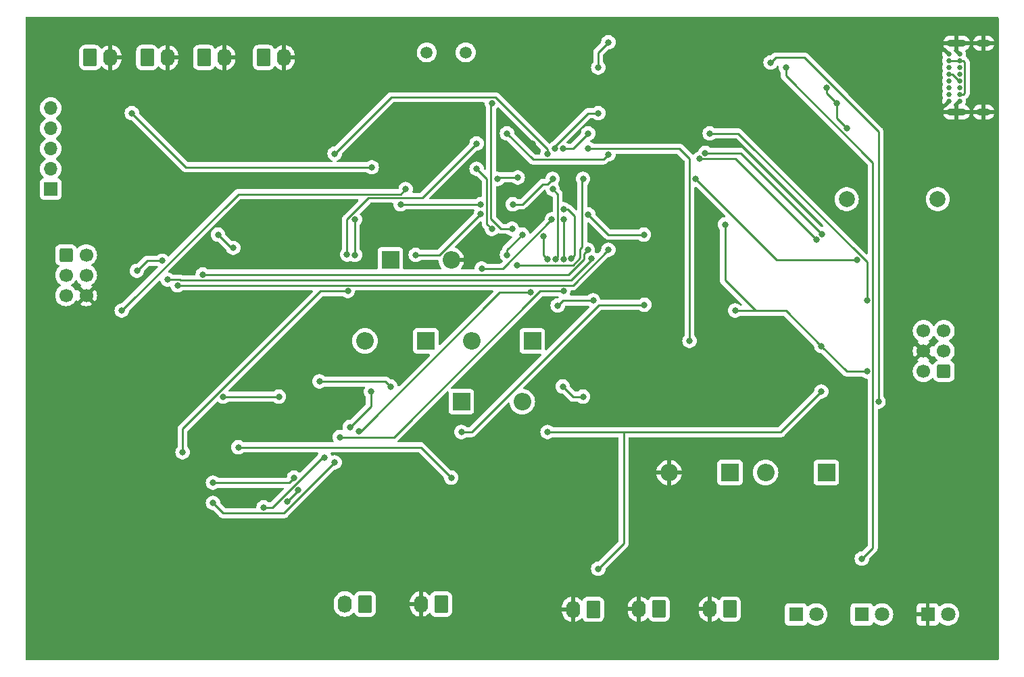
<source format=gbr>
%TF.GenerationSoftware,KiCad,Pcbnew,8.0.1*%
%TF.CreationDate,2024-04-13T21:31:32-05:00*%
%TF.ProjectId,ECE445-Wattbalance-PCB,45434534-3435-42d5-9761-747462616c61,rev?*%
%TF.SameCoordinates,Original*%
%TF.FileFunction,Copper,L2,Bot*%
%TF.FilePolarity,Positive*%
%FSLAX46Y46*%
G04 Gerber Fmt 4.6, Leading zero omitted, Abs format (unit mm)*
G04 Created by KiCad (PCBNEW 8.0.1) date 2024-04-13 21:31:32*
%MOMM*%
%LPD*%
G01*
G04 APERTURE LIST*
G04 Aperture macros list*
%AMRoundRect*
0 Rectangle with rounded corners*
0 $1 Rounding radius*
0 $2 $3 $4 $5 $6 $7 $8 $9 X,Y pos of 4 corners*
0 Add a 4 corners polygon primitive as box body*
4,1,4,$2,$3,$4,$5,$6,$7,$8,$9,$2,$3,0*
0 Add four circle primitives for the rounded corners*
1,1,$1+$1,$2,$3*
1,1,$1+$1,$4,$5*
1,1,$1+$1,$6,$7*
1,1,$1+$1,$8,$9*
0 Add four rect primitives between the rounded corners*
20,1,$1+$1,$2,$3,$4,$5,0*
20,1,$1+$1,$4,$5,$6,$7,0*
20,1,$1+$1,$6,$7,$8,$9,0*
20,1,$1+$1,$8,$9,$2,$3,0*%
G04 Aperture macros list end*
%TA.AperFunction,ComponentPad*%
%ADD10RoundRect,0.250000X-0.620000X-0.845000X0.620000X-0.845000X0.620000X0.845000X-0.620000X0.845000X0*%
%TD*%
%TA.AperFunction,ComponentPad*%
%ADD11O,1.740000X2.190000*%
%TD*%
%TA.AperFunction,ComponentPad*%
%ADD12RoundRect,0.250000X0.620000X0.845000X-0.620000X0.845000X-0.620000X-0.845000X0.620000X-0.845000X0*%
%TD*%
%TA.AperFunction,ComponentPad*%
%ADD13C,1.700000*%
%TD*%
%TA.AperFunction,ComponentPad*%
%ADD14RoundRect,0.250000X-0.600000X-0.600000X0.600000X-0.600000X0.600000X0.600000X-0.600000X0.600000X0*%
%TD*%
%TA.AperFunction,ComponentPad*%
%ADD15C,0.650000*%
%TD*%
%TA.AperFunction,ComponentPad*%
%ADD16O,1.700000X0.900000*%
%TD*%
%TA.AperFunction,ComponentPad*%
%ADD17O,2.400000X0.900000*%
%TD*%
%TA.AperFunction,ComponentPad*%
%ADD18RoundRect,0.250000X0.600000X0.600000X-0.600000X0.600000X-0.600000X-0.600000X0.600000X-0.600000X0*%
%TD*%
%TA.AperFunction,ComponentPad*%
%ADD19R,2.200000X2.200000*%
%TD*%
%TA.AperFunction,ComponentPad*%
%ADD20O,2.200000X2.200000*%
%TD*%
%TA.AperFunction,ComponentPad*%
%ADD21C,1.500000*%
%TD*%
%TA.AperFunction,ComponentPad*%
%ADD22R,1.800000X1.800000*%
%TD*%
%TA.AperFunction,ComponentPad*%
%ADD23C,1.800000*%
%TD*%
%TA.AperFunction,ComponentPad*%
%ADD24O,1.700000X1.700000*%
%TD*%
%TA.AperFunction,ComponentPad*%
%ADD25R,1.700000X1.700000*%
%TD*%
%TA.AperFunction,ComponentPad*%
%ADD26C,2.000000*%
%TD*%
%TA.AperFunction,ViaPad*%
%ADD27C,0.800000*%
%TD*%
%TA.AperFunction,Conductor*%
%ADD28C,0.254000*%
%TD*%
G04 APERTURE END LIST*
D10*
%TO.P,J13,1,Pin_1*%
%TO.N,+3.3V*%
X113175000Y-62250000D03*
D11*
%TO.P,J13,2,Pin_2*%
%TO.N,GND*%
X115715000Y-62250000D03*
%TD*%
D10*
%TO.P,J12,1,Pin_1*%
%TO.N,+3.3V*%
X106045000Y-62250000D03*
D11*
%TO.P,J12,2,Pin_2*%
%TO.N,GND*%
X108585000Y-62250000D03*
%TD*%
D10*
%TO.P,J11,1,Pin_1*%
%TO.N,+3.3V*%
X98915000Y-62250000D03*
D11*
%TO.P,J11,2,Pin_2*%
%TO.N,GND*%
X101455000Y-62250000D03*
%TD*%
D12*
%TO.P,J6,1,Pin_1*%
%TO.N,/CoilB+*%
X142875000Y-130790000D03*
D11*
%TO.P,J6,2,Pin_2*%
%TO.N,GND*%
X140335000Y-130790000D03*
%TD*%
D13*
%TO.P,J1,6,GND*%
%TO.N,GND*%
X98425000Y-92075000D03*
%TO.P,J1,5,~{RST}*%
%TO.N,/RST*%
X95885000Y-92075000D03*
%TO.P,J1,4,MOSI*%
%TO.N,/MOSI*%
X98425000Y-89535000D03*
%TO.P,J1,3,SCK*%
%TO.N,/SCK*%
X95885000Y-89535000D03*
%TO.P,J1,2,VCC*%
%TO.N,Net-(D1-A)*%
X98425000Y-86995000D03*
D14*
%TO.P,J1,1,MISO*%
%TO.N,/MISO*%
X95885000Y-86995000D03*
%TD*%
D15*
%TO.P,J2,A1,GND*%
%TO.N,GND*%
X206460000Y-67745000D03*
%TO.P,J2,A4,VBUS*%
%TO.N,Net-(J2-VBUS)*%
X206460000Y-66895000D03*
%TO.P,J2,A5,CC1*%
%TO.N,Net-(J2-CC1)*%
X206460000Y-66045000D03*
%TO.P,J2,A6,DP1*%
%TO.N,Net-(J2-DP1)*%
X206460000Y-65195000D03*
%TO.P,J2,A7,DN1*%
%TO.N,Net-(J2-DN1)*%
X206460000Y-64345000D03*
%TO.P,J2,A8,SBU1*%
%TO.N,unconnected-(J2-SBU1-PadA8)*%
X206460000Y-63495000D03*
%TO.P,J2,A9,VBUS__1*%
%TO.N,Net-(J2-VBUS)*%
X206460000Y-62645000D03*
%TO.P,J2,A12,GND__1*%
%TO.N,GND*%
X206460000Y-61795000D03*
%TO.P,J2,B1,GND__2*%
X207810000Y-61795000D03*
%TO.P,J2,B4,VBUS__2*%
%TO.N,Net-(J2-VBUS)*%
X207810000Y-62645000D03*
%TO.P,J2,B5,CC2*%
%TO.N,Net-(J2-CC2)*%
X207810000Y-63495000D03*
%TO.P,J2,B6,DP2*%
%TO.N,Net-(J2-DP1)*%
X207810000Y-64345000D03*
%TO.P,J2,B7,DN2*%
%TO.N,Net-(J2-DN1)*%
X207810000Y-65195000D03*
%TO.P,J2,B8,SBU2*%
%TO.N,unconnected-(J2-SBU2-PadB8)*%
X207810000Y-66045000D03*
%TO.P,J2,B9,VBUS__3*%
%TO.N,Net-(J2-VBUS)*%
X207810000Y-66895000D03*
%TO.P,J2,B12,GND__3*%
%TO.N,GND*%
X207810000Y-67745000D03*
D16*
%TO.P,J2,S1,SHELL*%
X210820000Y-69095000D03*
%TO.P,J2,S2,SHELL__1*%
X210820000Y-60445000D03*
D17*
%TO.P,J2,S3,SHELL__2*%
X207440000Y-69095000D03*
%TO.P,J2,S4,SHELL__3*%
X207440000Y-60445000D03*
%TD*%
D18*
%TO.P,J3,1,Pin_1*%
%TO.N,+5V*%
X205857500Y-101605000D03*
D13*
%TO.P,J3,2,Pin_2*%
%TO.N,/HE_SCK*%
X203317500Y-101605000D03*
%TO.P,J3,3,Pin_3*%
%TO.N,Net-(J3-Pin_3)*%
X205857500Y-99065000D03*
%TO.P,J3,4,Pin_4*%
%TO.N,GND*%
X203317500Y-99065000D03*
%TO.P,J3,5,Pin_5*%
%TO.N,Net-(J3-Pin_5)*%
X205857500Y-96525000D03*
%TO.P,J3,6,Pin_6*%
%TO.N,/HE_MISO*%
X203317500Y-96525000D03*
%TD*%
D11*
%TO.P,J7,2,Pin_2*%
%TO.N,GND*%
X176530000Y-131425000D03*
D12*
%TO.P,J7,1,Pin_1*%
%TO.N,/EXT+*%
X179070000Y-131425000D03*
%TD*%
D19*
%TO.P,D11,1,K*%
%TO.N,/CoilB_ADC*%
X154305000Y-97790000D03*
D20*
%TO.P,D11,2,A*%
%TO.N,GND*%
X146685000Y-97790000D03*
%TD*%
D19*
%TO.P,D12,1,K*%
%TO.N,+3.3V*%
X145415000Y-105410000D03*
D20*
%TO.P,D12,2,A*%
%TO.N,/CoilB_ADC*%
X153035000Y-105410000D03*
%TD*%
D21*
%TO.P,Y1,1,1*%
%TO.N,Net-(U1-XTAL2{slash}PB7)*%
X145960000Y-61595000D03*
%TO.P,Y1,2,2*%
%TO.N,Net-(U1-XTAL1{slash}PB6)*%
X141080000Y-61595000D03*
%TD*%
D22*
%TO.P,D3,1,K*%
%TO.N,/TXLED*%
X187320000Y-132080000D03*
D23*
%TO.P,D3,2,A*%
%TO.N,Net-(D3-A)*%
X189860000Y-132080000D03*
%TD*%
D22*
%TO.P,D5,1,K*%
%TO.N,GND*%
X203830000Y-132080000D03*
D23*
%TO.P,D5,2,A*%
%TO.N,Net-(D5-A)*%
X206370000Y-132080000D03*
%TD*%
D19*
%TO.P,D13,1,K*%
%TO.N,+3.3V*%
X191135000Y-114300000D03*
D20*
%TO.P,D13,2,A*%
%TO.N,/EXT_ADC*%
X183515000Y-114300000D03*
%TD*%
D24*
%TO.P,J4,5,Pin_5*%
%TO.N,/OUTE*%
X93980000Y-68575000D03*
%TO.P,J4,4,Pin_4*%
%TO.N,/OUTD*%
X93980000Y-71115000D03*
%TO.P,J4,3,Pin_3*%
%TO.N,/OUTC*%
X93980000Y-73655000D03*
%TO.P,J4,2,Pin_2*%
%TO.N,/OUTB*%
X93980000Y-76195000D03*
D25*
%TO.P,J4,1,Pin_1*%
%TO.N,/OUTA*%
X93980000Y-78735000D03*
%TD*%
D11*
%TO.P,J10,2,Pin_2*%
%TO.N,GND*%
X167640000Y-131425000D03*
D12*
%TO.P,J10,1,Pin_1*%
%TO.N,+5V*%
X170180000Y-131425000D03*
%TD*%
D10*
%TO.P,J9,1,Pin_1*%
%TO.N,+3.3V*%
X120650000Y-62250000D03*
D11*
%TO.P,J9,2,Pin_2*%
%TO.N,GND*%
X123190000Y-62250000D03*
%TD*%
D12*
%TO.P,J8,1,Pin_1*%
%TO.N,-5V*%
X161925000Y-131445000D03*
D11*
%TO.P,J8,2,Pin_2*%
%TO.N,GND*%
X159385000Y-131445000D03*
%TD*%
D19*
%TO.P,D10,1,K*%
%TO.N,/CoilA_ADC*%
X136525000Y-87630000D03*
D20*
%TO.P,D10,2,A*%
%TO.N,GND*%
X144145000Y-87630000D03*
%TD*%
D22*
%TO.P,D4,1,K*%
%TO.N,/RXLED*%
X195575000Y-132080000D03*
D23*
%TO.P,D4,2,A*%
%TO.N,Net-(D4-A)*%
X198115000Y-132080000D03*
%TD*%
D19*
%TO.P,D9,1,K*%
%TO.N,+3.3V*%
X140970000Y-97790000D03*
D20*
%TO.P,D9,2,A*%
%TO.N,/CoilA_ADC*%
X133350000Y-97790000D03*
%TD*%
D11*
%TO.P,J5,2,Pin_2*%
%TO.N,/CoilA-*%
X130810000Y-130790000D03*
D12*
%TO.P,J5,1,Pin_1*%
%TO.N,/CoilA+*%
X133350000Y-130790000D03*
%TD*%
D19*
%TO.P,D14,1,K*%
%TO.N,/EXT_ADC*%
X179070000Y-114300000D03*
D20*
%TO.P,D14,2,A*%
%TO.N,GND*%
X171450000Y-114300000D03*
%TD*%
D26*
%TO.P,F1,1*%
%TO.N,Net-(J2-VBUS)*%
X205090000Y-80010000D03*
%TO.P,F1,2*%
%TO.N,+5V*%
X193690000Y-80010000D03*
%TD*%
D27*
%TO.N,GND*%
X140335000Y-92075000D03*
X129540000Y-83185000D03*
X147955000Y-86995000D03*
X154305000Y-73025000D03*
X160655000Y-114935000D03*
X156210000Y-103505000D03*
X120650000Y-94615000D03*
X128270000Y-88265000D03*
X118110000Y-88265000D03*
X113030000Y-96520000D03*
X170180000Y-119380000D03*
X201930000Y-113030000D03*
X200660000Y-79375000D03*
X177800000Y-81915000D03*
X175260000Y-80645000D03*
X186690000Y-69215000D03*
X184785000Y-66675000D03*
X175895000Y-66675000D03*
X167005000Y-78740000D03*
X151130000Y-81915000D03*
%TO.N,+3.3V*%
X137795000Y-80645000D03*
X147863000Y-80645000D03*
X145415000Y-109220000D03*
X168336567Y-93253000D03*
%TO.N,/H_SLEEP*%
X123620936Y-117922000D03*
X132623000Y-109128000D03*
X154079500Y-91726366D03*
X124981943Y-116468000D03*
X156206994Y-87538000D03*
X155670383Y-84660751D03*
%TO.N,+3.3V*%
X136525000Y-103505000D03*
X127635000Y-102870000D03*
%TO.N,/ACS70331_Vout*%
X163830000Y-74387000D03*
X151130000Y-71755000D03*
X131080880Y-86953010D03*
X147320000Y-73025000D03*
X131196000Y-91532000D03*
X110490000Y-111760000D03*
%TO.N,/CoilA_ADC*%
X147863000Y-81823000D03*
X139700000Y-86995000D03*
X151857000Y-80645000D03*
X156845000Y-77470000D03*
%TO.N,/OUTD*%
X156210000Y-74295000D03*
X129540000Y-74295000D03*
%TO.N,/OUTE*%
X104140000Y-69215000D03*
X134181567Y-76003433D03*
X149952000Y-77470000D03*
X152476843Y-77283000D03*
%TO.N,Net-(U1-XTAL2{slash}PB7)*%
X151765000Y-83728000D03*
X149225000Y-67945000D03*
%TO.N,/H_FAULT*%
X132080000Y-82550000D03*
X132080000Y-86995000D03*
%TO.N,/PWMA*%
X114300000Y-118110000D03*
X129540000Y-113030000D03*
X131445000Y-108585000D03*
X134077000Y-104140000D03*
X147955000Y-88716000D03*
X156753000Y-82550000D03*
%TO.N,/OUTC*%
X153035000Y-84455000D03*
X151130000Y-86995000D03*
%TO.N,/OUTB*%
X114935000Y-84455000D03*
X116840000Y-86114000D03*
%TO.N,/PWMB*%
X158207000Y-87538000D03*
X158207000Y-82550000D03*
%TO.N,/MOSI*%
X161260000Y-86360000D03*
X113030000Y-89443000D03*
X104775000Y-88992000D03*
X107950000Y-87722000D03*
%TO.N,/MISO*%
X108585000Y-90078000D03*
X161728433Y-87433433D03*
%TO.N,/CoilB_ADC*%
X160655000Y-77470000D03*
X152400000Y-88265000D03*
%TO.N,+5V*%
X178435000Y-83185000D03*
X179705000Y-93980000D03*
%TO.N,/PWMB*%
X158207000Y-91532000D03*
X130175000Y-109855000D03*
X128270000Y-112395000D03*
X120650000Y-118653000D03*
%TO.N,+3.3V*%
X122555000Y-104775000D03*
X115570000Y-104775000D03*
%TO.N,/SCL*%
X158207000Y-81280000D03*
X159200353Y-87422871D03*
%TO.N,/SDA*%
X156845000Y-78740000D03*
X157206997Y-87538000D03*
X157480000Y-93345000D03*
X161925000Y-92710000D03*
%TO.N,/HE_SCK*%
X196215000Y-92710000D03*
X176530000Y-71755000D03*
%TO.N,Net-(J3-Pin_3)*%
X190572109Y-84382891D03*
X175967109Y-74203000D03*
%TO.N,/HE_MISO*%
X175260000Y-74930000D03*
X189865000Y-85090000D03*
%TO.N,Net-(J3-Pin_5)*%
X194945000Y-87630000D03*
X174717000Y-77470000D03*
%TO.N,/RX*%
X157114997Y-73660000D03*
X162560000Y-69215000D03*
%TO.N,/TX*%
X163830000Y-60325000D03*
X162560000Y-63500000D03*
X161290000Y-71755000D03*
X158115000Y-73660000D03*
%TO.N,/EXT_ADC*%
X161290000Y-73660000D03*
X173990000Y-97790000D03*
%TO.N,+3.3V*%
X168275000Y-84455000D03*
X161290000Y-81915000D03*
%TO.N,/TXLED*%
X184150000Y-62865000D03*
X197669000Y-105410000D03*
%TO.N,/RXLED*%
X186055000Y-63500000D03*
X195580000Y-125095000D03*
%TO.N,Net-(U1-XTAL1{slash}PB6)*%
X149225000Y-83728000D03*
X147320000Y-76200000D03*
%TO.N,/SCK*%
X163830000Y-86360000D03*
X109855000Y-90805000D03*
%TO.N,/RST*%
X102870000Y-93980000D03*
X138430000Y-78740000D03*
%TO.N,+5V*%
X191135000Y-66040000D03*
X193675000Y-71120000D03*
X192405000Y-67945000D03*
X190500000Y-98425000D03*
X196215000Y-101600000D03*
X117475000Y-111125000D03*
X144145000Y-114935000D03*
%TO.N,-5V*%
X162560000Y-126365000D03*
X156210000Y-109220000D03*
X190500000Y-104140000D03*
%TO.N,Net-(U6-VOUT)*%
X158115000Y-103505000D03*
X160655000Y-104775000D03*
%TO.N,/CoilA-*%
X124460000Y-114935000D03*
X114300000Y-115570000D03*
%TD*%
D28*
%TO.N,/CoilA_ADC*%
X153035000Y-80645000D02*
X155575000Y-78105000D01*
X155575000Y-78105000D02*
X156210000Y-78105000D01*
X151857000Y-80645000D02*
X153035000Y-80645000D01*
X156210000Y-78105000D02*
X156845000Y-77470000D01*
%TO.N,Net-(U1-XTAL2{slash}PB7)*%
X150403000Y-83728000D02*
X149133000Y-82458000D01*
X149133000Y-68037000D02*
X149225000Y-67945000D01*
X151765000Y-83728000D02*
X150403000Y-83728000D01*
X149133000Y-82458000D02*
X149133000Y-68037000D01*
%TO.N,+3.3V*%
X146685000Y-80645000D02*
X137795000Y-80645000D01*
X147863000Y-80645000D02*
X146685000Y-80645000D01*
%TO.N,/OUTC*%
X153035000Y-84455000D02*
X151130000Y-86360000D01*
X151130000Y-86360000D02*
X151130000Y-86995000D01*
%TO.N,+3.3V*%
X146685000Y-109220000D02*
X145415000Y-109220000D01*
X168336567Y-93253000D02*
X162652000Y-93253000D01*
X162652000Y-93253000D02*
X146685000Y-109220000D01*
%TO.N,/H_SLEEP*%
X124981943Y-116560993D02*
X123620936Y-117922000D01*
X124981943Y-116468000D02*
X124981943Y-116560993D01*
X132807000Y-109128000D02*
X132623000Y-109128000D01*
X150208634Y-91726366D02*
X132807000Y-109128000D01*
X154079500Y-91726366D02*
X150208634Y-91726366D01*
X155670383Y-87001389D02*
X156206994Y-87538000D01*
X155670383Y-84660751D02*
X155670383Y-87001389D01*
%TO.N,+3.3V*%
X135890000Y-102870000D02*
X136525000Y-103505000D01*
X127635000Y-102870000D02*
X135890000Y-102870000D01*
%TO.N,/ACS70331_Vout*%
X154397000Y-75022000D02*
X163195000Y-75022000D01*
X151130000Y-71755000D02*
X154397000Y-75022000D01*
X140516000Y-79829000D02*
X147320000Y-73025000D01*
X133772866Y-79829000D02*
X140516000Y-79829000D01*
X131080880Y-82520986D02*
X133772866Y-79829000D01*
X131080880Y-86953010D02*
X131080880Y-82520986D01*
X110490000Y-108826866D02*
X127784866Y-91532000D01*
X110490000Y-111760000D02*
X110490000Y-108826866D01*
X127784866Y-91532000D02*
X131196000Y-91532000D01*
X163195000Y-75022000D02*
X163830000Y-74387000D01*
%TO.N,/CoilA_ADC*%
X142691000Y-86995000D02*
X139700000Y-86995000D01*
X147863000Y-81823000D02*
X142691000Y-86995000D01*
%TO.N,Net-(U1-XTAL1{slash}PB6)*%
X148590000Y-77470000D02*
X147320000Y-76200000D01*
X149225000Y-83728000D02*
X148590000Y-83093000D01*
X148590000Y-83093000D02*
X148590000Y-77470000D01*
%TO.N,/OUTD*%
X129540000Y-74295000D02*
X136617000Y-67218000D01*
X149672994Y-67218000D02*
X156210000Y-73755006D01*
X136617000Y-67218000D02*
X149672994Y-67218000D01*
X156210000Y-73755006D02*
X156210000Y-74295000D01*
%TO.N,/OUTE*%
X110928433Y-76003433D02*
X104140000Y-69215000D01*
X134181567Y-76003433D02*
X110928433Y-76003433D01*
X150139000Y-77283000D02*
X149952000Y-77470000D01*
X152476843Y-77283000D02*
X150139000Y-77283000D01*
%TO.N,/H_FAULT*%
X132080000Y-86995000D02*
X132080000Y-82550000D01*
%TO.N,/PWMA*%
X115570000Y-119380000D02*
X114300000Y-118110000D01*
X123190000Y-119380000D02*
X115570000Y-119380000D01*
X134077000Y-105953000D02*
X131445000Y-108585000D01*
X129540000Y-113030000D02*
X123190000Y-119380000D01*
X134077000Y-104140000D02*
X134077000Y-105953000D01*
X150587000Y-88716000D02*
X147955000Y-88716000D01*
X156753000Y-82550000D02*
X150587000Y-88716000D01*
%TO.N,/SCL*%
X158750000Y-81280000D02*
X158207000Y-81280000D01*
X159563000Y-82093000D02*
X158750000Y-81280000D01*
X159563000Y-87060224D02*
X159563000Y-82093000D01*
X159200353Y-87422871D02*
X159563000Y-87060224D01*
%TO.N,/SDA*%
X157480000Y-87264997D02*
X157480000Y-79375000D01*
X157206997Y-87538000D02*
X157480000Y-87264997D01*
X157480000Y-79375000D02*
X156845000Y-78740000D01*
%TO.N,/OUTB*%
X116594000Y-86114000D02*
X114935000Y-84455000D01*
X116840000Y-86114000D02*
X116594000Y-86114000D01*
%TO.N,/PWMB*%
X158207000Y-82550000D02*
X158207000Y-87538000D01*
%TO.N,/MOSI*%
X160744000Y-86876000D02*
X161260000Y-86360000D01*
X160744000Y-87548052D02*
X160744000Y-86876000D01*
X158849052Y-89443000D02*
X160744000Y-87548052D01*
X146142000Y-89443000D02*
X158849052Y-89443000D01*
%TO.N,/CoilB_ADC*%
X160563000Y-86026134D02*
X160563000Y-77562000D01*
X160290000Y-86299134D02*
X160563000Y-86026134D01*
X160563000Y-77562000D02*
X160655000Y-77470000D01*
X160290000Y-87360000D02*
X160290000Y-86299134D01*
X152400000Y-88265000D02*
X159385000Y-88265000D01*
X159385000Y-88265000D02*
X160290000Y-87360000D01*
%TO.N,/MOSI*%
X113030000Y-89443000D02*
X146142000Y-89443000D01*
X106045000Y-87722000D02*
X107950000Y-87722000D01*
X104775000Y-88992000D02*
X106045000Y-87722000D01*
%TO.N,/MISO*%
X110220003Y-90170000D02*
X110128003Y-90078000D01*
X159150186Y-90170000D02*
X110220003Y-90170000D01*
X161728433Y-87591753D02*
X159150186Y-90170000D01*
X110128003Y-90078000D02*
X108585000Y-90078000D01*
X161728433Y-87433433D02*
X161728433Y-87591753D01*
%TO.N,+5V*%
X178435000Y-83185000D02*
X178435000Y-90170000D01*
X182245000Y-93980000D02*
X186055000Y-93980000D01*
X179705000Y-93980000D02*
X182245000Y-93980000D01*
X178435000Y-90170000D02*
X182245000Y-93980000D01*
X186055000Y-93980000D02*
X190500000Y-98425000D01*
%TO.N,/PWMB*%
X155302000Y-91532000D02*
X158207000Y-91532000D01*
X136979000Y-109855000D02*
X155302000Y-91532000D01*
X130175000Y-109855000D02*
X136979000Y-109855000D01*
X128028134Y-112395000D02*
X128270000Y-112395000D01*
X121770134Y-118653000D02*
X128028134Y-112395000D01*
X120650000Y-118653000D02*
X121770134Y-118653000D01*
%TO.N,+3.3V*%
X115570000Y-104775000D02*
X122555000Y-104775000D01*
%TO.N,/SDA*%
X158115000Y-92710000D02*
X157480000Y-93345000D01*
X161925000Y-92710000D02*
X158115000Y-92710000D01*
%TO.N,/HE_SCK*%
X176530000Y-71755000D02*
X180098134Y-71755000D01*
X196215000Y-87871866D02*
X196215000Y-92710000D01*
X180098134Y-71755000D02*
X196215000Y-87871866D01*
%TO.N,Net-(J3-Pin_3)*%
X180392218Y-74203000D02*
X175967109Y-74203000D01*
X190572109Y-84382891D02*
X180392218Y-74203000D01*
%TO.N,/HE_MISO*%
X189865000Y-85090000D02*
X179705000Y-74930000D01*
X179705000Y-74930000D02*
X175260000Y-74930000D01*
%TO.N,Net-(J3-Pin_5)*%
X184877000Y-87630000D02*
X194945000Y-87630000D01*
X174717000Y-77470000D02*
X184877000Y-87630000D01*
%TO.N,/RX*%
X157114997Y-73390003D02*
X157114997Y-73660000D01*
X161290000Y-69215000D02*
X157114997Y-73390003D01*
X162560000Y-69215000D02*
X161290000Y-69215000D01*
%TO.N,/TX*%
X162560000Y-61595000D02*
X163830000Y-60325000D01*
X162560000Y-63500000D02*
X162560000Y-61595000D01*
X158115000Y-73660000D02*
X159385000Y-73660000D01*
X159385000Y-73660000D02*
X161290000Y-71755000D01*
%TO.N,/EXT_ADC*%
X172720000Y-73660000D02*
X161290000Y-73660000D01*
X173990000Y-74930000D02*
X172720000Y-73660000D01*
X173990000Y-97790000D02*
X173990000Y-74930000D01*
%TO.N,+3.3V*%
X163830000Y-84455000D02*
X161290000Y-81915000D01*
X168275000Y-84455000D02*
X163830000Y-84455000D01*
%TO.N,/TXLED*%
X184785000Y-62230000D02*
X184150000Y-62865000D01*
X188353134Y-62230000D02*
X184785000Y-62230000D01*
X197669000Y-105410000D02*
X197669000Y-71545866D01*
X197669000Y-71545866D02*
X188353134Y-62230000D01*
%TO.N,/RXLED*%
X186055000Y-64528134D02*
X186055000Y-63500000D01*
X196942000Y-123733000D02*
X196942000Y-75415134D01*
X195580000Y-125095000D02*
X196942000Y-123733000D01*
X196942000Y-75415134D02*
X186055000Y-64528134D01*
%TO.N,/SCK*%
X159385000Y-90805000D02*
X163830000Y-86360000D01*
X109855000Y-90805000D02*
X159385000Y-90805000D01*
%TO.N,/RST*%
X138430000Y-78740000D02*
X137795000Y-79375000D01*
X137795000Y-79375000D02*
X117475000Y-79375000D01*
X117475000Y-79375000D02*
X102870000Y-93980000D01*
%TO.N,+5V*%
X191135000Y-66675000D02*
X192405000Y-67945000D01*
X191135000Y-66040000D02*
X191135000Y-66675000D01*
X192405000Y-69850000D02*
X192405000Y-67945000D01*
X193675000Y-71120000D02*
X192405000Y-69850000D01*
%TO.N,Net-(J2-DN1)*%
X206887932Y-64345000D02*
X206460000Y-64345000D01*
X207737932Y-65195000D02*
X206887932Y-64345000D01*
X207810000Y-65195000D02*
X207737932Y-65195000D01*
%TO.N,Net-(J2-VBUS)*%
X207810000Y-62645000D02*
X206460000Y-62645000D01*
X208269619Y-62645000D02*
X207810000Y-62645000D01*
X208462000Y-66702619D02*
X208462000Y-62837381D01*
X208462000Y-62837381D02*
X208269619Y-62645000D01*
X208269619Y-66895000D02*
X208462000Y-66702619D01*
X207810000Y-66895000D02*
X208269619Y-66895000D01*
%TO.N,+5V*%
X193675000Y-101600000D02*
X190500000Y-98425000D01*
X196215000Y-101600000D02*
X193675000Y-101600000D01*
X140335000Y-111125000D02*
X117475000Y-111125000D01*
X144145000Y-114935000D02*
X140335000Y-111125000D01*
%TO.N,-5V*%
X165735000Y-123190000D02*
X165735000Y-109220000D01*
X162560000Y-126365000D02*
X165735000Y-123190000D01*
X156210000Y-109220000D02*
X165735000Y-109220000D01*
X165735000Y-109220000D02*
X185420000Y-109220000D01*
X185420000Y-109220000D02*
X190500000Y-104140000D01*
%TO.N,Net-(U6-VOUT)*%
X159385000Y-104775000D02*
X158115000Y-103505000D01*
X160655000Y-104775000D02*
X159385000Y-104775000D01*
%TO.N,/CoilA-*%
X123825000Y-115570000D02*
X124460000Y-114935000D01*
X114300000Y-115570000D02*
X123825000Y-115570000D01*
%TD*%
%TA.AperFunction,Conductor*%
%TO.N,GND*%
G36*
X132479624Y-80022185D02*
G01*
X132525379Y-80074989D01*
X132535323Y-80144147D01*
X132506298Y-80207703D01*
X132500266Y-80214181D01*
X130680872Y-82033575D01*
X130641628Y-82072819D01*
X130593466Y-82120980D01*
X130593465Y-82120982D01*
X130524113Y-82224775D01*
X130522466Y-82229379D01*
X130477494Y-82337950D01*
X130477492Y-82337958D01*
X130455760Y-82447211D01*
X130455761Y-82447212D01*
X130453380Y-82459185D01*
X130453380Y-86256544D01*
X130433695Y-86323583D01*
X130421530Y-86339516D01*
X130348346Y-86420795D01*
X130253701Y-86584725D01*
X130253698Y-86584732D01*
X130196572Y-86760550D01*
X130195206Y-86764754D01*
X130175420Y-86953010D01*
X130195206Y-87141266D01*
X130195207Y-87141269D01*
X130253698Y-87321287D01*
X130253701Y-87321294D01*
X130348347Y-87485226D01*
X130450237Y-87598386D01*
X130475009Y-87625898D01*
X130628145Y-87737158D01*
X130628150Y-87737161D01*
X130801072Y-87814152D01*
X130801077Y-87814154D01*
X130986234Y-87853510D01*
X130986235Y-87853510D01*
X131175524Y-87853510D01*
X131175526Y-87853510D01*
X131360683Y-87814154D01*
X131490447Y-87756378D01*
X131559694Y-87747093D01*
X131613768Y-87769341D01*
X131627269Y-87779150D01*
X131627270Y-87779151D01*
X131800192Y-87856142D01*
X131800197Y-87856144D01*
X131985354Y-87895500D01*
X131985355Y-87895500D01*
X132174644Y-87895500D01*
X132174646Y-87895500D01*
X132359803Y-87856144D01*
X132532730Y-87779151D01*
X132685871Y-87667888D01*
X132812533Y-87527216D01*
X132907179Y-87363284D01*
X132965674Y-87183256D01*
X132985460Y-86995000D01*
X132965674Y-86806744D01*
X132907179Y-86626716D01*
X132812533Y-86462784D01*
X132739350Y-86381506D01*
X132709120Y-86318515D01*
X132707500Y-86298534D01*
X132707500Y-83246465D01*
X132727185Y-83179426D01*
X132739343Y-83163500D01*
X132812533Y-83082216D01*
X132907179Y-82918284D01*
X132965674Y-82738256D01*
X132985460Y-82550000D01*
X132965674Y-82361744D01*
X132907179Y-82181716D01*
X132812533Y-82017784D01*
X132734685Y-81931325D01*
X132729690Y-81925777D01*
X132699460Y-81862785D01*
X132708086Y-81793450D01*
X132734156Y-81755127D01*
X133996466Y-80492819D01*
X134057789Y-80459334D01*
X134084147Y-80456500D01*
X136771636Y-80456500D01*
X136838675Y-80476185D01*
X136884430Y-80528989D01*
X136894956Y-80593460D01*
X136889540Y-80645000D01*
X136909326Y-80833256D01*
X136909327Y-80833259D01*
X136967818Y-81013277D01*
X136967821Y-81013284D01*
X137062467Y-81177216D01*
X137165986Y-81292185D01*
X137189129Y-81317888D01*
X137342265Y-81429148D01*
X137342270Y-81429151D01*
X137515192Y-81506142D01*
X137515197Y-81506144D01*
X137700354Y-81545500D01*
X137700355Y-81545500D01*
X137889644Y-81545500D01*
X137889646Y-81545500D01*
X138074803Y-81506144D01*
X138247730Y-81429151D01*
X138400871Y-81317888D01*
X138404799Y-81313525D01*
X138464286Y-81276879D01*
X138496947Y-81272500D01*
X146623197Y-81272500D01*
X146926250Y-81272500D01*
X146993289Y-81292185D01*
X147039044Y-81344989D01*
X147048988Y-81414147D01*
X147037192Y-81448220D01*
X147038462Y-81448786D01*
X147035818Y-81454722D01*
X147005928Y-81546716D01*
X146977326Y-81634744D01*
X146961203Y-81788143D01*
X146960011Y-81799489D01*
X146933426Y-81864103D01*
X146924371Y-81874208D01*
X142467400Y-86331181D01*
X142406077Y-86364666D01*
X142379719Y-86367500D01*
X140401947Y-86367500D01*
X140334908Y-86347815D01*
X140309800Y-86326476D01*
X140305871Y-86322112D01*
X140305869Y-86322111D01*
X140305867Y-86322108D01*
X140305864Y-86322106D01*
X140152734Y-86210851D01*
X140152729Y-86210848D01*
X139979807Y-86133857D01*
X139979802Y-86133855D01*
X139834001Y-86102865D01*
X139794646Y-86094500D01*
X139605354Y-86094500D01*
X139572897Y-86101398D01*
X139420197Y-86133855D01*
X139420192Y-86133857D01*
X139247270Y-86210848D01*
X139247265Y-86210851D01*
X139094129Y-86322111D01*
X138967466Y-86462785D01*
X138872821Y-86626715D01*
X138872818Y-86626722D01*
X138814327Y-86806740D01*
X138814326Y-86806744D01*
X138794540Y-86995000D01*
X138814326Y-87183256D01*
X138814327Y-87183259D01*
X138872818Y-87363277D01*
X138872821Y-87363284D01*
X138967467Y-87527216D01*
X139073528Y-87645008D01*
X139094129Y-87667888D01*
X139247265Y-87779148D01*
X139247270Y-87779151D01*
X139420192Y-87856142D01*
X139420197Y-87856144D01*
X139605354Y-87895500D01*
X139605355Y-87895500D01*
X139794644Y-87895500D01*
X139794646Y-87895500D01*
X139979803Y-87856144D01*
X140152730Y-87779151D01*
X140305871Y-87667888D01*
X140309799Y-87663525D01*
X140369286Y-87626879D01*
X140401947Y-87622500D01*
X142424838Y-87622500D01*
X142491877Y-87642185D01*
X142537632Y-87694989D01*
X142548456Y-87736771D01*
X142559812Y-87881072D01*
X142618603Y-88125956D01*
X142714980Y-88358631D01*
X142846568Y-88573362D01*
X142846570Y-88573366D01*
X142878686Y-88610969D01*
X142907256Y-88674730D01*
X142896818Y-88743816D01*
X142850687Y-88796292D01*
X142784395Y-88815500D01*
X138249500Y-88815500D01*
X138182461Y-88795815D01*
X138136706Y-88743011D01*
X138125500Y-88691500D01*
X138125499Y-86482129D01*
X138125498Y-86482123D01*
X138125497Y-86482116D01*
X138119091Y-86422517D01*
X138118448Y-86420794D01*
X138068797Y-86287671D01*
X138068793Y-86287664D01*
X137982547Y-86172455D01*
X137982544Y-86172452D01*
X137867335Y-86086206D01*
X137867328Y-86086202D01*
X137732482Y-86035908D01*
X137732483Y-86035908D01*
X137672883Y-86029501D01*
X137672881Y-86029500D01*
X137672873Y-86029500D01*
X137672864Y-86029500D01*
X135377129Y-86029500D01*
X135377123Y-86029501D01*
X135317516Y-86035908D01*
X135182671Y-86086202D01*
X135182664Y-86086206D01*
X135067455Y-86172452D01*
X135067452Y-86172455D01*
X134981206Y-86287664D01*
X134981202Y-86287671D01*
X134930908Y-86422517D01*
X134924501Y-86482116D01*
X134924500Y-86482127D01*
X134924500Y-87626879D01*
X134924501Y-88691500D01*
X134904816Y-88758539D01*
X134852013Y-88804294D01*
X134800501Y-88815500D01*
X113731947Y-88815500D01*
X113664908Y-88795815D01*
X113639800Y-88774476D01*
X113635871Y-88770112D01*
X113635869Y-88770111D01*
X113635867Y-88770108D01*
X113635864Y-88770106D01*
X113482734Y-88658851D01*
X113482729Y-88658848D01*
X113309807Y-88581857D01*
X113309802Y-88581855D01*
X113164001Y-88550865D01*
X113124646Y-88542500D01*
X112935354Y-88542500D01*
X112902897Y-88549398D01*
X112750197Y-88581855D01*
X112750192Y-88581857D01*
X112577270Y-88658848D01*
X112577265Y-88658851D01*
X112424129Y-88770111D01*
X112297466Y-88910785D01*
X112202821Y-89074715D01*
X112202818Y-89074722D01*
X112156636Y-89216857D01*
X112144326Y-89254744D01*
X112133234Y-89360284D01*
X112125753Y-89431462D01*
X112099168Y-89496076D01*
X112041871Y-89536061D01*
X112002432Y-89542500D01*
X110493656Y-89542500D01*
X110430980Y-89524096D01*
X110430610Y-89524790D01*
X110427277Y-89523009D01*
X110426617Y-89522815D01*
X110425297Y-89521950D01*
X110425240Y-89521920D01*
X110425236Y-89521917D01*
X110372688Y-89500151D01*
X110362850Y-89496076D01*
X110311038Y-89474614D01*
X110311030Y-89474612D01*
X110189810Y-89450500D01*
X110189806Y-89450500D01*
X109286947Y-89450500D01*
X109219908Y-89430815D01*
X109194800Y-89409476D01*
X109190871Y-89405112D01*
X109190869Y-89405111D01*
X109190867Y-89405108D01*
X109190864Y-89405106D01*
X109037734Y-89293851D01*
X109037729Y-89293848D01*
X108864807Y-89216857D01*
X108864803Y-89216856D01*
X108804294Y-89203994D01*
X108742813Y-89170801D01*
X108709036Y-89109638D01*
X108713690Y-89039923D01*
X108742393Y-88995025D01*
X113282419Y-84455000D01*
X114029540Y-84455000D01*
X114049326Y-84643256D01*
X114049327Y-84643259D01*
X114107818Y-84823277D01*
X114107821Y-84823284D01*
X114202467Y-84987216D01*
X114304120Y-85100113D01*
X114329129Y-85127888D01*
X114482265Y-85239148D01*
X114482270Y-85239151D01*
X114655192Y-85316142D01*
X114655197Y-85316144D01*
X114840354Y-85355500D01*
X114896719Y-85355500D01*
X114963758Y-85375185D01*
X114984400Y-85391819D01*
X115961906Y-86369325D01*
X115992155Y-86418686D01*
X116012817Y-86482274D01*
X116012821Y-86482284D01*
X116107467Y-86646216D01*
X116221397Y-86772748D01*
X116234129Y-86786888D01*
X116387265Y-86898148D01*
X116387270Y-86898151D01*
X116560192Y-86975142D01*
X116560197Y-86975144D01*
X116745354Y-87014500D01*
X116745355Y-87014500D01*
X116934644Y-87014500D01*
X116934646Y-87014500D01*
X117119803Y-86975144D01*
X117292730Y-86898151D01*
X117445871Y-86786888D01*
X117572533Y-86646216D01*
X117667179Y-86482284D01*
X117725674Y-86302256D01*
X117745460Y-86114000D01*
X117725674Y-85925744D01*
X117667179Y-85745716D01*
X117572533Y-85581784D01*
X117445871Y-85441112D01*
X117378025Y-85391819D01*
X117292734Y-85329851D01*
X117292729Y-85329848D01*
X117119807Y-85252857D01*
X117119802Y-85252855D01*
X116974001Y-85221865D01*
X116934646Y-85213500D01*
X116745354Y-85213500D01*
X116745350Y-85213500D01*
X116675598Y-85228326D01*
X116605930Y-85223010D01*
X116562136Y-85194717D01*
X115873628Y-84506209D01*
X115840143Y-84444886D01*
X115837990Y-84431506D01*
X115820674Y-84266744D01*
X115762179Y-84086716D01*
X115667533Y-83922784D01*
X115540871Y-83782112D01*
X115540870Y-83782111D01*
X115387734Y-83670851D01*
X115387729Y-83670848D01*
X115214807Y-83593857D01*
X115214802Y-83593855D01*
X115069001Y-83562865D01*
X115029646Y-83554500D01*
X114840354Y-83554500D01*
X114807897Y-83561398D01*
X114655197Y-83593855D01*
X114655192Y-83593857D01*
X114482270Y-83670848D01*
X114482265Y-83670851D01*
X114329129Y-83782111D01*
X114202466Y-83922785D01*
X114107821Y-84086715D01*
X114107818Y-84086722D01*
X114051447Y-84260216D01*
X114049326Y-84266744D01*
X114029540Y-84455000D01*
X113282419Y-84455000D01*
X117698600Y-80038819D01*
X117759923Y-80005334D01*
X117786281Y-80002500D01*
X132412585Y-80002500D01*
X132479624Y-80022185D01*
G37*
%TD.AperFunction*%
%TA.AperFunction,Conductor*%
G36*
X147881834Y-82794098D02*
G01*
X147937767Y-82835970D01*
X147962184Y-82901434D01*
X147962500Y-82910280D01*
X147962500Y-83154807D01*
X147986612Y-83276028D01*
X147986614Y-83276034D01*
X148008136Y-83327992D01*
X148008136Y-83327993D01*
X148033915Y-83390229D01*
X148033921Y-83390241D01*
X148061000Y-83430766D01*
X148061001Y-83430767D01*
X148073497Y-83449468D01*
X148102590Y-83493010D01*
X148102591Y-83493011D01*
X148286371Y-83676790D01*
X148319856Y-83738113D01*
X148322010Y-83751505D01*
X148339326Y-83916256D01*
X148339327Y-83916259D01*
X148397818Y-84096277D01*
X148397821Y-84096284D01*
X148492467Y-84260216D01*
X148595986Y-84375185D01*
X148619129Y-84400888D01*
X148772265Y-84512148D01*
X148772270Y-84512151D01*
X148945192Y-84589142D01*
X148945197Y-84589144D01*
X149130354Y-84628500D01*
X149130355Y-84628500D01*
X149319644Y-84628500D01*
X149319646Y-84628500D01*
X149504803Y-84589144D01*
X149677730Y-84512151D01*
X149830871Y-84400888D01*
X149927989Y-84293027D01*
X149987473Y-84256380D01*
X150057330Y-84257710D01*
X150089028Y-84272899D01*
X150105760Y-84284079D01*
X150105773Y-84284086D01*
X150219960Y-84331383D01*
X150219965Y-84331385D01*
X150219969Y-84331385D01*
X150219970Y-84331386D01*
X150341194Y-84355500D01*
X150341197Y-84355500D01*
X151063053Y-84355500D01*
X151130092Y-84375185D01*
X151155199Y-84396523D01*
X151159129Y-84400888D01*
X151159132Y-84400891D01*
X151159135Y-84400893D01*
X151312265Y-84512148D01*
X151312270Y-84512151D01*
X151485192Y-84589142D01*
X151485197Y-84589144D01*
X151670354Y-84628500D01*
X151670355Y-84628500D01*
X151674718Y-84628500D01*
X151741757Y-84648185D01*
X151787512Y-84700989D01*
X151797456Y-84770147D01*
X151768431Y-84833703D01*
X151762399Y-84840181D01*
X151245365Y-85357216D01*
X150729992Y-85872589D01*
X150686289Y-85916292D01*
X150642586Y-85959994D01*
X150642585Y-85959996D01*
X150573233Y-86063789D01*
X150571586Y-86068393D01*
X150526614Y-86176964D01*
X150526612Y-86176972D01*
X150506094Y-86280118D01*
X150506095Y-86280119D01*
X150502500Y-86298193D01*
X150502500Y-86298534D01*
X150502450Y-86298704D01*
X150501903Y-86304259D01*
X150500849Y-86304155D01*
X150482815Y-86365573D01*
X150470650Y-86381506D01*
X150397466Y-86462785D01*
X150302821Y-86626715D01*
X150302818Y-86626722D01*
X150244327Y-86806740D01*
X150244326Y-86806744D01*
X150224540Y-86995000D01*
X150244326Y-87183256D01*
X150244327Y-87183259D01*
X150302818Y-87363277D01*
X150302821Y-87363284D01*
X150397467Y-87527216D01*
X150503528Y-87645008D01*
X150524129Y-87667888D01*
X150536157Y-87676627D01*
X150578823Y-87731957D01*
X150584802Y-87801570D01*
X150552196Y-87863365D01*
X150550954Y-87864626D01*
X150363398Y-88052182D01*
X150302078Y-88085666D01*
X150275719Y-88088500D01*
X148656947Y-88088500D01*
X148589908Y-88068815D01*
X148564800Y-88047476D01*
X148560871Y-88043112D01*
X148560869Y-88043111D01*
X148560867Y-88043108D01*
X148560864Y-88043106D01*
X148407734Y-87931851D01*
X148407729Y-87931848D01*
X148234807Y-87854857D01*
X148234802Y-87854855D01*
X148077723Y-87821468D01*
X148049646Y-87815500D01*
X147860354Y-87815500D01*
X147832277Y-87821468D01*
X147675197Y-87854855D01*
X147675192Y-87854857D01*
X147502270Y-87931848D01*
X147502265Y-87931851D01*
X147349129Y-88043111D01*
X147222466Y-88183785D01*
X147127821Y-88347715D01*
X147127818Y-88347722D01*
X147069327Y-88527740D01*
X147069326Y-88527744D01*
X147053970Y-88673853D01*
X147050753Y-88704462D01*
X147024168Y-88769076D01*
X146966871Y-88809061D01*
X146927432Y-88815500D01*
X145505605Y-88815500D01*
X145438566Y-88795815D01*
X145392811Y-88743011D01*
X145382867Y-88673853D01*
X145411314Y-88610969D01*
X145443429Y-88573366D01*
X145443431Y-88573362D01*
X145575019Y-88358631D01*
X145671396Y-88125956D01*
X145730188Y-87881067D01*
X145730272Y-87880000D01*
X144635748Y-87880000D01*
X144657518Y-87842292D01*
X144695000Y-87702409D01*
X144695000Y-87557591D01*
X144657518Y-87417708D01*
X144635748Y-87380000D01*
X145730271Y-87380000D01*
X145730271Y-87379999D01*
X145730188Y-87378932D01*
X145671396Y-87134043D01*
X145575019Y-86901368D01*
X145443431Y-86686637D01*
X145443428Y-86686632D01*
X145279869Y-86495130D01*
X145088367Y-86331571D01*
X145088362Y-86331568D01*
X144873631Y-86199980D01*
X144691392Y-86124495D01*
X144636989Y-86080654D01*
X144614924Y-86014360D01*
X144632203Y-85946661D01*
X144651157Y-85922261D01*
X147750821Y-82822597D01*
X147812142Y-82789114D01*
X147881834Y-82794098D01*
G37*
%TD.AperFunction*%
%TA.AperFunction,Conductor*%
G36*
X204432425Y-99826373D02*
G01*
X204485619Y-99750405D01*
X204540196Y-99706781D01*
X204609695Y-99699588D01*
X204672049Y-99731110D01*
X204688769Y-99750405D01*
X204819005Y-99936401D01*
X204986099Y-100103495D01*
X204986104Y-100103499D01*
X204987468Y-100104643D01*
X204987907Y-100105303D01*
X204989927Y-100107323D01*
X204989521Y-100107728D01*
X205026169Y-100162815D01*
X205027276Y-100232676D01*
X204990437Y-100292046D01*
X204946767Y-100317336D01*
X204938169Y-100320184D01*
X204938163Y-100320187D01*
X204788842Y-100412289D01*
X204664789Y-100536342D01*
X204572687Y-100685663D01*
X204572683Y-100685673D01*
X204569835Y-100694268D01*
X204530060Y-100751711D01*
X204465544Y-100778531D01*
X204396768Y-100766214D01*
X204360017Y-100737233D01*
X204359824Y-100737427D01*
X204358182Y-100735785D01*
X204357142Y-100734965D01*
X204355994Y-100733597D01*
X204188902Y-100566506D01*
X204188901Y-100566505D01*
X204002905Y-100436269D01*
X203959281Y-100381692D01*
X203952088Y-100312193D01*
X203983610Y-100249839D01*
X204002905Y-100233119D01*
X204078873Y-100179925D01*
X203446909Y-99547962D01*
X203510493Y-99530925D01*
X203624507Y-99465099D01*
X203717599Y-99372007D01*
X203783425Y-99257993D01*
X203800462Y-99194410D01*
X204432425Y-99826373D01*
G37*
%TD.AperFunction*%
%TA.AperFunction,Conductor*%
G36*
X204672355Y-97191546D02*
G01*
X204689075Y-97210842D01*
X204819001Y-97396396D01*
X204819006Y-97396402D01*
X204986097Y-97563493D01*
X204986103Y-97563498D01*
X205171658Y-97693425D01*
X205215283Y-97748002D01*
X205222477Y-97817500D01*
X205190954Y-97879855D01*
X205171658Y-97896575D01*
X204986097Y-98026505D01*
X204819005Y-98193597D01*
X204688769Y-98379595D01*
X204634192Y-98423220D01*
X204564694Y-98430414D01*
X204502339Y-98398891D01*
X204485619Y-98379595D01*
X204432425Y-98303626D01*
X204432425Y-98303625D01*
X203800462Y-98935589D01*
X203783425Y-98872007D01*
X203717599Y-98757993D01*
X203624507Y-98664901D01*
X203510493Y-98599075D01*
X203446910Y-98582037D01*
X204078873Y-97950073D01*
X204078873Y-97950072D01*
X204002905Y-97896880D01*
X203959280Y-97842304D01*
X203952086Y-97772805D01*
X203983608Y-97710451D01*
X204002899Y-97693734D01*
X204188901Y-97563495D01*
X204355995Y-97396401D01*
X204485925Y-97210842D01*
X204540502Y-97167217D01*
X204610000Y-97160023D01*
X204672355Y-97191546D01*
G37*
%TD.AperFunction*%
%TA.AperFunction,Conductor*%
G36*
X97239855Y-90201546D02*
G01*
X97256575Y-90220842D01*
X97386500Y-90406395D01*
X97386505Y-90406401D01*
X97553599Y-90573495D01*
X97739158Y-90703425D01*
X97739594Y-90703730D01*
X97783218Y-90758307D01*
X97790411Y-90827806D01*
X97758889Y-90890160D01*
X97739593Y-90906880D01*
X97663626Y-90960072D01*
X97663625Y-90960072D01*
X98295590Y-91592037D01*
X98232007Y-91609075D01*
X98117993Y-91674901D01*
X98024901Y-91767993D01*
X97959075Y-91882007D01*
X97942037Y-91945590D01*
X97310073Y-91313626D01*
X97256881Y-91389594D01*
X97202304Y-91433219D01*
X97132806Y-91440413D01*
X97070451Y-91408891D01*
X97053730Y-91389594D01*
X96923494Y-91203597D01*
X96756402Y-91036506D01*
X96756396Y-91036501D01*
X96570842Y-90906575D01*
X96527217Y-90851998D01*
X96520023Y-90782500D01*
X96551546Y-90720145D01*
X96570842Y-90703425D01*
X96703958Y-90610216D01*
X96756401Y-90573495D01*
X96923495Y-90406401D01*
X97053425Y-90220842D01*
X97108002Y-90177217D01*
X97177500Y-90170023D01*
X97239855Y-90201546D01*
G37*
%TD.AperFunction*%
%TA.AperFunction,Conductor*%
G36*
X207613345Y-67697142D02*
G01*
X207610000Y-67705218D01*
X207610000Y-67784782D01*
X207640448Y-67858291D01*
X207696709Y-67914552D01*
X207770218Y-67945000D01*
X207849782Y-67945000D01*
X207923291Y-67914552D01*
X207979552Y-67858291D01*
X208002803Y-67802156D01*
X208011429Y-67862147D01*
X207982404Y-67925703D01*
X207976372Y-67932181D01*
X207690000Y-68218552D01*
X207690000Y-68795000D01*
X207190000Y-68795000D01*
X207190000Y-68352537D01*
X207107135Y-68269672D01*
X207073650Y-68208349D01*
X207078634Y-68138657D01*
X207107135Y-68094310D01*
X207475811Y-67725634D01*
X207537134Y-67692149D01*
X207589270Y-67692025D01*
X207613345Y-67697142D01*
G37*
%TD.AperFunction*%
%TA.AperFunction,Conductor*%
G36*
X207690000Y-61321447D02*
G01*
X207976372Y-61607819D01*
X208009857Y-61669142D01*
X208004873Y-61738834D01*
X208003804Y-61740261D01*
X207979552Y-61681709D01*
X207923291Y-61625448D01*
X207849782Y-61595000D01*
X207770218Y-61595000D01*
X207696709Y-61625448D01*
X207640448Y-61681709D01*
X207610000Y-61755218D01*
X207610000Y-61834782D01*
X207613344Y-61842857D01*
X207589273Y-61847974D01*
X207519606Y-61842658D01*
X207475812Y-61814365D01*
X207107135Y-61445688D01*
X207073650Y-61384365D01*
X207078634Y-61314673D01*
X207107135Y-61270325D01*
X207190000Y-61187460D01*
X207190000Y-60745000D01*
X207690000Y-60745000D01*
X207690000Y-61321447D01*
G37*
%TD.AperFunction*%
%TA.AperFunction,Conductor*%
G36*
X212668039Y-57169685D02*
G01*
X212713794Y-57222489D01*
X212725000Y-57274000D01*
X212725000Y-137671000D01*
X212705315Y-137738039D01*
X212652511Y-137783794D01*
X212601000Y-137795000D01*
X90929000Y-137795000D01*
X90861961Y-137775315D01*
X90816206Y-137722511D01*
X90805000Y-137671000D01*
X90805000Y-131122866D01*
X129439500Y-131122866D01*
X129473227Y-131335809D01*
X129473246Y-131335926D01*
X129539908Y-131541089D01*
X129637843Y-131733299D01*
X129764641Y-131907821D01*
X129917179Y-132060359D01*
X130091701Y-132187157D01*
X130283911Y-132285092D01*
X130489074Y-132351754D01*
X130556796Y-132362480D01*
X130702134Y-132385500D01*
X130702139Y-132385500D01*
X130917866Y-132385500D01*
X131036230Y-132366752D01*
X131130926Y-132351754D01*
X131336089Y-132285092D01*
X131528299Y-132187157D01*
X131702821Y-132060359D01*
X131844807Y-131918372D01*
X131906126Y-131884890D01*
X131975818Y-131889874D01*
X132031752Y-131931745D01*
X132044864Y-131953645D01*
X132045181Y-131954326D01*
X132045186Y-131954334D01*
X132137288Y-132103656D01*
X132261344Y-132227712D01*
X132410666Y-132319814D01*
X132577203Y-132374999D01*
X132679991Y-132385500D01*
X134020008Y-132385499D01*
X134122797Y-132374999D01*
X134289334Y-132319814D01*
X134438656Y-132227712D01*
X134562712Y-132103656D01*
X134654814Y-131954334D01*
X134709999Y-131787797D01*
X134720500Y-131685009D01*
X134720500Y-131122820D01*
X138965000Y-131122820D01*
X138998734Y-131335809D01*
X139065372Y-131540901D01*
X139163271Y-131733036D01*
X139290025Y-131907496D01*
X139290025Y-131907497D01*
X139442502Y-132059974D01*
X139616963Y-132186728D01*
X139809098Y-132284627D01*
X140014190Y-132351266D01*
X140085000Y-132362481D01*
X140085000Y-131332709D01*
X140105339Y-131344452D01*
X140256667Y-131385000D01*
X140413333Y-131385000D01*
X140564661Y-131344452D01*
X140585000Y-131332709D01*
X140585000Y-132362480D01*
X140655809Y-132351266D01*
X140860901Y-132284627D01*
X141053036Y-132186728D01*
X141227493Y-132059977D01*
X141369578Y-131917892D01*
X141430901Y-131884407D01*
X141500593Y-131889391D01*
X141556527Y-131931262D01*
X141569640Y-131953165D01*
X141570181Y-131954325D01*
X141570185Y-131954331D01*
X141570186Y-131954334D01*
X141662288Y-132103656D01*
X141786344Y-132227712D01*
X141935666Y-132319814D01*
X142102203Y-132374999D01*
X142204991Y-132385500D01*
X143545008Y-132385499D01*
X143647797Y-132374999D01*
X143814334Y-132319814D01*
X143963656Y-132227712D01*
X144087712Y-132103656D01*
X144179814Y-131954334D01*
X144234999Y-131787797D01*
X144236018Y-131777820D01*
X158015000Y-131777820D01*
X158048734Y-131990809D01*
X158115372Y-132195901D01*
X158213271Y-132388036D01*
X158340025Y-132562496D01*
X158340025Y-132562497D01*
X158492502Y-132714974D01*
X158666963Y-132841728D01*
X158859098Y-132939627D01*
X159064190Y-133006266D01*
X159135000Y-133017481D01*
X159135000Y-131987709D01*
X159155339Y-131999452D01*
X159306667Y-132040000D01*
X159463333Y-132040000D01*
X159614661Y-131999452D01*
X159635000Y-131987709D01*
X159635000Y-133017480D01*
X159705809Y-133006266D01*
X159910901Y-132939627D01*
X160103036Y-132841728D01*
X160277493Y-132714977D01*
X160419578Y-132572892D01*
X160480901Y-132539407D01*
X160550593Y-132544391D01*
X160606527Y-132586262D01*
X160619640Y-132608165D01*
X160620181Y-132609325D01*
X160620185Y-132609331D01*
X160620186Y-132609334D01*
X160712288Y-132758656D01*
X160836344Y-132882712D01*
X160985666Y-132974814D01*
X161152203Y-133029999D01*
X161254991Y-133040500D01*
X162595008Y-133040499D01*
X162697797Y-133029999D01*
X162704222Y-133027870D01*
X185919500Y-133027870D01*
X185919501Y-133027876D01*
X185925908Y-133087483D01*
X185976202Y-133222328D01*
X185976206Y-133222335D01*
X186062452Y-133337544D01*
X186062455Y-133337547D01*
X186177664Y-133423793D01*
X186177671Y-133423797D01*
X186312517Y-133474091D01*
X186312516Y-133474091D01*
X186319444Y-133474835D01*
X186372127Y-133480500D01*
X188267872Y-133480499D01*
X188327483Y-133474091D01*
X188462331Y-133423796D01*
X188577546Y-133337546D01*
X188663796Y-133222331D01*
X188663885Y-133222093D01*
X188692455Y-133145493D01*
X188734326Y-133089559D01*
X188799790Y-133065141D01*
X188868063Y-133079992D01*
X188899866Y-133104843D01*
X188907302Y-133112920D01*
X188908215Y-133113912D01*
X188908222Y-133113918D01*
X189091365Y-133256464D01*
X189091371Y-133256468D01*
X189091374Y-133256470D01*
X189295497Y-133366936D01*
X189409487Y-133406068D01*
X189515015Y-133442297D01*
X189515017Y-133442297D01*
X189515019Y-133442298D01*
X189743951Y-133480500D01*
X189743952Y-133480500D01*
X189976048Y-133480500D01*
X189976049Y-133480500D01*
X190204981Y-133442298D01*
X190424503Y-133366936D01*
X190628626Y-133256470D01*
X190811784Y-133113913D01*
X190890992Y-133027870D01*
X194174500Y-133027870D01*
X194174501Y-133027876D01*
X194180908Y-133087483D01*
X194231202Y-133222328D01*
X194231206Y-133222335D01*
X194317452Y-133337544D01*
X194317455Y-133337547D01*
X194432664Y-133423793D01*
X194432671Y-133423797D01*
X194567517Y-133474091D01*
X194567516Y-133474091D01*
X194574444Y-133474835D01*
X194627127Y-133480500D01*
X196522872Y-133480499D01*
X196582483Y-133474091D01*
X196717331Y-133423796D01*
X196832546Y-133337546D01*
X196918796Y-133222331D01*
X196918885Y-133222093D01*
X196947455Y-133145493D01*
X196989326Y-133089559D01*
X197054790Y-133065141D01*
X197123063Y-133079992D01*
X197154866Y-133104843D01*
X197162302Y-133112920D01*
X197163215Y-133113912D01*
X197163222Y-133113918D01*
X197346365Y-133256464D01*
X197346371Y-133256468D01*
X197346374Y-133256470D01*
X197550497Y-133366936D01*
X197664487Y-133406068D01*
X197770015Y-133442297D01*
X197770017Y-133442297D01*
X197770019Y-133442298D01*
X197998951Y-133480500D01*
X197998952Y-133480500D01*
X198231048Y-133480500D01*
X198231049Y-133480500D01*
X198459981Y-133442298D01*
X198679503Y-133366936D01*
X198883626Y-133256470D01*
X199066784Y-133113913D01*
X199146016Y-133027844D01*
X202430000Y-133027844D01*
X202436401Y-133087372D01*
X202436403Y-133087379D01*
X202486645Y-133222086D01*
X202486649Y-133222093D01*
X202572809Y-133337187D01*
X202572812Y-133337190D01*
X202687906Y-133423350D01*
X202687913Y-133423354D01*
X202822620Y-133473596D01*
X202822627Y-133473598D01*
X202882155Y-133479999D01*
X202882172Y-133480000D01*
X203580000Y-133480000D01*
X203580000Y-132455277D01*
X203656306Y-132499333D01*
X203770756Y-132530000D01*
X203889244Y-132530000D01*
X204003694Y-132499333D01*
X204080000Y-132455277D01*
X204080000Y-133480000D01*
X204777828Y-133480000D01*
X204777844Y-133479999D01*
X204837372Y-133473598D01*
X204837379Y-133473596D01*
X204972086Y-133423354D01*
X204972093Y-133423350D01*
X205087187Y-133337190D01*
X205087190Y-133337187D01*
X205173350Y-133222093D01*
X205173355Y-133222084D01*
X205202075Y-133145081D01*
X205243945Y-133089147D01*
X205309409Y-133064729D01*
X205377682Y-133079580D01*
X205409484Y-133104428D01*
X205418216Y-133113913D01*
X205418219Y-133113915D01*
X205418222Y-133113918D01*
X205601365Y-133256464D01*
X205601371Y-133256468D01*
X205601374Y-133256470D01*
X205805497Y-133366936D01*
X205919487Y-133406068D01*
X206025015Y-133442297D01*
X206025017Y-133442297D01*
X206025019Y-133442298D01*
X206253951Y-133480500D01*
X206253952Y-133480500D01*
X206486048Y-133480500D01*
X206486049Y-133480500D01*
X206714981Y-133442298D01*
X206934503Y-133366936D01*
X207138626Y-133256470D01*
X207321784Y-133113913D01*
X207478979Y-132943153D01*
X207605924Y-132748849D01*
X207699157Y-132536300D01*
X207756134Y-132311305D01*
X207758306Y-132285092D01*
X207775300Y-132080006D01*
X207775300Y-132079993D01*
X207756135Y-131848702D01*
X207756133Y-131848691D01*
X207699157Y-131623699D01*
X207605924Y-131411151D01*
X207478983Y-131216852D01*
X207478980Y-131216849D01*
X207478979Y-131216847D01*
X207321784Y-131046087D01*
X207321779Y-131046083D01*
X207321777Y-131046081D01*
X207138634Y-130903535D01*
X207138628Y-130903531D01*
X206934504Y-130793064D01*
X206934495Y-130793061D01*
X206714984Y-130717702D01*
X206524450Y-130685908D01*
X206486049Y-130679500D01*
X206253951Y-130679500D01*
X206215550Y-130685908D01*
X206025015Y-130717702D01*
X205805504Y-130793061D01*
X205805495Y-130793064D01*
X205601371Y-130903531D01*
X205601365Y-130903535D01*
X205418222Y-131046081D01*
X205418215Y-131046087D01*
X205409484Y-131055572D01*
X205349595Y-131091561D01*
X205279757Y-131089458D01*
X205222143Y-131049932D01*
X205202075Y-131014918D01*
X205173355Y-130937915D01*
X205173350Y-130937906D01*
X205087190Y-130822812D01*
X205087187Y-130822809D01*
X204972093Y-130736649D01*
X204972086Y-130736645D01*
X204837379Y-130686403D01*
X204837372Y-130686401D01*
X204777844Y-130680000D01*
X204080000Y-130680000D01*
X204080000Y-131704722D01*
X204003694Y-131660667D01*
X203889244Y-131630000D01*
X203770756Y-131630000D01*
X203656306Y-131660667D01*
X203580000Y-131704722D01*
X203580000Y-130680000D01*
X202882155Y-130680000D01*
X202822627Y-130686401D01*
X202822620Y-130686403D01*
X202687913Y-130736645D01*
X202687906Y-130736649D01*
X202572812Y-130822809D01*
X202572809Y-130822812D01*
X202486649Y-130937906D01*
X202486645Y-130937913D01*
X202436403Y-131072620D01*
X202436401Y-131072627D01*
X202430000Y-131132155D01*
X202430000Y-131830000D01*
X203454722Y-131830000D01*
X203410667Y-131906306D01*
X203380000Y-132020756D01*
X203380000Y-132139244D01*
X203410667Y-132253694D01*
X203454722Y-132330000D01*
X202430000Y-132330000D01*
X202430000Y-133027844D01*
X199146016Y-133027844D01*
X199223979Y-132943153D01*
X199350924Y-132748849D01*
X199444157Y-132536300D01*
X199501134Y-132311305D01*
X199503306Y-132285092D01*
X199520300Y-132080006D01*
X199520300Y-132079993D01*
X199501135Y-131848702D01*
X199501133Y-131848691D01*
X199444157Y-131623699D01*
X199350924Y-131411151D01*
X199223983Y-131216852D01*
X199223980Y-131216849D01*
X199223979Y-131216847D01*
X199066784Y-131046087D01*
X199066779Y-131046083D01*
X199066777Y-131046081D01*
X198883634Y-130903535D01*
X198883628Y-130903531D01*
X198679504Y-130793064D01*
X198679495Y-130793061D01*
X198459984Y-130717702D01*
X198269450Y-130685908D01*
X198231049Y-130679500D01*
X197998951Y-130679500D01*
X197960550Y-130685908D01*
X197770015Y-130717702D01*
X197550504Y-130793061D01*
X197550495Y-130793064D01*
X197346371Y-130903531D01*
X197346365Y-130903535D01*
X197163222Y-131046081D01*
X197163218Y-131046085D01*
X197163216Y-131046086D01*
X197163216Y-131046087D01*
X197159677Y-131049932D01*
X197154866Y-131055158D01*
X197094979Y-131091148D01*
X197025141Y-131089047D01*
X196967525Y-131049522D01*
X196947455Y-131014507D01*
X196918797Y-130937671D01*
X196918793Y-130937664D01*
X196832547Y-130822455D01*
X196832544Y-130822452D01*
X196717335Y-130736206D01*
X196717328Y-130736202D01*
X196582482Y-130685908D01*
X196582483Y-130685908D01*
X196522883Y-130679501D01*
X196522881Y-130679500D01*
X196522873Y-130679500D01*
X196522864Y-130679500D01*
X194627129Y-130679500D01*
X194627123Y-130679501D01*
X194567516Y-130685908D01*
X194432671Y-130736202D01*
X194432664Y-130736206D01*
X194317455Y-130822452D01*
X194317452Y-130822455D01*
X194231206Y-130937664D01*
X194231202Y-130937671D01*
X194180908Y-131072517D01*
X194174501Y-131132116D01*
X194174500Y-131132135D01*
X194174500Y-133027870D01*
X190890992Y-133027870D01*
X190968979Y-132943153D01*
X191095924Y-132748849D01*
X191189157Y-132536300D01*
X191246134Y-132311305D01*
X191248306Y-132285092D01*
X191265300Y-132080006D01*
X191265300Y-132079993D01*
X191246135Y-131848702D01*
X191246133Y-131848691D01*
X191189157Y-131623699D01*
X191095924Y-131411151D01*
X190968983Y-131216852D01*
X190968980Y-131216849D01*
X190968979Y-131216847D01*
X190811784Y-131046087D01*
X190811779Y-131046083D01*
X190811777Y-131046081D01*
X190628634Y-130903535D01*
X190628628Y-130903531D01*
X190424504Y-130793064D01*
X190424495Y-130793061D01*
X190204984Y-130717702D01*
X190014450Y-130685908D01*
X189976049Y-130679500D01*
X189743951Y-130679500D01*
X189705550Y-130685908D01*
X189515015Y-130717702D01*
X189295504Y-130793061D01*
X189295495Y-130793064D01*
X189091371Y-130903531D01*
X189091365Y-130903535D01*
X188908222Y-131046081D01*
X188908218Y-131046085D01*
X188908216Y-131046086D01*
X188908216Y-131046087D01*
X188904677Y-131049932D01*
X188899866Y-131055158D01*
X188839979Y-131091148D01*
X188770141Y-131089047D01*
X188712525Y-131049522D01*
X188692455Y-131014507D01*
X188663797Y-130937671D01*
X188663793Y-130937664D01*
X188577547Y-130822455D01*
X188577544Y-130822452D01*
X188462335Y-130736206D01*
X188462328Y-130736202D01*
X188327482Y-130685908D01*
X188327483Y-130685908D01*
X188267883Y-130679501D01*
X188267881Y-130679500D01*
X188267873Y-130679500D01*
X188267864Y-130679500D01*
X186372129Y-130679500D01*
X186372123Y-130679501D01*
X186312516Y-130685908D01*
X186177671Y-130736202D01*
X186177664Y-130736206D01*
X186062455Y-130822452D01*
X186062452Y-130822455D01*
X185976206Y-130937664D01*
X185976202Y-130937671D01*
X185925908Y-131072517D01*
X185919501Y-131132116D01*
X185919500Y-131132135D01*
X185919500Y-133027870D01*
X162704222Y-133027870D01*
X162864334Y-132974814D01*
X163013656Y-132882712D01*
X163137712Y-132758656D01*
X163229814Y-132609334D01*
X163284999Y-132442797D01*
X163295500Y-132340009D01*
X163295500Y-131757820D01*
X166270000Y-131757820D01*
X166303734Y-131970809D01*
X166370372Y-132175901D01*
X166468271Y-132368036D01*
X166595025Y-132542496D01*
X166595025Y-132542497D01*
X166747502Y-132694974D01*
X166921963Y-132821728D01*
X167114098Y-132919627D01*
X167319190Y-132986266D01*
X167390000Y-132997481D01*
X167390000Y-131967709D01*
X167410339Y-131979452D01*
X167561667Y-132020000D01*
X167718333Y-132020000D01*
X167869661Y-131979452D01*
X167890000Y-131967709D01*
X167890000Y-132997480D01*
X167960809Y-132986266D01*
X168165901Y-132919627D01*
X168358036Y-132821728D01*
X168532493Y-132694977D01*
X168674578Y-132552892D01*
X168735901Y-132519407D01*
X168805593Y-132524391D01*
X168861527Y-132566262D01*
X168874640Y-132588165D01*
X168875181Y-132589325D01*
X168875185Y-132589331D01*
X168875186Y-132589334D01*
X168967288Y-132738656D01*
X169091344Y-132862712D01*
X169240666Y-132954814D01*
X169407203Y-133009999D01*
X169509991Y-133020500D01*
X170850008Y-133020499D01*
X170952797Y-133009999D01*
X171119334Y-132954814D01*
X171268656Y-132862712D01*
X171392712Y-132738656D01*
X171484814Y-132589334D01*
X171539999Y-132422797D01*
X171550500Y-132320009D01*
X171550500Y-131757820D01*
X175160000Y-131757820D01*
X175193734Y-131970809D01*
X175260372Y-132175901D01*
X175358271Y-132368036D01*
X175485025Y-132542496D01*
X175485025Y-132542497D01*
X175637502Y-132694974D01*
X175811963Y-132821728D01*
X176004098Y-132919627D01*
X176209190Y-132986266D01*
X176280000Y-132997481D01*
X176280000Y-131967709D01*
X176300339Y-131979452D01*
X176451667Y-132020000D01*
X176608333Y-132020000D01*
X176759661Y-131979452D01*
X176780000Y-131967709D01*
X176780000Y-132997480D01*
X176850809Y-132986266D01*
X177055901Y-132919627D01*
X177248036Y-132821728D01*
X177422493Y-132694977D01*
X177564578Y-132552892D01*
X177625901Y-132519407D01*
X177695593Y-132524391D01*
X177751527Y-132566262D01*
X177764640Y-132588165D01*
X177765181Y-132589325D01*
X177765185Y-132589331D01*
X177765186Y-132589334D01*
X177857288Y-132738656D01*
X177981344Y-132862712D01*
X178130666Y-132954814D01*
X178297203Y-133009999D01*
X178399991Y-133020500D01*
X179740008Y-133020499D01*
X179842797Y-133009999D01*
X180009334Y-132954814D01*
X180158656Y-132862712D01*
X180282712Y-132738656D01*
X180374814Y-132589334D01*
X180429999Y-132422797D01*
X180440500Y-132320009D01*
X180440499Y-130529992D01*
X180429999Y-130427203D01*
X180374814Y-130260666D01*
X180282712Y-130111344D01*
X180158656Y-129987288D01*
X180041761Y-129915187D01*
X180009336Y-129895187D01*
X180009331Y-129895185D01*
X179974771Y-129883733D01*
X179842797Y-129840001D01*
X179842795Y-129840000D01*
X179740010Y-129829500D01*
X178399998Y-129829500D01*
X178399981Y-129829501D01*
X178297203Y-129840000D01*
X178297200Y-129840001D01*
X178130668Y-129895185D01*
X178130663Y-129895187D01*
X177981342Y-129987289D01*
X177857289Y-130111342D01*
X177765182Y-130260672D01*
X177764638Y-130261840D01*
X177764051Y-130262505D01*
X177761395Y-130266813D01*
X177760658Y-130266358D01*
X177718461Y-130314275D01*
X177651266Y-130333422D01*
X177584387Y-130313201D01*
X177564579Y-130297107D01*
X177422497Y-130155025D01*
X177248036Y-130028271D01*
X177055899Y-129930372D01*
X176850805Y-129863733D01*
X176780000Y-129852518D01*
X176780000Y-130882290D01*
X176759661Y-130870548D01*
X176608333Y-130830000D01*
X176451667Y-130830000D01*
X176300339Y-130870548D01*
X176280000Y-130882290D01*
X176280000Y-129852518D01*
X176279999Y-129852518D01*
X176209194Y-129863733D01*
X176004100Y-129930372D01*
X175811963Y-130028271D01*
X175637503Y-130155025D01*
X175637502Y-130155025D01*
X175485025Y-130307502D01*
X175485025Y-130307503D01*
X175358271Y-130481963D01*
X175260372Y-130674098D01*
X175193734Y-130879190D01*
X175160000Y-131092179D01*
X175160000Y-131175000D01*
X175987291Y-131175000D01*
X175975548Y-131195339D01*
X175935000Y-131346667D01*
X175935000Y-131503333D01*
X175975548Y-131654661D01*
X175987291Y-131675000D01*
X175160000Y-131675000D01*
X175160000Y-131757820D01*
X171550500Y-131757820D01*
X171550499Y-130529992D01*
X171539999Y-130427203D01*
X171484814Y-130260666D01*
X171392712Y-130111344D01*
X171268656Y-129987288D01*
X171151761Y-129915187D01*
X171119336Y-129895187D01*
X171119331Y-129895185D01*
X171084771Y-129883733D01*
X170952797Y-129840001D01*
X170952795Y-129840000D01*
X170850010Y-129829500D01*
X169509998Y-129829500D01*
X169509981Y-129829501D01*
X169407203Y-129840000D01*
X169407200Y-129840001D01*
X169240668Y-129895185D01*
X169240663Y-129895187D01*
X169091342Y-129987289D01*
X168967289Y-130111342D01*
X168875182Y-130260672D01*
X168874638Y-130261840D01*
X168874051Y-130262505D01*
X168871395Y-130266813D01*
X168870658Y-130266358D01*
X168828461Y-130314275D01*
X168761266Y-130333422D01*
X168694387Y-130313201D01*
X168674579Y-130297107D01*
X168532497Y-130155025D01*
X168358036Y-130028271D01*
X168165899Y-129930372D01*
X167960805Y-129863733D01*
X167890000Y-129852518D01*
X167890000Y-130882290D01*
X167869661Y-130870548D01*
X167718333Y-130830000D01*
X167561667Y-130830000D01*
X167410339Y-130870548D01*
X167390000Y-130882290D01*
X167390000Y-129852518D01*
X167389999Y-129852518D01*
X167319194Y-129863733D01*
X167114100Y-129930372D01*
X166921963Y-130028271D01*
X166747503Y-130155025D01*
X166747502Y-130155025D01*
X166595025Y-130307502D01*
X166595025Y-130307503D01*
X166468271Y-130481963D01*
X166370372Y-130674098D01*
X166303734Y-130879190D01*
X166270000Y-131092179D01*
X166270000Y-131175000D01*
X167097291Y-131175000D01*
X167085548Y-131195339D01*
X167045000Y-131346667D01*
X167045000Y-131503333D01*
X167085548Y-131654661D01*
X167097291Y-131675000D01*
X166270000Y-131675000D01*
X166270000Y-131757820D01*
X163295500Y-131757820D01*
X163295499Y-130549992D01*
X163284999Y-130447203D01*
X163229814Y-130280666D01*
X163137712Y-130131344D01*
X163013656Y-130007288D01*
X162864334Y-129915186D01*
X162697797Y-129860001D01*
X162697795Y-129860000D01*
X162595010Y-129849500D01*
X161254998Y-129849500D01*
X161254981Y-129849501D01*
X161152203Y-129860000D01*
X161152200Y-129860001D01*
X160985668Y-129915185D01*
X160985663Y-129915187D01*
X160836342Y-130007289D01*
X160712289Y-130131342D01*
X160620182Y-130280672D01*
X160619638Y-130281840D01*
X160619051Y-130282505D01*
X160616395Y-130286813D01*
X160615658Y-130286358D01*
X160573461Y-130334275D01*
X160506266Y-130353422D01*
X160439387Y-130333201D01*
X160419579Y-130317107D01*
X160277497Y-130175025D01*
X160103036Y-130048271D01*
X159910899Y-129950372D01*
X159705805Y-129883733D01*
X159635000Y-129872518D01*
X159635000Y-130902290D01*
X159614661Y-130890548D01*
X159463333Y-130850000D01*
X159306667Y-130850000D01*
X159155339Y-130890548D01*
X159135000Y-130902290D01*
X159135000Y-129872518D01*
X159134999Y-129872518D01*
X159064194Y-129883733D01*
X158859100Y-129950372D01*
X158666963Y-130048271D01*
X158492503Y-130175025D01*
X158492502Y-130175025D01*
X158340025Y-130327502D01*
X158340025Y-130327503D01*
X158213271Y-130501963D01*
X158115372Y-130694098D01*
X158048734Y-130899190D01*
X158015000Y-131112179D01*
X158015000Y-131195000D01*
X158842291Y-131195000D01*
X158830548Y-131215339D01*
X158790000Y-131366667D01*
X158790000Y-131523333D01*
X158830548Y-131674661D01*
X158842291Y-131695000D01*
X158015000Y-131695000D01*
X158015000Y-131777820D01*
X144236018Y-131777820D01*
X144245500Y-131685009D01*
X144245499Y-129894992D01*
X144234999Y-129792203D01*
X144179814Y-129625666D01*
X144087712Y-129476344D01*
X143963656Y-129352288D01*
X143814334Y-129260186D01*
X143647797Y-129205001D01*
X143647795Y-129205000D01*
X143545010Y-129194500D01*
X142204998Y-129194500D01*
X142204981Y-129194501D01*
X142102203Y-129205000D01*
X142102200Y-129205001D01*
X141935668Y-129260185D01*
X141935663Y-129260187D01*
X141786342Y-129352289D01*
X141662289Y-129476342D01*
X141570182Y-129625672D01*
X141569638Y-129626840D01*
X141569051Y-129627505D01*
X141566395Y-129631813D01*
X141565658Y-129631358D01*
X141523461Y-129679275D01*
X141456266Y-129698422D01*
X141389387Y-129678201D01*
X141369579Y-129662107D01*
X141227497Y-129520025D01*
X141053036Y-129393271D01*
X140860899Y-129295372D01*
X140655805Y-129228733D01*
X140585000Y-129217518D01*
X140585000Y-130247290D01*
X140564661Y-130235548D01*
X140413333Y-130195000D01*
X140256667Y-130195000D01*
X140105339Y-130235548D01*
X140085000Y-130247290D01*
X140085000Y-129217518D01*
X140084999Y-129217518D01*
X140014194Y-129228733D01*
X139809100Y-129295372D01*
X139616963Y-129393271D01*
X139442503Y-129520025D01*
X139442502Y-129520025D01*
X139290025Y-129672502D01*
X139290025Y-129672503D01*
X139163271Y-129846963D01*
X139065372Y-130039098D01*
X138998734Y-130244190D01*
X138965000Y-130457179D01*
X138965000Y-130540000D01*
X139792291Y-130540000D01*
X139780548Y-130560339D01*
X139740000Y-130711667D01*
X139740000Y-130868333D01*
X139780548Y-131019661D01*
X139792291Y-131040000D01*
X138965000Y-131040000D01*
X138965000Y-131122820D01*
X134720500Y-131122820D01*
X134720499Y-129894992D01*
X134709999Y-129792203D01*
X134654814Y-129625666D01*
X134562712Y-129476344D01*
X134438656Y-129352288D01*
X134289334Y-129260186D01*
X134122797Y-129205001D01*
X134122795Y-129205000D01*
X134020010Y-129194500D01*
X132679998Y-129194500D01*
X132679981Y-129194501D01*
X132577203Y-129205000D01*
X132577200Y-129205001D01*
X132410668Y-129260185D01*
X132410663Y-129260187D01*
X132261342Y-129352289D01*
X132137289Y-129476342D01*
X132045179Y-129625677D01*
X132044861Y-129626360D01*
X132044518Y-129626748D01*
X132041395Y-129631813D01*
X132040529Y-129631278D01*
X131998683Y-129678794D01*
X131931487Y-129697939D01*
X131864608Y-129677716D01*
X131844804Y-129661624D01*
X131702823Y-129519643D01*
X131702821Y-129519641D01*
X131528299Y-129392843D01*
X131336089Y-129294908D01*
X131130926Y-129228246D01*
X131130924Y-129228245D01*
X131130922Y-129228245D01*
X130917866Y-129194500D01*
X130917861Y-129194500D01*
X130702139Y-129194500D01*
X130702134Y-129194500D01*
X130489077Y-129228245D01*
X130283908Y-129294909D01*
X130091700Y-129392843D01*
X129992129Y-129465186D01*
X129917179Y-129519641D01*
X129917177Y-129519643D01*
X129917176Y-129519643D01*
X129764643Y-129672176D01*
X129764643Y-129672177D01*
X129764641Y-129672179D01*
X129710186Y-129747129D01*
X129637843Y-129846700D01*
X129539909Y-130038908D01*
X129473245Y-130244077D01*
X129439500Y-130457133D01*
X129439500Y-131122866D01*
X90805000Y-131122866D01*
X90805000Y-93980000D01*
X101964540Y-93980000D01*
X101984326Y-94168256D01*
X101984327Y-94168259D01*
X102042818Y-94348277D01*
X102042821Y-94348284D01*
X102137467Y-94512216D01*
X102227204Y-94611879D01*
X102264129Y-94652888D01*
X102417265Y-94764148D01*
X102417270Y-94764151D01*
X102590192Y-94841142D01*
X102590197Y-94841144D01*
X102775354Y-94880500D01*
X102775355Y-94880500D01*
X102964644Y-94880500D01*
X102964646Y-94880500D01*
X103149803Y-94841144D01*
X103322730Y-94764151D01*
X103475871Y-94652888D01*
X103602533Y-94512216D01*
X103697179Y-94348284D01*
X103755674Y-94168256D01*
X103772989Y-94003505D01*
X103799572Y-93938894D01*
X103808619Y-93928798D01*
X107500291Y-90237126D01*
X107561612Y-90203643D01*
X107631304Y-90208627D01*
X107687237Y-90250499D01*
X107705901Y-90286491D01*
X107757818Y-90446278D01*
X107757821Y-90446284D01*
X107852467Y-90610216D01*
X107951448Y-90720145D01*
X107979129Y-90750888D01*
X108132265Y-90862148D01*
X108132270Y-90862151D01*
X108305192Y-90939142D01*
X108305197Y-90939144D01*
X108490354Y-90978500D01*
X108490355Y-90978500D01*
X108679644Y-90978500D01*
X108679646Y-90978500D01*
X108836918Y-90945071D01*
X108906584Y-90950387D01*
X108962318Y-90992524D01*
X108980629Y-91028043D01*
X109027818Y-91173277D01*
X109027821Y-91173284D01*
X109122467Y-91337216D01*
X109208909Y-91433219D01*
X109249129Y-91477888D01*
X109402265Y-91589148D01*
X109402270Y-91589151D01*
X109575192Y-91666142D01*
X109575197Y-91666144D01*
X109760354Y-91705500D01*
X109760355Y-91705500D01*
X109949644Y-91705500D01*
X109949646Y-91705500D01*
X110134803Y-91666144D01*
X110307730Y-91589151D01*
X110460871Y-91477888D01*
X110464799Y-91473525D01*
X110524286Y-91436879D01*
X110556947Y-91432500D01*
X126697585Y-91432500D01*
X126764624Y-91452185D01*
X126810379Y-91504989D01*
X126820323Y-91574147D01*
X126791298Y-91637703D01*
X126785266Y-91644181D01*
X110089992Y-108339455D01*
X110046289Y-108383158D01*
X110002586Y-108426860D01*
X110002585Y-108426862D01*
X109933233Y-108530655D01*
X109931586Y-108535259D01*
X109886614Y-108643830D01*
X109886612Y-108643838D01*
X109865083Y-108752066D01*
X109865084Y-108752067D01*
X109862500Y-108765057D01*
X109862500Y-111063534D01*
X109842815Y-111130573D01*
X109830650Y-111146506D01*
X109757466Y-111227785D01*
X109662821Y-111391715D01*
X109662818Y-111391722D01*
X109629819Y-111493284D01*
X109604326Y-111571744D01*
X109584540Y-111760000D01*
X109604326Y-111948256D01*
X109604327Y-111948259D01*
X109662818Y-112128277D01*
X109662821Y-112128284D01*
X109757467Y-112292216D01*
X109815899Y-112357111D01*
X109884129Y-112432888D01*
X110037265Y-112544148D01*
X110037270Y-112544151D01*
X110210192Y-112621142D01*
X110210197Y-112621144D01*
X110395354Y-112660500D01*
X110395355Y-112660500D01*
X110584644Y-112660500D01*
X110584646Y-112660500D01*
X110769803Y-112621144D01*
X110942730Y-112544151D01*
X111095871Y-112432888D01*
X111222533Y-112292216D01*
X111317179Y-112128284D01*
X111375674Y-111948256D01*
X111395460Y-111760000D01*
X111375674Y-111571744D01*
X111317179Y-111391716D01*
X111222533Y-111227784D01*
X111149350Y-111146506D01*
X111119120Y-111083515D01*
X111117500Y-111063534D01*
X111117500Y-109138146D01*
X111137185Y-109071107D01*
X111153814Y-109050470D01*
X114773310Y-105430973D01*
X114834631Y-105397490D01*
X114904323Y-105402474D01*
X114953138Y-105435682D01*
X114964127Y-105447886D01*
X114964130Y-105447889D01*
X115117265Y-105559148D01*
X115117270Y-105559151D01*
X115290192Y-105636142D01*
X115290197Y-105636144D01*
X115475354Y-105675500D01*
X115475355Y-105675500D01*
X115664644Y-105675500D01*
X115664646Y-105675500D01*
X115849803Y-105636144D01*
X116022730Y-105559151D01*
X116175871Y-105447888D01*
X116179799Y-105443525D01*
X116239286Y-105406879D01*
X116271947Y-105402500D01*
X121853053Y-105402500D01*
X121920092Y-105422185D01*
X121945199Y-105443523D01*
X121949127Y-105447886D01*
X121949132Y-105447891D01*
X121949135Y-105447893D01*
X122102265Y-105559148D01*
X122102270Y-105559151D01*
X122275192Y-105636142D01*
X122275197Y-105636144D01*
X122460354Y-105675500D01*
X122460355Y-105675500D01*
X122649644Y-105675500D01*
X122649646Y-105675500D01*
X122834803Y-105636144D01*
X123007730Y-105559151D01*
X123160871Y-105447888D01*
X123287533Y-105307216D01*
X123382179Y-105143284D01*
X123440674Y-104963256D01*
X123460460Y-104775000D01*
X123440674Y-104586744D01*
X123382179Y-104406716D01*
X123287533Y-104242784D01*
X123160871Y-104102112D01*
X123160870Y-104102111D01*
X123007734Y-103990851D01*
X123007729Y-103990848D01*
X122834807Y-103913857D01*
X122834802Y-103913855D01*
X122689001Y-103882865D01*
X122649646Y-103874500D01*
X122460354Y-103874500D01*
X122427897Y-103881398D01*
X122275197Y-103913855D01*
X122275192Y-103913857D01*
X122102270Y-103990848D01*
X122102265Y-103990851D01*
X121949135Y-104102106D01*
X121949132Y-104102108D01*
X121947175Y-104104281D01*
X121945200Y-104106474D01*
X121885714Y-104143121D01*
X121853053Y-104147500D01*
X116356146Y-104147500D01*
X116289107Y-104127815D01*
X116243352Y-104075011D01*
X116233408Y-104005853D01*
X116262433Y-103942297D01*
X116268465Y-103935819D01*
X122414285Y-97790000D01*
X131744551Y-97790000D01*
X131764317Y-98041151D01*
X131823126Y-98286110D01*
X131919533Y-98518859D01*
X132051160Y-98733653D01*
X132051161Y-98733656D01*
X132051164Y-98733659D01*
X132214776Y-98925224D01*
X132363066Y-99051875D01*
X132406343Y-99088838D01*
X132406345Y-99088838D01*
X132426661Y-99101288D01*
X132621140Y-99220466D01*
X132779702Y-99286144D01*
X132853889Y-99316873D01*
X133098852Y-99375683D01*
X133350000Y-99395449D01*
X133601148Y-99375683D01*
X133846111Y-99316873D01*
X134078859Y-99220466D01*
X134293659Y-99088836D01*
X134485224Y-98925224D01*
X134648836Y-98733659D01*
X134780466Y-98518859D01*
X134876873Y-98286111D01*
X134935683Y-98041148D01*
X134955449Y-97790000D01*
X134935683Y-97538852D01*
X134876873Y-97293889D01*
X134780466Y-97061141D01*
X134780466Y-97061140D01*
X134648839Y-96846346D01*
X134648838Y-96846343D01*
X134611875Y-96803066D01*
X134485224Y-96654776D01*
X134294136Y-96491571D01*
X134293656Y-96491161D01*
X134293653Y-96491160D01*
X134078859Y-96359533D01*
X133846110Y-96263126D01*
X133601151Y-96204317D01*
X133350000Y-96184551D01*
X133098848Y-96204317D01*
X132853889Y-96263126D01*
X132621140Y-96359533D01*
X132406346Y-96491160D01*
X132406343Y-96491161D01*
X132214776Y-96654776D01*
X132051161Y-96846343D01*
X132051160Y-96846346D01*
X131919533Y-97061140D01*
X131823126Y-97293889D01*
X131764317Y-97538848D01*
X131744551Y-97790000D01*
X122414285Y-97790000D01*
X128008466Y-92195819D01*
X128069789Y-92162334D01*
X128096147Y-92159500D01*
X130494053Y-92159500D01*
X130561092Y-92179185D01*
X130586199Y-92200523D01*
X130590129Y-92204888D01*
X130590132Y-92204891D01*
X130590135Y-92204893D01*
X130743265Y-92316148D01*
X130743270Y-92316151D01*
X130916192Y-92393142D01*
X130916197Y-92393144D01*
X131101354Y-92432500D01*
X131101355Y-92432500D01*
X131290644Y-92432500D01*
X131290646Y-92432500D01*
X131475803Y-92393144D01*
X131648730Y-92316151D01*
X131801871Y-92204888D01*
X131928533Y-92064216D01*
X132023179Y-91900284D01*
X132081674Y-91720256D01*
X132100247Y-91543536D01*
X132126832Y-91478924D01*
X132184129Y-91438939D01*
X132223568Y-91432500D01*
X149315719Y-91432500D01*
X149382758Y-91452185D01*
X149428513Y-91504989D01*
X149438457Y-91574147D01*
X149409432Y-91637703D01*
X149403400Y-91644181D01*
X142782180Y-98265400D01*
X142720857Y-98298885D01*
X142651165Y-98293901D01*
X142595232Y-98252029D01*
X142570815Y-98186565D01*
X142570499Y-98177719D01*
X142570499Y-96642129D01*
X142570498Y-96642123D01*
X142570497Y-96642116D01*
X142564091Y-96582517D01*
X142542638Y-96524999D01*
X142513797Y-96447671D01*
X142513793Y-96447664D01*
X142427547Y-96332455D01*
X142427544Y-96332452D01*
X142312335Y-96246206D01*
X142312328Y-96246202D01*
X142177482Y-96195908D01*
X142177483Y-96195908D01*
X142117883Y-96189501D01*
X142117881Y-96189500D01*
X142117873Y-96189500D01*
X142117864Y-96189500D01*
X139822129Y-96189500D01*
X139822123Y-96189501D01*
X139762516Y-96195908D01*
X139627671Y-96246202D01*
X139627664Y-96246206D01*
X139512455Y-96332452D01*
X139512452Y-96332455D01*
X139426206Y-96447664D01*
X139426202Y-96447671D01*
X139375908Y-96582517D01*
X139369501Y-96642116D01*
X139369501Y-96642123D01*
X139369500Y-96642135D01*
X139369500Y-98937870D01*
X139369501Y-98937876D01*
X139375908Y-98997483D01*
X139426202Y-99132328D01*
X139426206Y-99132335D01*
X139512452Y-99247544D01*
X139512455Y-99247547D01*
X139627664Y-99333793D01*
X139627671Y-99333797D01*
X139762517Y-99384091D01*
X139762516Y-99384091D01*
X139769444Y-99384835D01*
X139822127Y-99390500D01*
X141357718Y-99390499D01*
X141424757Y-99410184D01*
X141470512Y-99462987D01*
X141480456Y-99532146D01*
X141451431Y-99595702D01*
X141445399Y-99602180D01*
X137624950Y-103422629D01*
X137563627Y-103456114D01*
X137493935Y-103451130D01*
X137438002Y-103409258D01*
X137413949Y-103347911D01*
X137410674Y-103316744D01*
X137352179Y-103136716D01*
X137257533Y-102972784D01*
X137130871Y-102832112D01*
X137130870Y-102832111D01*
X136977734Y-102720851D01*
X136977729Y-102720848D01*
X136804807Y-102643857D01*
X136804802Y-102643855D01*
X136659001Y-102612865D01*
X136619646Y-102604500D01*
X136619645Y-102604500D01*
X136563281Y-102604500D01*
X136496242Y-102584815D01*
X136475600Y-102568181D01*
X136290011Y-102382591D01*
X136290010Y-102382590D01*
X136252905Y-102357798D01*
X136252904Y-102357797D01*
X136187238Y-102313920D01*
X136187226Y-102313913D01*
X136153785Y-102300062D01*
X136073035Y-102266614D01*
X136073027Y-102266612D01*
X135951807Y-102242500D01*
X135951803Y-102242500D01*
X128336947Y-102242500D01*
X128269908Y-102222815D01*
X128244800Y-102201476D01*
X128240871Y-102197112D01*
X128240869Y-102197111D01*
X128240867Y-102197108D01*
X128240864Y-102197106D01*
X128087734Y-102085851D01*
X128087729Y-102085848D01*
X127914807Y-102008857D01*
X127914802Y-102008855D01*
X127769001Y-101977865D01*
X127729646Y-101969500D01*
X127540354Y-101969500D01*
X127507897Y-101976398D01*
X127355197Y-102008855D01*
X127355192Y-102008857D01*
X127182270Y-102085848D01*
X127182265Y-102085851D01*
X127029129Y-102197111D01*
X126902466Y-102337785D01*
X126807821Y-102501715D01*
X126807818Y-102501722D01*
X126749327Y-102681740D01*
X126749326Y-102681744D01*
X126729540Y-102870000D01*
X126749326Y-103058256D01*
X126749327Y-103058259D01*
X126807818Y-103238277D01*
X126807821Y-103238284D01*
X126902467Y-103402216D01*
X126996259Y-103506382D01*
X127029129Y-103542888D01*
X127182265Y-103654148D01*
X127182270Y-103654151D01*
X127355192Y-103731142D01*
X127355197Y-103731144D01*
X127540354Y-103770500D01*
X127540355Y-103770500D01*
X127729644Y-103770500D01*
X127729646Y-103770500D01*
X127914803Y-103731144D01*
X128087730Y-103654151D01*
X128240871Y-103542888D01*
X128244799Y-103538525D01*
X128304286Y-103501879D01*
X128336947Y-103497500D01*
X133193365Y-103497500D01*
X133260404Y-103517185D01*
X133306159Y-103569989D01*
X133316103Y-103639147D01*
X133300753Y-103683499D01*
X133249820Y-103771718D01*
X133249818Y-103771722D01*
X133191327Y-103951740D01*
X133191326Y-103951744D01*
X133171540Y-104140000D01*
X133191326Y-104328256D01*
X133191327Y-104328259D01*
X133249818Y-104508277D01*
X133249821Y-104508284D01*
X133295117Y-104586740D01*
X133344467Y-104672216D01*
X133417651Y-104753494D01*
X133447880Y-104816484D01*
X133449500Y-104836465D01*
X133449500Y-105641719D01*
X133429815Y-105708758D01*
X133413181Y-105729400D01*
X131494400Y-107648181D01*
X131433077Y-107681666D01*
X131406719Y-107684500D01*
X131350354Y-107684500D01*
X131317897Y-107691398D01*
X131165197Y-107723855D01*
X131165192Y-107723857D01*
X130992270Y-107800848D01*
X130992265Y-107800851D01*
X130839129Y-107912111D01*
X130712466Y-108052785D01*
X130617821Y-108216715D01*
X130617818Y-108216722D01*
X130571636Y-108358857D01*
X130559326Y-108396744D01*
X130539540Y-108585000D01*
X130559326Y-108773256D01*
X130559327Y-108773259D01*
X130577706Y-108829824D01*
X130579701Y-108899665D01*
X130543621Y-108959498D01*
X130480920Y-108990326D01*
X130433995Y-108989433D01*
X130407862Y-108983878D01*
X130269646Y-108954500D01*
X130080354Y-108954500D01*
X130056840Y-108959498D01*
X129895197Y-108993855D01*
X129895192Y-108993857D01*
X129722270Y-109070848D01*
X129722265Y-109070851D01*
X129569129Y-109182111D01*
X129442466Y-109322785D01*
X129347821Y-109486715D01*
X129347818Y-109486722D01*
X129289327Y-109666740D01*
X129289326Y-109666744D01*
X129269540Y-109855000D01*
X129289326Y-110043256D01*
X129289327Y-110043259D01*
X129347818Y-110223277D01*
X129347820Y-110223281D01*
X129347821Y-110223284D01*
X129371246Y-110263857D01*
X129398753Y-110311501D01*
X129415225Y-110379401D01*
X129392372Y-110445428D01*
X129337450Y-110488618D01*
X129291365Y-110497500D01*
X118176947Y-110497500D01*
X118109908Y-110477815D01*
X118084800Y-110456476D01*
X118080871Y-110452112D01*
X118080869Y-110452111D01*
X118080867Y-110452108D01*
X118080864Y-110452106D01*
X117927734Y-110340851D01*
X117927729Y-110340848D01*
X117754807Y-110263857D01*
X117754802Y-110263855D01*
X117609001Y-110232865D01*
X117569646Y-110224500D01*
X117380354Y-110224500D01*
X117347897Y-110231398D01*
X117195197Y-110263855D01*
X117195192Y-110263857D01*
X117022270Y-110340848D01*
X117022265Y-110340851D01*
X116869129Y-110452111D01*
X116742466Y-110592785D01*
X116647821Y-110756715D01*
X116647818Y-110756722D01*
X116589327Y-110936740D01*
X116589326Y-110936744D01*
X116569540Y-111125000D01*
X116589326Y-111313256D01*
X116589327Y-111313259D01*
X116647818Y-111493277D01*
X116647821Y-111493284D01*
X116742467Y-111657216D01*
X116836259Y-111761382D01*
X116869129Y-111797888D01*
X117022265Y-111909148D01*
X117022270Y-111909151D01*
X117195192Y-111986142D01*
X117195197Y-111986144D01*
X117380354Y-112025500D01*
X117380355Y-112025500D01*
X117569644Y-112025500D01*
X117569646Y-112025500D01*
X117754803Y-111986144D01*
X117927730Y-111909151D01*
X118080871Y-111797888D01*
X118084799Y-111793525D01*
X118144286Y-111756879D01*
X118176947Y-111752500D01*
X127386365Y-111752500D01*
X127453404Y-111772185D01*
X127499159Y-111824989D01*
X127509103Y-111894147D01*
X127493753Y-111938499D01*
X127442821Y-112026716D01*
X127420166Y-112096436D01*
X127389917Y-112145796D01*
X125256690Y-114279023D01*
X125195367Y-114312508D01*
X125125675Y-114307524D01*
X125076860Y-114274315D01*
X125065877Y-114262117D01*
X125065869Y-114262110D01*
X124912734Y-114150851D01*
X124912729Y-114150848D01*
X124739807Y-114073857D01*
X124739802Y-114073855D01*
X124594001Y-114042865D01*
X124554646Y-114034500D01*
X124365354Y-114034500D01*
X124332897Y-114041398D01*
X124180197Y-114073855D01*
X124180192Y-114073857D01*
X124007270Y-114150848D01*
X124007265Y-114150851D01*
X123854129Y-114262111D01*
X123727466Y-114402785D01*
X123632821Y-114566715D01*
X123632818Y-114566722D01*
X123574327Y-114746740D01*
X123574326Y-114746744D01*
X123565421Y-114831463D01*
X123538839Y-114896076D01*
X123481542Y-114936061D01*
X123442102Y-114942500D01*
X115001947Y-114942500D01*
X114934908Y-114922815D01*
X114909800Y-114901476D01*
X114905871Y-114897112D01*
X114905869Y-114897111D01*
X114905867Y-114897108D01*
X114905864Y-114897106D01*
X114752734Y-114785851D01*
X114752729Y-114785848D01*
X114579807Y-114708857D01*
X114579802Y-114708855D01*
X114434001Y-114677865D01*
X114394646Y-114669500D01*
X114205354Y-114669500D01*
X114172897Y-114676398D01*
X114020197Y-114708855D01*
X114020192Y-114708857D01*
X113847270Y-114785848D01*
X113847265Y-114785851D01*
X113694129Y-114897111D01*
X113567466Y-115037785D01*
X113472821Y-115201715D01*
X113472818Y-115201722D01*
X113439819Y-115303284D01*
X113414326Y-115381744D01*
X113394540Y-115570000D01*
X113414326Y-115758256D01*
X113414327Y-115758259D01*
X113472818Y-115938277D01*
X113472821Y-115938284D01*
X113567467Y-116102216D01*
X113657204Y-116201879D01*
X113694129Y-116242888D01*
X113847265Y-116354148D01*
X113847270Y-116354151D01*
X114020192Y-116431142D01*
X114020197Y-116431144D01*
X114205354Y-116470500D01*
X114205355Y-116470500D01*
X114394644Y-116470500D01*
X114394646Y-116470500D01*
X114579803Y-116431144D01*
X114752730Y-116354151D01*
X114905871Y-116242888D01*
X114909799Y-116238525D01*
X114969286Y-116201879D01*
X115001947Y-116197500D01*
X123038853Y-116197500D01*
X123105892Y-116217185D01*
X123151647Y-116269989D01*
X123161591Y-116339147D01*
X123132566Y-116402703D01*
X123126534Y-116409181D01*
X121546534Y-117989181D01*
X121485211Y-118022666D01*
X121458853Y-118025500D01*
X121351947Y-118025500D01*
X121284908Y-118005815D01*
X121259800Y-117984476D01*
X121255871Y-117980112D01*
X121255869Y-117980111D01*
X121255867Y-117980108D01*
X121255864Y-117980106D01*
X121102734Y-117868851D01*
X121102729Y-117868848D01*
X120929807Y-117791857D01*
X120929802Y-117791855D01*
X120784001Y-117760865D01*
X120744646Y-117752500D01*
X120555354Y-117752500D01*
X120522897Y-117759398D01*
X120370197Y-117791855D01*
X120370192Y-117791857D01*
X120197270Y-117868848D01*
X120197265Y-117868851D01*
X120044129Y-117980111D01*
X119917466Y-118120785D01*
X119822821Y-118284715D01*
X119822818Y-118284722D01*
X119764327Y-118464740D01*
X119764326Y-118464744D01*
X119762904Y-118478277D01*
X119745753Y-118641462D01*
X119719168Y-118706076D01*
X119661871Y-118746061D01*
X119622432Y-118752500D01*
X115881281Y-118752500D01*
X115814242Y-118732815D01*
X115793600Y-118716181D01*
X115238628Y-118161209D01*
X115205143Y-118099886D01*
X115202990Y-118086506D01*
X115185674Y-117921744D01*
X115127179Y-117741716D01*
X115032533Y-117577784D01*
X114905871Y-117437112D01*
X114905870Y-117437111D01*
X114752734Y-117325851D01*
X114752729Y-117325848D01*
X114579807Y-117248857D01*
X114579802Y-117248855D01*
X114434001Y-117217865D01*
X114394646Y-117209500D01*
X114205354Y-117209500D01*
X114172897Y-117216398D01*
X114020197Y-117248855D01*
X114020192Y-117248857D01*
X113847270Y-117325848D01*
X113847265Y-117325851D01*
X113694129Y-117437111D01*
X113567466Y-117577785D01*
X113472821Y-117741715D01*
X113472818Y-117741722D01*
X113431512Y-117868851D01*
X113414326Y-117921744D01*
X113394540Y-118110000D01*
X113414326Y-118298256D01*
X113414327Y-118298259D01*
X113472818Y-118478277D01*
X113472821Y-118478284D01*
X113567467Y-118642216D01*
X113694129Y-118782888D01*
X113847265Y-118894148D01*
X113847270Y-118894151D01*
X114020192Y-118971142D01*
X114020197Y-118971144D01*
X114205354Y-119010500D01*
X114261719Y-119010500D01*
X114328758Y-119030185D01*
X114349400Y-119046819D01*
X115082589Y-119780008D01*
X115169992Y-119867411D01*
X115169993Y-119867412D01*
X115272760Y-119936079D01*
X115272773Y-119936086D01*
X115386960Y-119983383D01*
X115386965Y-119983385D01*
X115386969Y-119983385D01*
X115386970Y-119983386D01*
X115508194Y-120007500D01*
X115508197Y-120007500D01*
X123251804Y-120007500D01*
X123251805Y-120007499D01*
X123373035Y-119983386D01*
X123453784Y-119949937D01*
X123487233Y-119936083D01*
X123590008Y-119867411D01*
X123677411Y-119780008D01*
X129490600Y-113966819D01*
X129551923Y-113933334D01*
X129578281Y-113930500D01*
X129634644Y-113930500D01*
X129634646Y-113930500D01*
X129819803Y-113891144D01*
X129992730Y-113814151D01*
X130145871Y-113702888D01*
X130272533Y-113562216D01*
X130367179Y-113398284D01*
X130425674Y-113218256D01*
X130445460Y-113030000D01*
X130425674Y-112841744D01*
X130367179Y-112661716D01*
X130272533Y-112497784D01*
X130145871Y-112357112D01*
X130145870Y-112357111D01*
X129992734Y-112245851D01*
X129992729Y-112245848D01*
X129819807Y-112168857D01*
X129819802Y-112168855D01*
X129674001Y-112137865D01*
X129634646Y-112129500D01*
X129445354Y-112129500D01*
X129368687Y-112145796D01*
X129260121Y-112168872D01*
X129190453Y-112163556D01*
X129134720Y-112121419D01*
X129116409Y-112085899D01*
X129097182Y-112026724D01*
X129097180Y-112026721D01*
X129097179Y-112026716D01*
X129046247Y-111938499D01*
X129029775Y-111870599D01*
X129052628Y-111804572D01*
X129107550Y-111761382D01*
X129153635Y-111752500D01*
X140023719Y-111752500D01*
X140090758Y-111772185D01*
X140111400Y-111788819D01*
X143206371Y-114883790D01*
X143239856Y-114945113D01*
X143242010Y-114958505D01*
X143259326Y-115123256D01*
X143259327Y-115123259D01*
X143317818Y-115303277D01*
X143317821Y-115303284D01*
X143412467Y-115467216D01*
X143530611Y-115598428D01*
X143539129Y-115607888D01*
X143692265Y-115719148D01*
X143692270Y-115719151D01*
X143865192Y-115796142D01*
X143865197Y-115796144D01*
X144050354Y-115835500D01*
X144050355Y-115835500D01*
X144239644Y-115835500D01*
X144239646Y-115835500D01*
X144424803Y-115796144D01*
X144597730Y-115719151D01*
X144750871Y-115607888D01*
X144877533Y-115467216D01*
X144972179Y-115303284D01*
X145030674Y-115123256D01*
X145050460Y-114935000D01*
X145030674Y-114746744D01*
X144972179Y-114566716D01*
X144877533Y-114402784D01*
X144750871Y-114262112D01*
X144750870Y-114262111D01*
X144597734Y-114150851D01*
X144597729Y-114150848D01*
X144424807Y-114073857D01*
X144424802Y-114073855D01*
X144279001Y-114042865D01*
X144239646Y-114034500D01*
X144239645Y-114034500D01*
X144183281Y-114034500D01*
X144116242Y-114014815D01*
X144095600Y-113998181D01*
X140735011Y-110637591D01*
X140735007Y-110637588D01*
X140632239Y-110568920D01*
X140632226Y-110568913D01*
X140598785Y-110555062D01*
X140518035Y-110521614D01*
X140518027Y-110521612D01*
X140396807Y-110497500D01*
X140396803Y-110497500D01*
X137523281Y-110497500D01*
X137456242Y-110477815D01*
X137410487Y-110425011D01*
X137400543Y-110355853D01*
X137429568Y-110292297D01*
X137435600Y-110285819D01*
X137466411Y-110255008D01*
X140073238Y-107648181D01*
X143608748Y-104112670D01*
X143670069Y-104079187D01*
X143739761Y-104084171D01*
X143795694Y-104126043D01*
X143820111Y-104191507D01*
X143819717Y-104213603D01*
X143814500Y-104262127D01*
X143814500Y-104262128D01*
X143814500Y-104262132D01*
X143814500Y-106557870D01*
X143814501Y-106557876D01*
X143820908Y-106617483D01*
X143871202Y-106752328D01*
X143871206Y-106752335D01*
X143957452Y-106867544D01*
X143957455Y-106867547D01*
X144072664Y-106953793D01*
X144072671Y-106953797D01*
X144207517Y-107004091D01*
X144207516Y-107004091D01*
X144214444Y-107004835D01*
X144267127Y-107010500D01*
X146562872Y-107010499D01*
X146622483Y-107004091D01*
X146757331Y-106953796D01*
X146872546Y-106867546D01*
X146958796Y-106752331D01*
X147009091Y-106617483D01*
X147015500Y-106557873D01*
X147015499Y-104262128D01*
X147009091Y-104202517D01*
X146975017Y-104111161D01*
X146958797Y-104067671D01*
X146958793Y-104067664D01*
X146872547Y-103952455D01*
X146872544Y-103952452D01*
X146757335Y-103866206D01*
X146757328Y-103866202D01*
X146622482Y-103815908D01*
X146622483Y-103815908D01*
X146562883Y-103809501D01*
X146562881Y-103809500D01*
X146562873Y-103809500D01*
X146562864Y-103809500D01*
X144267129Y-103809500D01*
X144267121Y-103809501D01*
X144218606Y-103814716D01*
X144149846Y-103802308D01*
X144098710Y-103754697D01*
X144081433Y-103686997D01*
X144103500Y-103620703D01*
X144117667Y-103603751D01*
X155525600Y-92195819D01*
X155586923Y-92162334D01*
X155613281Y-92159500D01*
X157478719Y-92159500D01*
X157545758Y-92179185D01*
X157591513Y-92231989D01*
X157601457Y-92301147D01*
X157572432Y-92364703D01*
X157566400Y-92371181D01*
X157529400Y-92408181D01*
X157468077Y-92441666D01*
X157441719Y-92444500D01*
X157385354Y-92444500D01*
X157352897Y-92451398D01*
X157200197Y-92483855D01*
X157200192Y-92483857D01*
X157027270Y-92560848D01*
X157027265Y-92560851D01*
X156874129Y-92672111D01*
X156747466Y-92812785D01*
X156652821Y-92976715D01*
X156652818Y-92976722D01*
X156606636Y-93118857D01*
X156594326Y-93156744D01*
X156574540Y-93345000D01*
X156594326Y-93533256D01*
X156594327Y-93533259D01*
X156652818Y-93713277D01*
X156652821Y-93713284D01*
X156747467Y-93877216D01*
X156861182Y-94003509D01*
X156874129Y-94017888D01*
X157027265Y-94129148D01*
X157027270Y-94129151D01*
X157200192Y-94206142D01*
X157200197Y-94206144D01*
X157385354Y-94245500D01*
X157385355Y-94245500D01*
X157574644Y-94245500D01*
X157574646Y-94245500D01*
X157759803Y-94206144D01*
X157932730Y-94129151D01*
X158085871Y-94017888D01*
X158212533Y-93877216D01*
X158307179Y-93713284D01*
X158365674Y-93533256D01*
X158374578Y-93448536D01*
X158401161Y-93383924D01*
X158458458Y-93343939D01*
X158497898Y-93337500D01*
X161223053Y-93337500D01*
X161290092Y-93357185D01*
X161315199Y-93378523D01*
X161319129Y-93382888D01*
X161319132Y-93382891D01*
X161319133Y-93382892D01*
X161356532Y-93410063D01*
X161384442Y-93430341D01*
X161427108Y-93485669D01*
X161433089Y-93555282D01*
X161400484Y-93617078D01*
X161399239Y-93618340D01*
X156117180Y-98900399D01*
X156055857Y-98933884D01*
X155986165Y-98928900D01*
X155930232Y-98887028D01*
X155905815Y-98821564D01*
X155905499Y-98812744D01*
X155905499Y-96642128D01*
X155899091Y-96582517D01*
X155877638Y-96524999D01*
X155848797Y-96447671D01*
X155848793Y-96447664D01*
X155762547Y-96332455D01*
X155762544Y-96332452D01*
X155647335Y-96246206D01*
X155647328Y-96246202D01*
X155512482Y-96195908D01*
X155512483Y-96195908D01*
X155452883Y-96189501D01*
X155452881Y-96189500D01*
X155452873Y-96189500D01*
X155452864Y-96189500D01*
X153157129Y-96189500D01*
X153157123Y-96189501D01*
X153097516Y-96195908D01*
X152962671Y-96246202D01*
X152962664Y-96246206D01*
X152847455Y-96332452D01*
X152847452Y-96332455D01*
X152761206Y-96447664D01*
X152761202Y-96447671D01*
X152710908Y-96582517D01*
X152704501Y-96642116D01*
X152704501Y-96642123D01*
X152704500Y-96642135D01*
X152704500Y-98937870D01*
X152704501Y-98937876D01*
X152710908Y-98997483D01*
X152761202Y-99132328D01*
X152761206Y-99132335D01*
X152847452Y-99247544D01*
X152847455Y-99247547D01*
X152962664Y-99333793D01*
X152962671Y-99333797D01*
X153097517Y-99384091D01*
X153097516Y-99384091D01*
X153104444Y-99384835D01*
X153157127Y-99390500D01*
X155327719Y-99390499D01*
X155394758Y-99410184D01*
X155440513Y-99462987D01*
X155450457Y-99532146D01*
X155421432Y-99595702D01*
X155415400Y-99602180D01*
X146461400Y-108556181D01*
X146400077Y-108589666D01*
X146373719Y-108592500D01*
X146116947Y-108592500D01*
X146049908Y-108572815D01*
X146024800Y-108551476D01*
X146020871Y-108547112D01*
X146020869Y-108547111D01*
X146020867Y-108547108D01*
X146020864Y-108547106D01*
X145867734Y-108435851D01*
X145867729Y-108435848D01*
X145694807Y-108358857D01*
X145694802Y-108358855D01*
X145549001Y-108327865D01*
X145509646Y-108319500D01*
X145320354Y-108319500D01*
X145287897Y-108326398D01*
X145135197Y-108358855D01*
X145135192Y-108358857D01*
X144962270Y-108435848D01*
X144962265Y-108435851D01*
X144809129Y-108547111D01*
X144682466Y-108687785D01*
X144587821Y-108851715D01*
X144587818Y-108851722D01*
X144529327Y-109031740D01*
X144529326Y-109031744D01*
X144509540Y-109220000D01*
X144529326Y-109408256D01*
X144529327Y-109408259D01*
X144587818Y-109588277D01*
X144587821Y-109588284D01*
X144682467Y-109752216D01*
X144778351Y-109858706D01*
X144809129Y-109892888D01*
X144962265Y-110004148D01*
X144962270Y-110004151D01*
X145135192Y-110081142D01*
X145135197Y-110081144D01*
X145320354Y-110120500D01*
X145320355Y-110120500D01*
X145509644Y-110120500D01*
X145509646Y-110120500D01*
X145694803Y-110081144D01*
X145867730Y-110004151D01*
X146020871Y-109892888D01*
X146024799Y-109888525D01*
X146084286Y-109851879D01*
X146116947Y-109847500D01*
X146746804Y-109847500D01*
X146746805Y-109847499D01*
X146868035Y-109823386D01*
X146948784Y-109789937D01*
X146982233Y-109776083D01*
X147085008Y-109707411D01*
X147172411Y-109620008D01*
X147572419Y-109220000D01*
X155304540Y-109220000D01*
X155324326Y-109408256D01*
X155324327Y-109408259D01*
X155382818Y-109588277D01*
X155382821Y-109588284D01*
X155477467Y-109752216D01*
X155573351Y-109858706D01*
X155604129Y-109892888D01*
X155757265Y-110004148D01*
X155757270Y-110004151D01*
X155930192Y-110081142D01*
X155930197Y-110081144D01*
X156115354Y-110120500D01*
X156115355Y-110120500D01*
X156304644Y-110120500D01*
X156304646Y-110120500D01*
X156489803Y-110081144D01*
X156662730Y-110004151D01*
X156815871Y-109892888D01*
X156819799Y-109888525D01*
X156879286Y-109851879D01*
X156911947Y-109847500D01*
X164983500Y-109847500D01*
X165050539Y-109867185D01*
X165096294Y-109919989D01*
X165107500Y-109971500D01*
X165107500Y-122878719D01*
X165087815Y-122945758D01*
X165071181Y-122966400D01*
X162609400Y-125428181D01*
X162548077Y-125461666D01*
X162521719Y-125464500D01*
X162465354Y-125464500D01*
X162432897Y-125471398D01*
X162280197Y-125503855D01*
X162280192Y-125503857D01*
X162107270Y-125580848D01*
X162107265Y-125580851D01*
X161954129Y-125692111D01*
X161827466Y-125832785D01*
X161732821Y-125996715D01*
X161732818Y-125996722D01*
X161674327Y-126176740D01*
X161674326Y-126176744D01*
X161654540Y-126365000D01*
X161674326Y-126553256D01*
X161674327Y-126553259D01*
X161732818Y-126733277D01*
X161732821Y-126733284D01*
X161827467Y-126897216D01*
X161954129Y-127037888D01*
X162107265Y-127149148D01*
X162107270Y-127149151D01*
X162280192Y-127226142D01*
X162280197Y-127226144D01*
X162465354Y-127265500D01*
X162465355Y-127265500D01*
X162654644Y-127265500D01*
X162654646Y-127265500D01*
X162839803Y-127226144D01*
X163012730Y-127149151D01*
X163165871Y-127037888D01*
X163292533Y-126897216D01*
X163387179Y-126733284D01*
X163445674Y-126553256D01*
X163462989Y-126388505D01*
X163489572Y-126323894D01*
X163498619Y-126313798D01*
X166222411Y-123590008D01*
X166231452Y-123576476D01*
X166249167Y-123549966D01*
X166249167Y-123549965D01*
X166291083Y-123487233D01*
X166338385Y-123373035D01*
X166362500Y-123251803D01*
X166362500Y-114550000D01*
X169864728Y-114550000D01*
X169864811Y-114551067D01*
X169923603Y-114795956D01*
X170019980Y-115028631D01*
X170151568Y-115243362D01*
X170151571Y-115243367D01*
X170315130Y-115434869D01*
X170506632Y-115598428D01*
X170506637Y-115598431D01*
X170721368Y-115730019D01*
X170954043Y-115826396D01*
X171198932Y-115885188D01*
X171199999Y-115885271D01*
X171200000Y-115885271D01*
X171200000Y-114790747D01*
X171237708Y-114812518D01*
X171377591Y-114850000D01*
X171522409Y-114850000D01*
X171662292Y-114812518D01*
X171700000Y-114790747D01*
X171700000Y-115885271D01*
X171701067Y-115885188D01*
X171945956Y-115826396D01*
X172178631Y-115730019D01*
X172393362Y-115598431D01*
X172393367Y-115598428D01*
X172569647Y-115447870D01*
X177469500Y-115447870D01*
X177469501Y-115447876D01*
X177475908Y-115507483D01*
X177526202Y-115642328D01*
X177526206Y-115642335D01*
X177612452Y-115757544D01*
X177612455Y-115757547D01*
X177727664Y-115843793D01*
X177727671Y-115843797D01*
X177862517Y-115894091D01*
X177862516Y-115894091D01*
X177869444Y-115894835D01*
X177922127Y-115900500D01*
X180217872Y-115900499D01*
X180277483Y-115894091D01*
X180412331Y-115843796D01*
X180527546Y-115757546D01*
X180613796Y-115642331D01*
X180664091Y-115507483D01*
X180670500Y-115447873D01*
X180670499Y-114300000D01*
X181909551Y-114300000D01*
X181929317Y-114551151D01*
X181988126Y-114796110D01*
X182084533Y-115028859D01*
X182216160Y-115243653D01*
X182216161Y-115243656D01*
X182216164Y-115243659D01*
X182379776Y-115435224D01*
X182528066Y-115561875D01*
X182571343Y-115598838D01*
X182571345Y-115598838D01*
X182591661Y-115611288D01*
X182786140Y-115730466D01*
X182944702Y-115796144D01*
X183018889Y-115826873D01*
X183263852Y-115885683D01*
X183515000Y-115905449D01*
X183766148Y-115885683D01*
X184011111Y-115826873D01*
X184243859Y-115730466D01*
X184458659Y-115598836D01*
X184635417Y-115447870D01*
X189534500Y-115447870D01*
X189534501Y-115447876D01*
X189540908Y-115507483D01*
X189591202Y-115642328D01*
X189591206Y-115642335D01*
X189677452Y-115757544D01*
X189677455Y-115757547D01*
X189792664Y-115843793D01*
X189792671Y-115843797D01*
X189927517Y-115894091D01*
X189927516Y-115894091D01*
X189934444Y-115894835D01*
X189987127Y-115900500D01*
X192282872Y-115900499D01*
X192342483Y-115894091D01*
X192477331Y-115843796D01*
X192592546Y-115757546D01*
X192678796Y-115642331D01*
X192729091Y-115507483D01*
X192735500Y-115447873D01*
X192735499Y-113152128D01*
X192729091Y-113092517D01*
X192695170Y-113001571D01*
X192678797Y-112957671D01*
X192678793Y-112957664D01*
X192592547Y-112842455D01*
X192592544Y-112842452D01*
X192477335Y-112756206D01*
X192477328Y-112756202D01*
X192342482Y-112705908D01*
X192342483Y-112705908D01*
X192282883Y-112699501D01*
X192282881Y-112699500D01*
X192282873Y-112699500D01*
X192282864Y-112699500D01*
X189987129Y-112699500D01*
X189987123Y-112699501D01*
X189927516Y-112705908D01*
X189792671Y-112756202D01*
X189792664Y-112756206D01*
X189677455Y-112842452D01*
X189677452Y-112842455D01*
X189591206Y-112957664D01*
X189591202Y-112957671D01*
X189540908Y-113092517D01*
X189534501Y-113152116D01*
X189534501Y-113152123D01*
X189534500Y-113152135D01*
X189534500Y-115447870D01*
X184635417Y-115447870D01*
X184650224Y-115435224D01*
X184813836Y-115243659D01*
X184945466Y-115028859D01*
X185041873Y-114796111D01*
X185100683Y-114551148D01*
X185120449Y-114300000D01*
X185100683Y-114048852D01*
X185041873Y-113803889D01*
X184945466Y-113571141D01*
X184945466Y-113571140D01*
X184813839Y-113356346D01*
X184813838Y-113356343D01*
X184761873Y-113295500D01*
X184650224Y-113164776D01*
X184459136Y-113001571D01*
X184458656Y-113001161D01*
X184458653Y-113001160D01*
X184243859Y-112869533D01*
X184011110Y-112773126D01*
X183766151Y-112714317D01*
X183515000Y-112694551D01*
X183263848Y-112714317D01*
X183018889Y-112773126D01*
X182786140Y-112869533D01*
X182571346Y-113001160D01*
X182571343Y-113001161D01*
X182379776Y-113164776D01*
X182216161Y-113356343D01*
X182216160Y-113356346D01*
X182084533Y-113571140D01*
X181988126Y-113803889D01*
X181929317Y-114048848D01*
X181909551Y-114300000D01*
X180670499Y-114300000D01*
X180670499Y-113152128D01*
X180664091Y-113092517D01*
X180630170Y-113001571D01*
X180613797Y-112957671D01*
X180613793Y-112957664D01*
X180527547Y-112842455D01*
X180527544Y-112842452D01*
X180412335Y-112756206D01*
X180412328Y-112756202D01*
X180277482Y-112705908D01*
X180277483Y-112705908D01*
X180217883Y-112699501D01*
X180217881Y-112699500D01*
X180217873Y-112699500D01*
X180217864Y-112699500D01*
X177922129Y-112699500D01*
X177922123Y-112699501D01*
X177862516Y-112705908D01*
X177727671Y-112756202D01*
X177727664Y-112756206D01*
X177612455Y-112842452D01*
X177612452Y-112842455D01*
X177526206Y-112957664D01*
X177526202Y-112957671D01*
X177475908Y-113092517D01*
X177469501Y-113152116D01*
X177469501Y-113152123D01*
X177469500Y-113152135D01*
X177469500Y-115447870D01*
X172569647Y-115447870D01*
X172584869Y-115434869D01*
X172748428Y-115243367D01*
X172748431Y-115243362D01*
X172880019Y-115028631D01*
X172976396Y-114795956D01*
X173035188Y-114551067D01*
X173035272Y-114550000D01*
X171940748Y-114550000D01*
X171962518Y-114512292D01*
X172000000Y-114372409D01*
X172000000Y-114227591D01*
X171962518Y-114087708D01*
X171940748Y-114050000D01*
X173035271Y-114050000D01*
X173035271Y-114049999D01*
X173035188Y-114048932D01*
X172976396Y-113804043D01*
X172880019Y-113571368D01*
X172748431Y-113356637D01*
X172748428Y-113356632D01*
X172584869Y-113165130D01*
X172393367Y-113001571D01*
X172393362Y-113001568D01*
X172178631Y-112869980D01*
X171945956Y-112773603D01*
X171701064Y-112714811D01*
X171700000Y-112714726D01*
X171700000Y-113809252D01*
X171662292Y-113787482D01*
X171522409Y-113750000D01*
X171377591Y-113750000D01*
X171237708Y-113787482D01*
X171200000Y-113809252D01*
X171200000Y-112714726D01*
X171198935Y-112714811D01*
X170954043Y-112773603D01*
X170721368Y-112869980D01*
X170506637Y-113001568D01*
X170506632Y-113001571D01*
X170315130Y-113165130D01*
X170151571Y-113356632D01*
X170151568Y-113356637D01*
X170019980Y-113571368D01*
X169923603Y-113804043D01*
X169864811Y-114048932D01*
X169864728Y-114049999D01*
X169864729Y-114050000D01*
X170959252Y-114050000D01*
X170937482Y-114087708D01*
X170900000Y-114227591D01*
X170900000Y-114372409D01*
X170937482Y-114512292D01*
X170959252Y-114550000D01*
X169864728Y-114550000D01*
X166362500Y-114550000D01*
X166362500Y-109971500D01*
X166382185Y-109904461D01*
X166434989Y-109858706D01*
X166486500Y-109847500D01*
X185481804Y-109847500D01*
X185481805Y-109847499D01*
X185603035Y-109823386D01*
X185683784Y-109789937D01*
X185717233Y-109776083D01*
X185820008Y-109707411D01*
X185907411Y-109620008D01*
X190450600Y-105076819D01*
X190511923Y-105043334D01*
X190538281Y-105040500D01*
X190594644Y-105040500D01*
X190594646Y-105040500D01*
X190779803Y-105001144D01*
X190952730Y-104924151D01*
X191105871Y-104812888D01*
X191232533Y-104672216D01*
X191327179Y-104508284D01*
X191385674Y-104328256D01*
X191405460Y-104140000D01*
X191385674Y-103951744D01*
X191327179Y-103771716D01*
X191232533Y-103607784D01*
X191105871Y-103467112D01*
X191105870Y-103467111D01*
X190952734Y-103355851D01*
X190952729Y-103355848D01*
X190779807Y-103278857D01*
X190779802Y-103278855D01*
X190634001Y-103247865D01*
X190594646Y-103239500D01*
X190405354Y-103239500D01*
X190372897Y-103246398D01*
X190220197Y-103278855D01*
X190220192Y-103278857D01*
X190047270Y-103355848D01*
X190047265Y-103355851D01*
X189894129Y-103467111D01*
X189767466Y-103607785D01*
X189672821Y-103771715D01*
X189672818Y-103771722D01*
X189614327Y-103951740D01*
X189614326Y-103951744D01*
X189600932Y-104079187D01*
X189597011Y-104116489D01*
X189570426Y-104181103D01*
X189561371Y-104191208D01*
X185196400Y-108556181D01*
X185135077Y-108589666D01*
X185108719Y-108592500D01*
X156911947Y-108592500D01*
X156844908Y-108572815D01*
X156819800Y-108551476D01*
X156815871Y-108547112D01*
X156815869Y-108547111D01*
X156815867Y-108547108D01*
X156815864Y-108547106D01*
X156662734Y-108435851D01*
X156662729Y-108435848D01*
X156489807Y-108358857D01*
X156489802Y-108358855D01*
X156344001Y-108327865D01*
X156304646Y-108319500D01*
X156115354Y-108319500D01*
X156082897Y-108326398D01*
X155930197Y-108358855D01*
X155930192Y-108358857D01*
X155757270Y-108435848D01*
X155757265Y-108435851D01*
X155604129Y-108547111D01*
X155477466Y-108687785D01*
X155382821Y-108851715D01*
X155382818Y-108851722D01*
X155324327Y-109031740D01*
X155324326Y-109031744D01*
X155304540Y-109220000D01*
X147572419Y-109220000D01*
X151235919Y-105556498D01*
X151297240Y-105523015D01*
X151366932Y-105527999D01*
X151422865Y-105569871D01*
X151447215Y-105634448D01*
X151449317Y-105661148D01*
X151460747Y-105708758D01*
X151508126Y-105906110D01*
X151604533Y-106138859D01*
X151736160Y-106353653D01*
X151736161Y-106353656D01*
X151736164Y-106353659D01*
X151899776Y-106545224D01*
X152048066Y-106671875D01*
X152091343Y-106708838D01*
X152091346Y-106708839D01*
X152306140Y-106840466D01*
X152538889Y-106936873D01*
X152783852Y-106995683D01*
X153035000Y-107015449D01*
X153286148Y-106995683D01*
X153531111Y-106936873D01*
X153763859Y-106840466D01*
X153978659Y-106708836D01*
X154170224Y-106545224D01*
X154333836Y-106353659D01*
X154465466Y-106138859D01*
X154561873Y-105906111D01*
X154620683Y-105661148D01*
X154640449Y-105410000D01*
X154620683Y-105158852D01*
X154561873Y-104913889D01*
X154465466Y-104681141D01*
X154465466Y-104681140D01*
X154333839Y-104466346D01*
X154333838Y-104466343D01*
X154296875Y-104423066D01*
X154170224Y-104274776D01*
X153978679Y-104111181D01*
X153978656Y-104111161D01*
X153978653Y-104111160D01*
X153763859Y-103979533D01*
X153531110Y-103883126D01*
X153352066Y-103840142D01*
X153286148Y-103824317D01*
X153259448Y-103822215D01*
X153194161Y-103797330D01*
X153152692Y-103741098D01*
X153148207Y-103671373D01*
X153181498Y-103610919D01*
X153287417Y-103505000D01*
X157209540Y-103505000D01*
X157229326Y-103693256D01*
X157229327Y-103693259D01*
X157287818Y-103873277D01*
X157287821Y-103873284D01*
X157382467Y-104037216D01*
X157489714Y-104156325D01*
X157509129Y-104177888D01*
X157662265Y-104289148D01*
X157662270Y-104289151D01*
X157835192Y-104366142D01*
X157835197Y-104366144D01*
X158020354Y-104405500D01*
X158076719Y-104405500D01*
X158143758Y-104425185D01*
X158164400Y-104441819D01*
X158897589Y-105175008D01*
X158944321Y-105221740D01*
X158984993Y-105262412D01*
X159087760Y-105331079D01*
X159087773Y-105331086D01*
X159154781Y-105358841D01*
X159201965Y-105378385D01*
X159201969Y-105378385D01*
X159201970Y-105378386D01*
X159323194Y-105402500D01*
X159323197Y-105402500D01*
X159953053Y-105402500D01*
X160020092Y-105422185D01*
X160045199Y-105443523D01*
X160049127Y-105447886D01*
X160049132Y-105447891D01*
X160049135Y-105447893D01*
X160202265Y-105559148D01*
X160202270Y-105559151D01*
X160375192Y-105636142D01*
X160375197Y-105636144D01*
X160560354Y-105675500D01*
X160560355Y-105675500D01*
X160749644Y-105675500D01*
X160749646Y-105675500D01*
X160934803Y-105636144D01*
X161107730Y-105559151D01*
X161260871Y-105447888D01*
X161387533Y-105307216D01*
X161482179Y-105143284D01*
X161540674Y-104963256D01*
X161560460Y-104775000D01*
X161540674Y-104586744D01*
X161482179Y-104406716D01*
X161387533Y-104242784D01*
X161260871Y-104102112D01*
X161260870Y-104102111D01*
X161107734Y-103990851D01*
X161107729Y-103990848D01*
X160934807Y-103913857D01*
X160934802Y-103913855D01*
X160789001Y-103882865D01*
X160749646Y-103874500D01*
X160560354Y-103874500D01*
X160527897Y-103881398D01*
X160375197Y-103913855D01*
X160375192Y-103913857D01*
X160202270Y-103990848D01*
X160202265Y-103990851D01*
X160049135Y-104102106D01*
X160049132Y-104102108D01*
X160047175Y-104104281D01*
X160045200Y-104106474D01*
X159985714Y-104143121D01*
X159953053Y-104147500D01*
X159696281Y-104147500D01*
X159629242Y-104127815D01*
X159608600Y-104111181D01*
X159053628Y-103556209D01*
X159020143Y-103494886D01*
X159017990Y-103481506D01*
X159000674Y-103316744D01*
X158942179Y-103136716D01*
X158847533Y-102972784D01*
X158720871Y-102832112D01*
X158720870Y-102832111D01*
X158567734Y-102720851D01*
X158567729Y-102720848D01*
X158394807Y-102643857D01*
X158394802Y-102643855D01*
X158249001Y-102612865D01*
X158209646Y-102604500D01*
X158020354Y-102604500D01*
X157987897Y-102611398D01*
X157835197Y-102643855D01*
X157835192Y-102643857D01*
X157662270Y-102720848D01*
X157662265Y-102720851D01*
X157509129Y-102832111D01*
X157382466Y-102972785D01*
X157287821Y-103136715D01*
X157287818Y-103136722D01*
X157241636Y-103278857D01*
X157229326Y-103316744D01*
X157209540Y-103505000D01*
X153287417Y-103505000D01*
X162875600Y-93916819D01*
X162936923Y-93883334D01*
X162963281Y-93880500D01*
X167634620Y-93880500D01*
X167701659Y-93900185D01*
X167726766Y-93921523D01*
X167730696Y-93925888D01*
X167730699Y-93925891D01*
X167730702Y-93925893D01*
X167883832Y-94037148D01*
X167883837Y-94037151D01*
X168056759Y-94114142D01*
X168056764Y-94114144D01*
X168241921Y-94153500D01*
X168241922Y-94153500D01*
X168431211Y-94153500D01*
X168431213Y-94153500D01*
X168616370Y-94114144D01*
X168789297Y-94037151D01*
X168942438Y-93925888D01*
X169069100Y-93785216D01*
X169163746Y-93621284D01*
X169222241Y-93441256D01*
X169242027Y-93253000D01*
X169222241Y-93064744D01*
X169163746Y-92884716D01*
X169069100Y-92720784D01*
X168942438Y-92580112D01*
X168942437Y-92580111D01*
X168789301Y-92468851D01*
X168789296Y-92468848D01*
X168616374Y-92391857D01*
X168616369Y-92391855D01*
X168470568Y-92360865D01*
X168431213Y-92352500D01*
X168241921Y-92352500D01*
X168209464Y-92359398D01*
X168056764Y-92391855D01*
X168056759Y-92391857D01*
X167883837Y-92468848D01*
X167883832Y-92468851D01*
X167730702Y-92580106D01*
X167730699Y-92580108D01*
X167728742Y-92582281D01*
X167726767Y-92584474D01*
X167667281Y-92621121D01*
X167634620Y-92625500D01*
X162933141Y-92625500D01*
X162866102Y-92605815D01*
X162820347Y-92553011D01*
X162811850Y-92527280D01*
X162810674Y-92521750D01*
X162810674Y-92521744D01*
X162752179Y-92341716D01*
X162657533Y-92177784D01*
X162530871Y-92037112D01*
X162530870Y-92037111D01*
X162377734Y-91925851D01*
X162377729Y-91925848D01*
X162204807Y-91848857D01*
X162204802Y-91848855D01*
X162059001Y-91817865D01*
X162019646Y-91809500D01*
X161830354Y-91809500D01*
X161797897Y-91816398D01*
X161645197Y-91848855D01*
X161645192Y-91848857D01*
X161472270Y-91925848D01*
X161472265Y-91925851D01*
X161319135Y-92037106D01*
X161319132Y-92037108D01*
X161317175Y-92039281D01*
X161315200Y-92041474D01*
X161255714Y-92078121D01*
X161223053Y-92082500D01*
X159143750Y-92082500D01*
X159076711Y-92062815D01*
X159030956Y-92010011D01*
X159021012Y-91940853D01*
X159032807Y-91906779D01*
X159031538Y-91906214D01*
X159034174Y-91900292D01*
X159034179Y-91900284D01*
X159092674Y-91720256D01*
X159111247Y-91543536D01*
X159137832Y-91478924D01*
X159195129Y-91438939D01*
X159234568Y-91432500D01*
X159446804Y-91432500D01*
X159446805Y-91432499D01*
X159568035Y-91408386D01*
X159648784Y-91374937D01*
X159682233Y-91361083D01*
X159785008Y-91292411D01*
X159872411Y-91205008D01*
X163780600Y-87296819D01*
X163841923Y-87263334D01*
X163868281Y-87260500D01*
X163924644Y-87260500D01*
X163924646Y-87260500D01*
X164109803Y-87221144D01*
X164282730Y-87144151D01*
X164435871Y-87032888D01*
X164562533Y-86892216D01*
X164657179Y-86728284D01*
X164715674Y-86548256D01*
X164735460Y-86360000D01*
X164715674Y-86171744D01*
X164657179Y-85991716D01*
X164562533Y-85827784D01*
X164435871Y-85687112D01*
X164435870Y-85687111D01*
X164282734Y-85575851D01*
X164282729Y-85575848D01*
X164109807Y-85498857D01*
X164109802Y-85498855D01*
X163964001Y-85467865D01*
X163924646Y-85459500D01*
X163735354Y-85459500D01*
X163702897Y-85466398D01*
X163550197Y-85498855D01*
X163550192Y-85498857D01*
X163377270Y-85575848D01*
X163377265Y-85575851D01*
X163224129Y-85687111D01*
X163097466Y-85827785D01*
X163002821Y-85991715D01*
X163002818Y-85991722D01*
X162956636Y-86133857D01*
X162944326Y-86171744D01*
X162929042Y-86317169D01*
X162927011Y-86336489D01*
X162900426Y-86401103D01*
X162891371Y-86411208D01*
X162525123Y-86777456D01*
X162463800Y-86810941D01*
X162394108Y-86805957D01*
X162345293Y-86772748D01*
X162334310Y-86760550D01*
X162334302Y-86760543D01*
X162196245Y-86660239D01*
X162153579Y-86604909D01*
X162145809Y-86546964D01*
X162165460Y-86360000D01*
X162145674Y-86171744D01*
X162087179Y-85991716D01*
X161992533Y-85827784D01*
X161865871Y-85687112D01*
X161865870Y-85687111D01*
X161712734Y-85575851D01*
X161712729Y-85575848D01*
X161539807Y-85498857D01*
X161539802Y-85498855D01*
X161394001Y-85467865D01*
X161354646Y-85459500D01*
X161354645Y-85459500D01*
X161314500Y-85459500D01*
X161247461Y-85439815D01*
X161201706Y-85387011D01*
X161190500Y-85335500D01*
X161190500Y-83002281D01*
X161210185Y-82935242D01*
X161262989Y-82889487D01*
X161332147Y-82879543D01*
X161395703Y-82908568D01*
X161402181Y-82914600D01*
X163429985Y-84942406D01*
X163429992Y-84942412D01*
X163532756Y-85011076D01*
X163532759Y-85011077D01*
X163532767Y-85011083D01*
X163532773Y-85011085D01*
X163532774Y-85011086D01*
X163646960Y-85058383D01*
X163646965Y-85058385D01*
X163646969Y-85058385D01*
X163646970Y-85058386D01*
X163768193Y-85082500D01*
X163768196Y-85082500D01*
X163768197Y-85082500D01*
X167573053Y-85082500D01*
X167640092Y-85102185D01*
X167665199Y-85123523D01*
X167669129Y-85127888D01*
X167669132Y-85127891D01*
X167669135Y-85127893D01*
X167822265Y-85239148D01*
X167822270Y-85239151D01*
X167995192Y-85316142D01*
X167995197Y-85316144D01*
X168180354Y-85355500D01*
X168180355Y-85355500D01*
X168369644Y-85355500D01*
X168369646Y-85355500D01*
X168554803Y-85316144D01*
X168727730Y-85239151D01*
X168880871Y-85127888D01*
X169007533Y-84987216D01*
X169102179Y-84823284D01*
X169160674Y-84643256D01*
X169180460Y-84455000D01*
X169160674Y-84266744D01*
X169102179Y-84086716D01*
X169007533Y-83922784D01*
X168880871Y-83782112D01*
X168880870Y-83782111D01*
X168727734Y-83670851D01*
X168727729Y-83670848D01*
X168554807Y-83593857D01*
X168554802Y-83593855D01*
X168409001Y-83562865D01*
X168369646Y-83554500D01*
X168180354Y-83554500D01*
X168147897Y-83561398D01*
X167995197Y-83593855D01*
X167995192Y-83593857D01*
X167822270Y-83670848D01*
X167822265Y-83670851D01*
X167669135Y-83782106D01*
X167669132Y-83782108D01*
X167667175Y-83784281D01*
X167665200Y-83786474D01*
X167605714Y-83823121D01*
X167573053Y-83827500D01*
X164141282Y-83827500D01*
X164074243Y-83807815D01*
X164053601Y-83791181D01*
X162228628Y-81966209D01*
X162195143Y-81904886D01*
X162192990Y-81891506D01*
X162175674Y-81726744D01*
X162117179Y-81546716D01*
X162022533Y-81382784D01*
X161895871Y-81242112D01*
X161895870Y-81242111D01*
X161742734Y-81130851D01*
X161742729Y-81130848D01*
X161569807Y-81053857D01*
X161569802Y-81053855D01*
X161424001Y-81022865D01*
X161384646Y-81014500D01*
X161314500Y-81014500D01*
X161247461Y-80994815D01*
X161201706Y-80942011D01*
X161190500Y-80890500D01*
X161190500Y-78257196D01*
X161210185Y-78190157D01*
X161241614Y-78156878D01*
X161260871Y-78142888D01*
X161387533Y-78002216D01*
X161482179Y-77838284D01*
X161540674Y-77658256D01*
X161560460Y-77470000D01*
X161540674Y-77281744D01*
X161482179Y-77101716D01*
X161387533Y-76937784D01*
X161260871Y-76797112D01*
X161247753Y-76787581D01*
X161107734Y-76685851D01*
X161107729Y-76685848D01*
X160934807Y-76608857D01*
X160934802Y-76608855D01*
X160789001Y-76577865D01*
X160749646Y-76569500D01*
X160560354Y-76569500D01*
X160527897Y-76576398D01*
X160375197Y-76608855D01*
X160375192Y-76608857D01*
X160202270Y-76685848D01*
X160202265Y-76685851D01*
X160049129Y-76797111D01*
X159922466Y-76937785D01*
X159827821Y-77101715D01*
X159827818Y-77101722D01*
X159790499Y-77216580D01*
X159769326Y-77281744D01*
X159749540Y-77470000D01*
X159769326Y-77658256D01*
X159769327Y-77658259D01*
X159827818Y-77838277D01*
X159827821Y-77838284D01*
X159905310Y-77972500D01*
X159918887Y-77996015D01*
X159935500Y-78058015D01*
X159935500Y-81278719D01*
X159915815Y-81345758D01*
X159863011Y-81391513D01*
X159793853Y-81401457D01*
X159730297Y-81372432D01*
X159723819Y-81366400D01*
X159150005Y-80792586D01*
X159141850Y-80787138D01*
X159141848Y-80787137D01*
X159047238Y-80723920D01*
X159047226Y-80723913D01*
X159005917Y-80706803D01*
X158933035Y-80676614D01*
X158933027Y-80676612D01*
X158903285Y-80670696D01*
X158841374Y-80638312D01*
X158835326Y-80632051D01*
X158812871Y-80607112D01*
X158812869Y-80607110D01*
X158659734Y-80495851D01*
X158659729Y-80495848D01*
X158486807Y-80418857D01*
X158486802Y-80418855D01*
X158341001Y-80387865D01*
X158301646Y-80379500D01*
X158231500Y-80379500D01*
X158164461Y-80359815D01*
X158118706Y-80307011D01*
X158107500Y-80255500D01*
X158107500Y-79313196D01*
X158107499Y-79313195D01*
X158090079Y-79225615D01*
X158090079Y-79225612D01*
X158085282Y-79201500D01*
X158083386Y-79191966D01*
X158038407Y-79083379D01*
X158036763Y-79078784D01*
X157967414Y-78974996D01*
X157967413Y-78974994D01*
X157967411Y-78974992D01*
X157880008Y-78887589D01*
X157783628Y-78791209D01*
X157750143Y-78729886D01*
X157747990Y-78716506D01*
X157730674Y-78551744D01*
X157672179Y-78371716D01*
X157577533Y-78207784D01*
X157559693Y-78187971D01*
X157529464Y-78124981D01*
X157538089Y-78055646D01*
X157559694Y-78022028D01*
X157564500Y-78016690D01*
X157577533Y-78002216D01*
X157672179Y-77838284D01*
X157730674Y-77658256D01*
X157750460Y-77470000D01*
X157730674Y-77281744D01*
X157672179Y-77101716D01*
X157577533Y-76937784D01*
X157450871Y-76797112D01*
X157437753Y-76787581D01*
X157297734Y-76685851D01*
X157297729Y-76685848D01*
X157124807Y-76608857D01*
X157124802Y-76608855D01*
X156979001Y-76577865D01*
X156939646Y-76569500D01*
X156750354Y-76569500D01*
X156717897Y-76576398D01*
X156565197Y-76608855D01*
X156565192Y-76608857D01*
X156392270Y-76685848D01*
X156392265Y-76685851D01*
X156239129Y-76797111D01*
X156112466Y-76937785D01*
X156017821Y-77101715D01*
X156017818Y-77101722D01*
X155980499Y-77216580D01*
X155959326Y-77281744D01*
X155950421Y-77366463D01*
X155923839Y-77431076D01*
X155866542Y-77471061D01*
X155827102Y-77477500D01*
X155513194Y-77477500D01*
X155391970Y-77501613D01*
X155391960Y-77501616D01*
X155277774Y-77548913D01*
X155277756Y-77548923D01*
X155174992Y-77617587D01*
X155174985Y-77617593D01*
X152811400Y-79981181D01*
X152750077Y-80014666D01*
X152723719Y-80017500D01*
X152558947Y-80017500D01*
X152491908Y-79997815D01*
X152466800Y-79976476D01*
X152462871Y-79972112D01*
X152462869Y-79972111D01*
X152462867Y-79972108D01*
X152462864Y-79972106D01*
X152309734Y-79860851D01*
X152309729Y-79860848D01*
X152136807Y-79783857D01*
X152136802Y-79783855D01*
X151991001Y-79752865D01*
X151951646Y-79744500D01*
X151762354Y-79744500D01*
X151729897Y-79751398D01*
X151577197Y-79783855D01*
X151577192Y-79783857D01*
X151404270Y-79860848D01*
X151404265Y-79860851D01*
X151251129Y-79972111D01*
X151124466Y-80112785D01*
X151029821Y-80276715D01*
X151029818Y-80276722D01*
X150983636Y-80418857D01*
X150971326Y-80456744D01*
X150951540Y-80645000D01*
X150971326Y-80833256D01*
X150971327Y-80833259D01*
X151029818Y-81013277D01*
X151029821Y-81013284D01*
X151124467Y-81177216D01*
X151227986Y-81292185D01*
X151251129Y-81317888D01*
X151404265Y-81429148D01*
X151404270Y-81429151D01*
X151577192Y-81506142D01*
X151577197Y-81506144D01*
X151762354Y-81545500D01*
X151762355Y-81545500D01*
X151951644Y-81545500D01*
X151951646Y-81545500D01*
X152136803Y-81506144D01*
X152309730Y-81429151D01*
X152462871Y-81317888D01*
X152466799Y-81313525D01*
X152526286Y-81276879D01*
X152558947Y-81272500D01*
X153096804Y-81272500D01*
X153096805Y-81272499D01*
X153218035Y-81248386D01*
X153299841Y-81214500D01*
X153332233Y-81201083D01*
X153435008Y-81132411D01*
X153522411Y-81045008D01*
X153580970Y-80986449D01*
X153580982Y-80986435D01*
X155745051Y-78822368D01*
X155806372Y-78788885D01*
X155876064Y-78793869D01*
X155931997Y-78835741D01*
X155956050Y-78897086D01*
X155959326Y-78928256D01*
X155959327Y-78928259D01*
X156017818Y-79108277D01*
X156017821Y-79108284D01*
X156112467Y-79272216D01*
X156149365Y-79313195D01*
X156239129Y-79412888D01*
X156392265Y-79524148D01*
X156392270Y-79524151D01*
X156565192Y-79601142D01*
X156565193Y-79601142D01*
X156565197Y-79601144D01*
X156750354Y-79640500D01*
X156750356Y-79640500D01*
X156754280Y-79641334D01*
X156815762Y-79674526D01*
X156849539Y-79735689D01*
X156852500Y-79762624D01*
X156852500Y-81525500D01*
X156832815Y-81592539D01*
X156780011Y-81638294D01*
X156728500Y-81649500D01*
X156658354Y-81649500D01*
X156625897Y-81656398D01*
X156473197Y-81688855D01*
X156473192Y-81688857D01*
X156300270Y-81765848D01*
X156300265Y-81765851D01*
X156147129Y-81877111D01*
X156020466Y-82017785D01*
X155925821Y-82181715D01*
X155925818Y-82181722D01*
X155867327Y-82361740D01*
X155867326Y-82361744D01*
X155858343Y-82447212D01*
X155850011Y-82526489D01*
X155823426Y-82591103D01*
X155814371Y-82601208D01*
X154119710Y-84295869D01*
X154058387Y-84329354D01*
X153988695Y-84324370D01*
X153932762Y-84282498D01*
X153914098Y-84246506D01*
X153862181Y-84086721D01*
X153862178Y-84086715D01*
X153767533Y-83922784D01*
X153640871Y-83782112D01*
X153640870Y-83782111D01*
X153487734Y-83670851D01*
X153487729Y-83670848D01*
X153314807Y-83593857D01*
X153314802Y-83593855D01*
X153169001Y-83562865D01*
X153129646Y-83554500D01*
X152940354Y-83554500D01*
X152808096Y-83582612D01*
X152783081Y-83587929D01*
X152713414Y-83582612D01*
X152657681Y-83540474D01*
X152639371Y-83504959D01*
X152602095Y-83390233D01*
X152592181Y-83359721D01*
X152592178Y-83359715D01*
X152576196Y-83332033D01*
X152497533Y-83195784D01*
X152370871Y-83055112D01*
X152370870Y-83055111D01*
X152217734Y-82943851D01*
X152217729Y-82943848D01*
X152044807Y-82866857D01*
X152044802Y-82866855D01*
X151899001Y-82835865D01*
X151859646Y-82827500D01*
X151670354Y-82827500D01*
X151637897Y-82834398D01*
X151485197Y-82866855D01*
X151485192Y-82866857D01*
X151312270Y-82943848D01*
X151312265Y-82943851D01*
X151159135Y-83055106D01*
X151159132Y-83055108D01*
X151157175Y-83057281D01*
X151155200Y-83059474D01*
X151095714Y-83096121D01*
X151063053Y-83100500D01*
X150714281Y-83100500D01*
X150647242Y-83080815D01*
X150626600Y-83064181D01*
X149796819Y-82234400D01*
X149763334Y-82173077D01*
X149760500Y-82146719D01*
X149760500Y-78494500D01*
X149780185Y-78427461D01*
X149832989Y-78381706D01*
X149884500Y-78370500D01*
X150046644Y-78370500D01*
X150046646Y-78370500D01*
X150231803Y-78331144D01*
X150404730Y-78254151D01*
X150557871Y-78142888D01*
X150684533Y-78002216D01*
X150688339Y-77995623D01*
X150701690Y-77972500D01*
X150752257Y-77924284D01*
X150809077Y-77910500D01*
X151774896Y-77910500D01*
X151841935Y-77930185D01*
X151867042Y-77951523D01*
X151870936Y-77955848D01*
X151870975Y-77955891D01*
X151870978Y-77955893D01*
X152024108Y-78067148D01*
X152024113Y-78067151D01*
X152197035Y-78144142D01*
X152197040Y-78144144D01*
X152382197Y-78183500D01*
X152382198Y-78183500D01*
X152571487Y-78183500D01*
X152571489Y-78183500D01*
X152756646Y-78144144D01*
X152929573Y-78067151D01*
X153082714Y-77955888D01*
X153209376Y-77815216D01*
X153304022Y-77651284D01*
X153362517Y-77471256D01*
X153382303Y-77283000D01*
X153362517Y-77094744D01*
X153304022Y-76914716D01*
X153209376Y-76750784D01*
X153082714Y-76610112D01*
X153082713Y-76610111D01*
X152929577Y-76498851D01*
X152929572Y-76498848D01*
X152756650Y-76421857D01*
X152756645Y-76421855D01*
X152598569Y-76388256D01*
X152571489Y-76382500D01*
X152382197Y-76382500D01*
X152355117Y-76388256D01*
X152197040Y-76421855D01*
X152197035Y-76421857D01*
X152024113Y-76498848D01*
X152024108Y-76498851D01*
X151870978Y-76610106D01*
X151870975Y-76610108D01*
X151869018Y-76612281D01*
X151867043Y-76614474D01*
X151807557Y-76651121D01*
X151774896Y-76655500D01*
X150362923Y-76655500D01*
X150312487Y-76644779D01*
X150231807Y-76608857D01*
X150231802Y-76608855D01*
X150086001Y-76577865D01*
X150046646Y-76569500D01*
X149884500Y-76569500D01*
X149817461Y-76549815D01*
X149771706Y-76497011D01*
X149760500Y-76445500D01*
X149760500Y-68732196D01*
X149780185Y-68665157D01*
X149811614Y-68631878D01*
X149830871Y-68617888D01*
X149911441Y-68528405D01*
X149970928Y-68491757D01*
X150040785Y-68493088D01*
X150091272Y-68523697D01*
X155356899Y-73789324D01*
X155390384Y-73850647D01*
X155385400Y-73920339D01*
X155382922Y-73926403D01*
X155336636Y-74068857D01*
X155324326Y-74106744D01*
X155308522Y-74257112D01*
X155305753Y-74283462D01*
X155279168Y-74348076D01*
X155221871Y-74388061D01*
X155182432Y-74394500D01*
X154708281Y-74394500D01*
X154641242Y-74374815D01*
X154620600Y-74358181D01*
X152068628Y-71806209D01*
X152035143Y-71744886D01*
X152032990Y-71731506D01*
X152015674Y-71566744D01*
X151957179Y-71386716D01*
X151862533Y-71222784D01*
X151735871Y-71082112D01*
X151735870Y-71082111D01*
X151582734Y-70970851D01*
X151582729Y-70970848D01*
X151409807Y-70893857D01*
X151409802Y-70893855D01*
X151264001Y-70862865D01*
X151224646Y-70854500D01*
X151035354Y-70854500D01*
X151002897Y-70861398D01*
X150850197Y-70893855D01*
X150850192Y-70893857D01*
X150677270Y-70970848D01*
X150677265Y-70970851D01*
X150524129Y-71082111D01*
X150397466Y-71222785D01*
X150302821Y-71386715D01*
X150302818Y-71386722D01*
X150269819Y-71488284D01*
X150244326Y-71566744D01*
X150224540Y-71755000D01*
X150244326Y-71943256D01*
X150244327Y-71943259D01*
X150302818Y-72123277D01*
X150302821Y-72123284D01*
X150397467Y-72287216D01*
X150487204Y-72386879D01*
X150524129Y-72427888D01*
X150677265Y-72539148D01*
X150677270Y-72539151D01*
X150850192Y-72616142D01*
X150850197Y-72616144D01*
X151035354Y-72655500D01*
X151091719Y-72655500D01*
X151158758Y-72675185D01*
X151179400Y-72691819D01*
X153909589Y-75422008D01*
X153958798Y-75471217D01*
X153996993Y-75509412D01*
X154099760Y-75578079D01*
X154099773Y-75578086D01*
X154144504Y-75596614D01*
X154144505Y-75596614D01*
X154213966Y-75625386D01*
X154335192Y-75649499D01*
X154335196Y-75649500D01*
X154335197Y-75649500D01*
X163256804Y-75649500D01*
X163256805Y-75649499D01*
X163378035Y-75625386D01*
X163458784Y-75591937D01*
X163492233Y-75578083D01*
X163595008Y-75509411D01*
X163682411Y-75422008D01*
X163780600Y-75323819D01*
X163841923Y-75290334D01*
X163868281Y-75287500D01*
X163924644Y-75287500D01*
X163924646Y-75287500D01*
X164109803Y-75248144D01*
X164282730Y-75171151D01*
X164435871Y-75059888D01*
X164562533Y-74919216D01*
X164657179Y-74755284D01*
X164715674Y-74575256D01*
X164734247Y-74398536D01*
X164760832Y-74333924D01*
X164818129Y-74293939D01*
X164857568Y-74287500D01*
X172408719Y-74287500D01*
X172475758Y-74307185D01*
X172496400Y-74323819D01*
X173326181Y-75153600D01*
X173359666Y-75214923D01*
X173362500Y-75241281D01*
X173362500Y-97093534D01*
X173342815Y-97160573D01*
X173330650Y-97176506D01*
X173257466Y-97257785D01*
X173162821Y-97421715D01*
X173162818Y-97421722D01*
X173104327Y-97601740D01*
X173104326Y-97601744D01*
X173084540Y-97790000D01*
X173104326Y-97978256D01*
X173104327Y-97978259D01*
X173162818Y-98158277D01*
X173162821Y-98158284D01*
X173257467Y-98322216D01*
X173354889Y-98430414D01*
X173384129Y-98462888D01*
X173537265Y-98574148D01*
X173537270Y-98574151D01*
X173710192Y-98651142D01*
X173710197Y-98651144D01*
X173895354Y-98690500D01*
X173895355Y-98690500D01*
X174084644Y-98690500D01*
X174084646Y-98690500D01*
X174269803Y-98651144D01*
X174442730Y-98574151D01*
X174595871Y-98462888D01*
X174722533Y-98322216D01*
X174817179Y-98158284D01*
X174875674Y-97978256D01*
X174895460Y-97790000D01*
X174875674Y-97601744D01*
X174817179Y-97421716D01*
X174722533Y-97257784D01*
X174649350Y-97176506D01*
X174619120Y-97113515D01*
X174617500Y-97093534D01*
X174617500Y-78557281D01*
X174637185Y-78490242D01*
X174689989Y-78444487D01*
X174759147Y-78434543D01*
X174822703Y-78463568D01*
X174829181Y-78469600D01*
X178432400Y-82072819D01*
X178465885Y-82134142D01*
X178460901Y-82203834D01*
X178419029Y-82259767D01*
X178353565Y-82284184D01*
X178344719Y-82284500D01*
X178340354Y-82284500D01*
X178307897Y-82291398D01*
X178155197Y-82323855D01*
X178155192Y-82323857D01*
X177982270Y-82400848D01*
X177982265Y-82400851D01*
X177829129Y-82512111D01*
X177702466Y-82652785D01*
X177607821Y-82816715D01*
X177607818Y-82816722D01*
X177566512Y-82943851D01*
X177549326Y-82996744D01*
X177529540Y-83185000D01*
X177549326Y-83373256D01*
X177549327Y-83373259D01*
X177607818Y-83553277D01*
X177607821Y-83553284D01*
X177702467Y-83717216D01*
X177775651Y-83798494D01*
X177805880Y-83861484D01*
X177807500Y-83881465D01*
X177807500Y-90231807D01*
X177831612Y-90353027D01*
X177831614Y-90353035D01*
X177865062Y-90433785D01*
X177878915Y-90467230D01*
X177885490Y-90477071D01*
X177947585Y-90570003D01*
X177947591Y-90570011D01*
X180518400Y-93140819D01*
X180551885Y-93202142D01*
X180546901Y-93271834D01*
X180505029Y-93327767D01*
X180439565Y-93352184D01*
X180430719Y-93352500D01*
X180406947Y-93352500D01*
X180339908Y-93332815D01*
X180314800Y-93311476D01*
X180310871Y-93307112D01*
X180310869Y-93307111D01*
X180310867Y-93307108D01*
X180310864Y-93307106D01*
X180157734Y-93195851D01*
X180157729Y-93195848D01*
X179984807Y-93118857D01*
X179984802Y-93118855D01*
X179839001Y-93087865D01*
X179799646Y-93079500D01*
X179610354Y-93079500D01*
X179577897Y-93086398D01*
X179425197Y-93118855D01*
X179425192Y-93118857D01*
X179252270Y-93195848D01*
X179252265Y-93195851D01*
X179099129Y-93307111D01*
X178972466Y-93447785D01*
X178877821Y-93611715D01*
X178877818Y-93611722D01*
X178821447Y-93785216D01*
X178819326Y-93791744D01*
X178799540Y-93980000D01*
X178819326Y-94168256D01*
X178819327Y-94168259D01*
X178877818Y-94348277D01*
X178877821Y-94348284D01*
X178972467Y-94512216D01*
X179062204Y-94611879D01*
X179099129Y-94652888D01*
X179252265Y-94764148D01*
X179252270Y-94764151D01*
X179425192Y-94841142D01*
X179425197Y-94841144D01*
X179610354Y-94880500D01*
X179610355Y-94880500D01*
X179799644Y-94880500D01*
X179799646Y-94880500D01*
X179984803Y-94841144D01*
X180157730Y-94764151D01*
X180310871Y-94652888D01*
X180314799Y-94648525D01*
X180374286Y-94611879D01*
X180406947Y-94607500D01*
X182183197Y-94607500D01*
X182306803Y-94607500D01*
X185743719Y-94607500D01*
X185810758Y-94627185D01*
X185831400Y-94643819D01*
X189561371Y-98373790D01*
X189594856Y-98435113D01*
X189597010Y-98448505D01*
X189614326Y-98613256D01*
X189614327Y-98613259D01*
X189672818Y-98793277D01*
X189672821Y-98793284D01*
X189767467Y-98957216D01*
X189885611Y-99088428D01*
X189894129Y-99097888D01*
X190047265Y-99209148D01*
X190047270Y-99209151D01*
X190220192Y-99286142D01*
X190220197Y-99286144D01*
X190405354Y-99325500D01*
X190461719Y-99325500D01*
X190528758Y-99345185D01*
X190549400Y-99361819D01*
X193187589Y-102000008D01*
X193256236Y-102068655D01*
X193274993Y-102087412D01*
X193377760Y-102156079D01*
X193377773Y-102156086D01*
X193487351Y-102201474D01*
X193491965Y-102203385D01*
X193491969Y-102203385D01*
X193491970Y-102203386D01*
X193613194Y-102227500D01*
X193613197Y-102227500D01*
X195513053Y-102227500D01*
X195580092Y-102247185D01*
X195605199Y-102268523D01*
X195609129Y-102272888D01*
X195609132Y-102272891D01*
X195609135Y-102272893D01*
X195762265Y-102384148D01*
X195762270Y-102384151D01*
X195935192Y-102461142D01*
X195935197Y-102461144D01*
X196120354Y-102500500D01*
X196120355Y-102500500D01*
X196190500Y-102500500D01*
X196257539Y-102520185D01*
X196303294Y-102572989D01*
X196314500Y-102624500D01*
X196314500Y-123421719D01*
X196294815Y-123488758D01*
X196278181Y-123509400D01*
X195629400Y-124158181D01*
X195568077Y-124191666D01*
X195541719Y-124194500D01*
X195485354Y-124194500D01*
X195452897Y-124201398D01*
X195300197Y-124233855D01*
X195300192Y-124233857D01*
X195127270Y-124310848D01*
X195127265Y-124310851D01*
X194974129Y-124422111D01*
X194847466Y-124562785D01*
X194752821Y-124726715D01*
X194752818Y-124726722D01*
X194694327Y-124906740D01*
X194694326Y-124906744D01*
X194674540Y-125095000D01*
X194694326Y-125283256D01*
X194694327Y-125283259D01*
X194752818Y-125463277D01*
X194752821Y-125463284D01*
X194847467Y-125627216D01*
X194905899Y-125692111D01*
X194974129Y-125767888D01*
X195127265Y-125879148D01*
X195127270Y-125879151D01*
X195300192Y-125956142D01*
X195300197Y-125956144D01*
X195485354Y-125995500D01*
X195485355Y-125995500D01*
X195674644Y-125995500D01*
X195674646Y-125995500D01*
X195859803Y-125956144D01*
X196032730Y-125879151D01*
X196185871Y-125767888D01*
X196312533Y-125627216D01*
X196407179Y-125463284D01*
X196465674Y-125283256D01*
X196482989Y-125118505D01*
X196509572Y-125053894D01*
X196518619Y-125043798D01*
X197429411Y-124133008D01*
X197498083Y-124030233D01*
X197517676Y-123982930D01*
X197545386Y-123916034D01*
X197569500Y-123794803D01*
X197569500Y-123671197D01*
X197569500Y-106434500D01*
X197589185Y-106367461D01*
X197641989Y-106321706D01*
X197693500Y-106310500D01*
X197763644Y-106310500D01*
X197763646Y-106310500D01*
X197948803Y-106271144D01*
X198121730Y-106194151D01*
X198274871Y-106082888D01*
X198401533Y-105942216D01*
X198496179Y-105778284D01*
X198554674Y-105598256D01*
X198574460Y-105410000D01*
X198554674Y-105221744D01*
X198496179Y-105041716D01*
X198401533Y-104877784D01*
X198328350Y-104796506D01*
X198298120Y-104733515D01*
X198296500Y-104713534D01*
X198296500Y-101605000D01*
X201961841Y-101605000D01*
X201982436Y-101840403D01*
X201982438Y-101840413D01*
X202043594Y-102068655D01*
X202043596Y-102068659D01*
X202043597Y-102068663D01*
X202127999Y-102249663D01*
X202143465Y-102282830D01*
X202143467Y-102282834D01*
X202214411Y-102384151D01*
X202279005Y-102476401D01*
X202446099Y-102643495D01*
X202500724Y-102681744D01*
X202639665Y-102779032D01*
X202639667Y-102779033D01*
X202639670Y-102779035D01*
X202853837Y-102878903D01*
X203082092Y-102940063D01*
X203258534Y-102955500D01*
X203317499Y-102960659D01*
X203317500Y-102960659D01*
X203317501Y-102960659D01*
X203376466Y-102955500D01*
X203552908Y-102940063D01*
X203781163Y-102878903D01*
X203995330Y-102779035D01*
X204188901Y-102643495D01*
X204355995Y-102476401D01*
X204356004Y-102476388D01*
X204357136Y-102475040D01*
X204357793Y-102474602D01*
X204359823Y-102472573D01*
X204360230Y-102472980D01*
X204415305Y-102436334D01*
X204485166Y-102435220D01*
X204544538Y-102472053D01*
X204569835Y-102515733D01*
X204572686Y-102524334D01*
X204664788Y-102673656D01*
X204788844Y-102797712D01*
X204938166Y-102889814D01*
X205104703Y-102944999D01*
X205207491Y-102955500D01*
X206507508Y-102955499D01*
X206610297Y-102944999D01*
X206776834Y-102889814D01*
X206926156Y-102797712D01*
X207050212Y-102673656D01*
X207142314Y-102524334D01*
X207197499Y-102357797D01*
X207208000Y-102255009D01*
X207207999Y-100954992D01*
X207206077Y-100936181D01*
X207197499Y-100852203D01*
X207197498Y-100852200D01*
X207164199Y-100751711D01*
X207142314Y-100685666D01*
X207050212Y-100536344D01*
X206926156Y-100412288D01*
X206776834Y-100320186D01*
X206768233Y-100317336D01*
X206710790Y-100277564D01*
X206683967Y-100213048D01*
X206696282Y-100144272D01*
X206725267Y-100107517D01*
X206725073Y-100107323D01*
X206726719Y-100105676D01*
X206727540Y-100104636D01*
X206728888Y-100103504D01*
X206728901Y-100103495D01*
X206895995Y-99936401D01*
X207031535Y-99742830D01*
X207131403Y-99528663D01*
X207192563Y-99300408D01*
X207213159Y-99065000D01*
X207192563Y-98829592D01*
X207144748Y-98651142D01*
X207131405Y-98601344D01*
X207131404Y-98601343D01*
X207131403Y-98601337D01*
X207031535Y-98387171D01*
X207026231Y-98379595D01*
X206895994Y-98193597D01*
X206728902Y-98026506D01*
X206728896Y-98026501D01*
X206543342Y-97896575D01*
X206499717Y-97841998D01*
X206492523Y-97772500D01*
X206524046Y-97710145D01*
X206543342Y-97693425D01*
X206618428Y-97640849D01*
X206728901Y-97563495D01*
X206895995Y-97396401D01*
X207031535Y-97202830D01*
X207131403Y-96988663D01*
X207192563Y-96760408D01*
X207213159Y-96525000D01*
X207192563Y-96289592D01*
X207131403Y-96061337D01*
X207031535Y-95847171D01*
X207025925Y-95839158D01*
X206895994Y-95653597D01*
X206728902Y-95486506D01*
X206728895Y-95486501D01*
X206535334Y-95350967D01*
X206535330Y-95350965D01*
X206535328Y-95350964D01*
X206321163Y-95251097D01*
X206321159Y-95251096D01*
X206321155Y-95251094D01*
X206092913Y-95189938D01*
X206092903Y-95189936D01*
X205857501Y-95169341D01*
X205857499Y-95169341D01*
X205622096Y-95189936D01*
X205622086Y-95189938D01*
X205393844Y-95251094D01*
X205393835Y-95251098D01*
X205179671Y-95350964D01*
X205179669Y-95350965D01*
X204986097Y-95486505D01*
X204819005Y-95653597D01*
X204689075Y-95839158D01*
X204634498Y-95882783D01*
X204565000Y-95889977D01*
X204502645Y-95858454D01*
X204485925Y-95839158D01*
X204355994Y-95653597D01*
X204188902Y-95486506D01*
X204188895Y-95486501D01*
X203995334Y-95350967D01*
X203995330Y-95350965D01*
X203995328Y-95350964D01*
X203781163Y-95251097D01*
X203781159Y-95251096D01*
X203781155Y-95251094D01*
X203552913Y-95189938D01*
X203552903Y-95189936D01*
X203317501Y-95169341D01*
X203317499Y-95169341D01*
X203082096Y-95189936D01*
X203082086Y-95189938D01*
X202853844Y-95251094D01*
X202853835Y-95251098D01*
X202639671Y-95350964D01*
X202639669Y-95350965D01*
X202446097Y-95486505D01*
X202279005Y-95653597D01*
X202143465Y-95847169D01*
X202143464Y-95847171D01*
X202043598Y-96061335D01*
X202043594Y-96061344D01*
X201982438Y-96289586D01*
X201982436Y-96289596D01*
X201961841Y-96524999D01*
X201961841Y-96525000D01*
X201982436Y-96760403D01*
X201982438Y-96760413D01*
X202043594Y-96988655D01*
X202043596Y-96988659D01*
X202043597Y-96988663D01*
X202101817Y-97113515D01*
X202143465Y-97202830D01*
X202143467Y-97202834D01*
X202195737Y-97277482D01*
X202279005Y-97396401D01*
X202446099Y-97563495D01*
X202556575Y-97640851D01*
X202632094Y-97693730D01*
X202675718Y-97748307D01*
X202682911Y-97817806D01*
X202651389Y-97880160D01*
X202632093Y-97896880D01*
X202556126Y-97950072D01*
X202556125Y-97950072D01*
X203188090Y-98582037D01*
X203124507Y-98599075D01*
X203010493Y-98664901D01*
X202917401Y-98757993D01*
X202851575Y-98872007D01*
X202834537Y-98935590D01*
X202202572Y-98303625D01*
X202143901Y-98387419D01*
X202044070Y-98601507D01*
X202044066Y-98601516D01*
X201982932Y-98829673D01*
X201982930Y-98829684D01*
X201962343Y-99064998D01*
X201962343Y-99065001D01*
X201982930Y-99300315D01*
X201982932Y-99300326D01*
X202044066Y-99528483D01*
X202044070Y-99528492D01*
X202143900Y-99742579D01*
X202143902Y-99742583D01*
X202202572Y-99826373D01*
X202202573Y-99826373D01*
X202834537Y-99194409D01*
X202851575Y-99257993D01*
X202917401Y-99372007D01*
X203010493Y-99465099D01*
X203124507Y-99530925D01*
X203188090Y-99547962D01*
X202556125Y-100179925D01*
X202632094Y-100233119D01*
X202675719Y-100287696D01*
X202682913Y-100357194D01*
X202651390Y-100419549D01*
X202632095Y-100436269D01*
X202446094Y-100566508D01*
X202279005Y-100733597D01*
X202143465Y-100927169D01*
X202143464Y-100927171D01*
X202043598Y-101141335D01*
X202043594Y-101141344D01*
X201982438Y-101369586D01*
X201982436Y-101369596D01*
X201961841Y-101604999D01*
X201961841Y-101605000D01*
X198296500Y-101605000D01*
X198296500Y-80010005D01*
X203584357Y-80010005D01*
X203604890Y-80257812D01*
X203604892Y-80257824D01*
X203665936Y-80498881D01*
X203765826Y-80726606D01*
X203901833Y-80934782D01*
X203901836Y-80934785D01*
X204070256Y-81117738D01*
X204266491Y-81270474D01*
X204346044Y-81313526D01*
X204474023Y-81382785D01*
X204485190Y-81388828D01*
X204720386Y-81469571D01*
X204965665Y-81510500D01*
X205214335Y-81510500D01*
X205459614Y-81469571D01*
X205694810Y-81388828D01*
X205913509Y-81270474D01*
X206109744Y-81117738D01*
X206278164Y-80934785D01*
X206414173Y-80726607D01*
X206514063Y-80498881D01*
X206575108Y-80257821D01*
X206575109Y-80257812D01*
X206595643Y-80010005D01*
X206595643Y-80009994D01*
X206575109Y-79762187D01*
X206575107Y-79762175D01*
X206514063Y-79521118D01*
X206414173Y-79293393D01*
X206278166Y-79085217D01*
X206176698Y-78974994D01*
X206109744Y-78902262D01*
X205913509Y-78749526D01*
X205913507Y-78749525D01*
X205913506Y-78749524D01*
X205694811Y-78631172D01*
X205694802Y-78631169D01*
X205459616Y-78550429D01*
X205214335Y-78509500D01*
X204965665Y-78509500D01*
X204720383Y-78550429D01*
X204485197Y-78631169D01*
X204485188Y-78631172D01*
X204266493Y-78749524D01*
X204070257Y-78902261D01*
X203901833Y-79085217D01*
X203765826Y-79293393D01*
X203665936Y-79521118D01*
X203604892Y-79762175D01*
X203604890Y-79762187D01*
X203584357Y-80009994D01*
X203584357Y-80010005D01*
X198296500Y-80010005D01*
X198296500Y-71484063D01*
X198291270Y-71457768D01*
X198291270Y-71457766D01*
X198291270Y-71457765D01*
X198272387Y-71362838D01*
X198272386Y-71362831D01*
X198227412Y-71254258D01*
X198225764Y-71249652D01*
X198156414Y-71145862D01*
X198156413Y-71145860D01*
X198118368Y-71107815D01*
X198069008Y-71058455D01*
X193905553Y-66895000D01*
X205629953Y-66895000D01*
X205648092Y-67067576D01*
X205648093Y-67067579D01*
X205701712Y-67232607D01*
X205701713Y-67232609D01*
X205701714Y-67232611D01*
X205716662Y-67258501D01*
X205733134Y-67326401D01*
X205716663Y-67382498D01*
X205702173Y-67407596D01*
X205648585Y-67572523D01*
X205648584Y-67572526D01*
X205630456Y-67745000D01*
X205648584Y-67917473D01*
X205648585Y-67917476D01*
X205702174Y-68082407D01*
X205726648Y-68124797D01*
X205726649Y-68124797D01*
X206125811Y-67725634D01*
X206187134Y-67692149D01*
X206239270Y-67692025D01*
X206263345Y-67697142D01*
X206260000Y-67705218D01*
X206260000Y-67784782D01*
X206290448Y-67858291D01*
X206346709Y-67914552D01*
X206420218Y-67945000D01*
X206499782Y-67945000D01*
X206573291Y-67914552D01*
X206629552Y-67858291D01*
X206652803Y-67802156D01*
X206661429Y-67862147D01*
X206632404Y-67925703D01*
X206626372Y-67932181D01*
X206110688Y-68447864D01*
X206049365Y-68481349D01*
X205988783Y-68477016D01*
X205964478Y-68477016D01*
X205952089Y-68489407D01*
X205952082Y-68489415D01*
X205848124Y-68644999D01*
X205848119Y-68645008D01*
X205776507Y-68817896D01*
X205776506Y-68817899D01*
X205771115Y-68844999D01*
X205771116Y-68845000D01*
X206523012Y-68845000D01*
X206505795Y-68854940D01*
X206449940Y-68910795D01*
X206410444Y-68979204D01*
X206390000Y-69055504D01*
X206390000Y-69134496D01*
X206410444Y-69210796D01*
X206449940Y-69279205D01*
X206505795Y-69335060D01*
X206523012Y-69345000D01*
X205771116Y-69345000D01*
X205776506Y-69372100D01*
X205776507Y-69372103D01*
X205848119Y-69544991D01*
X205848124Y-69545000D01*
X205952086Y-69700589D01*
X205952089Y-69700593D01*
X206084406Y-69832910D01*
X206084410Y-69832913D01*
X206239999Y-69936875D01*
X206240008Y-69936880D01*
X206412894Y-70008491D01*
X206412902Y-70008493D01*
X206596428Y-70044999D01*
X206596431Y-70045000D01*
X207190000Y-70045000D01*
X207190000Y-69395000D01*
X207690000Y-69395000D01*
X207690000Y-70045000D01*
X208283569Y-70045000D01*
X208283571Y-70044999D01*
X208467097Y-70008493D01*
X208467105Y-70008491D01*
X208639991Y-69936880D01*
X208640000Y-69936875D01*
X208795589Y-69832913D01*
X208795593Y-69832910D01*
X208927910Y-69700593D01*
X208927913Y-69700589D01*
X209031875Y-69545000D01*
X209031880Y-69544991D01*
X209103492Y-69372103D01*
X209103493Y-69372100D01*
X209108884Y-69345000D01*
X208356988Y-69345000D01*
X208374205Y-69335060D01*
X208430060Y-69279205D01*
X208469556Y-69210796D01*
X208490000Y-69134496D01*
X208490000Y-69055504D01*
X208469556Y-68979204D01*
X208430060Y-68910795D01*
X208374205Y-68854940D01*
X208356988Y-68845000D01*
X209108884Y-68845000D01*
X209108884Y-68844999D01*
X209501115Y-68844999D01*
X209501116Y-68845000D01*
X210253012Y-68845000D01*
X210235795Y-68854940D01*
X210179940Y-68910795D01*
X210140444Y-68979204D01*
X210120000Y-69055504D01*
X210120000Y-69134496D01*
X210140444Y-69210796D01*
X210179940Y-69279205D01*
X210235795Y-69335060D01*
X210253012Y-69345000D01*
X209501116Y-69345000D01*
X209506506Y-69372100D01*
X209506507Y-69372103D01*
X209578119Y-69544991D01*
X209578124Y-69545000D01*
X209682086Y-69700589D01*
X209682089Y-69700593D01*
X209814406Y-69832910D01*
X209814410Y-69832913D01*
X209969999Y-69936875D01*
X209970008Y-69936880D01*
X210142894Y-70008491D01*
X210142902Y-70008493D01*
X210326428Y-70044999D01*
X210326431Y-70045000D01*
X210570000Y-70045000D01*
X210570000Y-69395000D01*
X211070000Y-69395000D01*
X211070000Y-70045000D01*
X211313569Y-70045000D01*
X211313571Y-70044999D01*
X211497097Y-70008493D01*
X211497105Y-70008491D01*
X211669991Y-69936880D01*
X211670000Y-69936875D01*
X211825589Y-69832913D01*
X211825593Y-69832910D01*
X211957910Y-69700593D01*
X211957913Y-69700589D01*
X212061875Y-69545000D01*
X212061880Y-69544991D01*
X212133492Y-69372103D01*
X212133493Y-69372100D01*
X212138884Y-69345000D01*
X211386988Y-69345000D01*
X211404205Y-69335060D01*
X211460060Y-69279205D01*
X211499556Y-69210796D01*
X211520000Y-69134496D01*
X211520000Y-69055504D01*
X211499556Y-68979204D01*
X211460060Y-68910795D01*
X211404205Y-68854940D01*
X211386988Y-68845000D01*
X212138884Y-68845000D01*
X212138884Y-68844999D01*
X212133493Y-68817899D01*
X212133492Y-68817896D01*
X212061880Y-68645008D01*
X212061875Y-68644999D01*
X211957913Y-68489410D01*
X211957910Y-68489406D01*
X211825593Y-68357089D01*
X211825589Y-68357086D01*
X211670000Y-68253124D01*
X211669991Y-68253119D01*
X211497105Y-68181508D01*
X211497097Y-68181506D01*
X211313570Y-68145000D01*
X211070000Y-68145000D01*
X211070000Y-68795000D01*
X210570000Y-68795000D01*
X210570000Y-68145000D01*
X210326430Y-68145000D01*
X210142902Y-68181506D01*
X210142894Y-68181508D01*
X209970008Y-68253119D01*
X209969999Y-68253124D01*
X209814410Y-68357086D01*
X209814406Y-68357089D01*
X209682089Y-68489406D01*
X209682086Y-68489410D01*
X209578124Y-68644999D01*
X209578119Y-68645008D01*
X209506507Y-68817896D01*
X209506506Y-68817899D01*
X209501115Y-68844999D01*
X209108884Y-68844999D01*
X209103493Y-68817899D01*
X209103492Y-68817896D01*
X209031880Y-68645008D01*
X209031875Y-68644999D01*
X208927913Y-68489410D01*
X208927910Y-68489406D01*
X208795593Y-68357089D01*
X208795589Y-68357086D01*
X208640000Y-68253124D01*
X208639986Y-68253117D01*
X208632486Y-68250010D01*
X208578084Y-68206167D01*
X208556022Y-68139872D01*
X208565964Y-68088634D01*
X208565818Y-68088587D01*
X208566204Y-68087397D01*
X208566669Y-68085004D01*
X208567827Y-68082403D01*
X208621414Y-67917476D01*
X208621415Y-67917473D01*
X208639543Y-67745000D01*
X208621415Y-67572528D01*
X208608267Y-67532063D01*
X208606272Y-67462222D01*
X208642351Y-67402389D01*
X208657301Y-67390646D01*
X208669627Y-67382411D01*
X208757030Y-67295008D01*
X208949411Y-67102627D01*
X208988250Y-67044500D01*
X209018083Y-66999852D01*
X209042667Y-66940500D01*
X209065386Y-66885653D01*
X209089500Y-66764422D01*
X209089500Y-66640816D01*
X209089500Y-62775578D01*
X209089300Y-62774575D01*
X209083930Y-62747578D01*
X209075576Y-62705578D01*
X209065386Y-62654347D01*
X209029523Y-62567768D01*
X209018083Y-62540148D01*
X208977667Y-62479661D01*
X208949414Y-62437377D01*
X208949413Y-62437375D01*
X208913915Y-62401877D01*
X208862008Y-62349970D01*
X208793535Y-62281497D01*
X208669630Y-62157591D01*
X208669622Y-62157585D01*
X208659896Y-62151086D01*
X208659896Y-62151087D01*
X208657314Y-62149362D01*
X208612505Y-62095752D01*
X208603793Y-62026428D01*
X208608268Y-62007934D01*
X208621414Y-61967475D01*
X208621415Y-61967473D01*
X208639543Y-61795000D01*
X208621415Y-61622526D01*
X208621414Y-61622523D01*
X208567828Y-61457600D01*
X208566666Y-61454991D01*
X208566445Y-61453343D01*
X208565818Y-61451414D01*
X208566170Y-61451299D01*
X208557376Y-61385741D01*
X208587000Y-61322463D01*
X208632500Y-61289981D01*
X208640001Y-61286874D01*
X208795589Y-61182913D01*
X208795593Y-61182910D01*
X208927910Y-61050593D01*
X208927913Y-61050589D01*
X209031875Y-60895000D01*
X209031880Y-60894991D01*
X209103492Y-60722103D01*
X209103493Y-60722100D01*
X209108884Y-60695000D01*
X208356988Y-60695000D01*
X208374205Y-60685060D01*
X208430060Y-60629205D01*
X208469556Y-60560796D01*
X208490000Y-60484496D01*
X208490000Y-60405504D01*
X208469556Y-60329204D01*
X208430060Y-60260795D01*
X208374205Y-60204940D01*
X208356988Y-60195000D01*
X209108884Y-60195000D01*
X209108884Y-60194999D01*
X209501115Y-60194999D01*
X209501116Y-60195000D01*
X210253012Y-60195000D01*
X210235795Y-60204940D01*
X210179940Y-60260795D01*
X210140444Y-60329204D01*
X210120000Y-60405504D01*
X210120000Y-60484496D01*
X210140444Y-60560796D01*
X210179940Y-60629205D01*
X210235795Y-60685060D01*
X210253012Y-60695000D01*
X209501116Y-60695000D01*
X209506506Y-60722100D01*
X209506507Y-60722103D01*
X209578119Y-60894991D01*
X209578124Y-60895000D01*
X209682086Y-61050589D01*
X209682089Y-61050593D01*
X209814406Y-61182910D01*
X209814410Y-61182913D01*
X209969999Y-61286875D01*
X209970008Y-61286880D01*
X210142894Y-61358491D01*
X210142902Y-61358493D01*
X210326428Y-61394999D01*
X210326431Y-61395000D01*
X210570000Y-61395000D01*
X210570000Y-60745000D01*
X211070000Y-60745000D01*
X211070000Y-61395000D01*
X211313569Y-61395000D01*
X211313571Y-61394999D01*
X211497097Y-61358493D01*
X211497105Y-61358491D01*
X211669991Y-61286880D01*
X211670000Y-61286875D01*
X211825589Y-61182913D01*
X211825593Y-61182910D01*
X211957910Y-61050593D01*
X211957913Y-61050589D01*
X212061875Y-60895000D01*
X212061880Y-60894991D01*
X212133492Y-60722103D01*
X212133493Y-60722100D01*
X212138884Y-60695000D01*
X211386988Y-60695000D01*
X211404205Y-60685060D01*
X211460060Y-60629205D01*
X211499556Y-60560796D01*
X211520000Y-60484496D01*
X211520000Y-60405504D01*
X211499556Y-60329204D01*
X211460060Y-60260795D01*
X211404205Y-60204940D01*
X211386988Y-60195000D01*
X212138884Y-60195000D01*
X212138884Y-60194999D01*
X212133493Y-60167899D01*
X212133492Y-60167896D01*
X212061880Y-59995008D01*
X212061875Y-59994999D01*
X211957913Y-59839410D01*
X211957910Y-59839406D01*
X211825593Y-59707089D01*
X211825589Y-59707086D01*
X211670000Y-59603124D01*
X211669991Y-59603119D01*
X211497105Y-59531508D01*
X211497097Y-59531506D01*
X211313570Y-59495000D01*
X211070000Y-59495000D01*
X211070000Y-60145000D01*
X210570000Y-60145000D01*
X210570000Y-59495000D01*
X210326430Y-59495000D01*
X210142902Y-59531506D01*
X210142894Y-59531508D01*
X209970008Y-59603119D01*
X209969999Y-59603124D01*
X209814410Y-59707086D01*
X209814406Y-59707089D01*
X209682089Y-59839406D01*
X209682086Y-59839410D01*
X209578124Y-59994999D01*
X209578119Y-59995008D01*
X209506507Y-60167896D01*
X209506506Y-60167899D01*
X209501115Y-60194999D01*
X209108884Y-60194999D01*
X209103493Y-60167899D01*
X209103492Y-60167896D01*
X209031880Y-59995008D01*
X209031875Y-59994999D01*
X208927913Y-59839410D01*
X208927910Y-59839406D01*
X208795593Y-59707089D01*
X208795589Y-59707086D01*
X208640000Y-59603124D01*
X208639991Y-59603119D01*
X208467105Y-59531508D01*
X208467097Y-59531506D01*
X208283570Y-59495000D01*
X207690000Y-59495000D01*
X207690000Y-60145000D01*
X207190000Y-60145000D01*
X207190000Y-59495000D01*
X206596430Y-59495000D01*
X206412902Y-59531506D01*
X206412894Y-59531508D01*
X206240008Y-59603119D01*
X206239999Y-59603124D01*
X206084410Y-59707086D01*
X206084406Y-59707089D01*
X205952089Y-59839406D01*
X205952086Y-59839410D01*
X205848124Y-59994999D01*
X205848119Y-59995008D01*
X205776507Y-60167896D01*
X205776506Y-60167899D01*
X205771115Y-60194999D01*
X205771116Y-60195000D01*
X206523012Y-60195000D01*
X206505795Y-60204940D01*
X206449940Y-60260795D01*
X206410444Y-60329204D01*
X206390000Y-60405504D01*
X206390000Y-60484496D01*
X206410444Y-60560796D01*
X206449940Y-60629205D01*
X206505795Y-60685060D01*
X206523012Y-60695000D01*
X205771116Y-60695000D01*
X205776506Y-60722100D01*
X205776507Y-60722103D01*
X205848119Y-60894991D01*
X205848124Y-60895000D01*
X205952086Y-61050589D01*
X205952089Y-61050593D01*
X205964478Y-61062982D01*
X205988709Y-61062982D01*
X205996639Y-61058651D01*
X206066331Y-61063630D01*
X206110687Y-61092134D01*
X206626372Y-61607819D01*
X206659857Y-61669142D01*
X206654873Y-61738834D01*
X206653804Y-61740261D01*
X206629552Y-61681709D01*
X206573291Y-61625448D01*
X206499782Y-61595000D01*
X206420218Y-61595000D01*
X206346709Y-61625448D01*
X206290448Y-61681709D01*
X206260000Y-61755218D01*
X206260000Y-61834782D01*
X206263344Y-61842857D01*
X206239273Y-61847974D01*
X206169606Y-61842658D01*
X206125812Y-61814365D01*
X205726649Y-61415202D01*
X205702173Y-61457595D01*
X205648585Y-61622523D01*
X205648584Y-61622526D01*
X205630456Y-61795000D01*
X205648584Y-61967473D01*
X205648585Y-61967476D01*
X205702174Y-62132407D01*
X205702176Y-62132411D01*
X205716661Y-62157501D01*
X205733132Y-62225402D01*
X205716662Y-62281497D01*
X205701713Y-62307390D01*
X205659479Y-62437377D01*
X205648092Y-62472424D01*
X205629953Y-62645000D01*
X205648092Y-62817576D01*
X205648093Y-62817579D01*
X205701713Y-62982610D01*
X205701716Y-62982616D01*
X205716372Y-63008002D01*
X205732843Y-63075902D01*
X205716372Y-63131998D01*
X205701716Y-63157383D01*
X205701713Y-63157389D01*
X205651563Y-63311740D01*
X205648092Y-63322424D01*
X205629953Y-63495000D01*
X205648092Y-63667576D01*
X205648093Y-63667579D01*
X205701713Y-63832610D01*
X205701716Y-63832616D01*
X205716372Y-63858002D01*
X205732843Y-63925902D01*
X205716372Y-63981998D01*
X205701716Y-64007383D01*
X205701713Y-64007389D01*
X205655746Y-64148866D01*
X205648092Y-64172424D01*
X205629953Y-64345000D01*
X205648092Y-64517576D01*
X205648093Y-64517579D01*
X205701713Y-64682610D01*
X205701716Y-64682616D01*
X205716372Y-64708002D01*
X205732843Y-64775902D01*
X205716372Y-64831998D01*
X205701716Y-64857383D01*
X205701713Y-64857389D01*
X205678724Y-64928145D01*
X205648092Y-65022424D01*
X205629953Y-65195000D01*
X205648092Y-65367576D01*
X205648093Y-65367579D01*
X205701713Y-65532610D01*
X205701716Y-65532616D01*
X205716372Y-65558002D01*
X205732843Y-65625902D01*
X205716372Y-65681998D01*
X205701716Y-65707383D01*
X205701713Y-65707389D01*
X205654812Y-65851740D01*
X205648092Y-65872424D01*
X205629953Y-66045000D01*
X205648092Y-66217576D01*
X205648093Y-66217579D01*
X205701713Y-66382610D01*
X205701716Y-66382616D01*
X205716372Y-66408002D01*
X205732843Y-66475902D01*
X205716372Y-66531998D01*
X205701716Y-66557383D01*
X205701713Y-66557389D01*
X205658995Y-66688866D01*
X205648092Y-66722424D01*
X205629953Y-66895000D01*
X193905553Y-66895000D01*
X193418555Y-66408002D01*
X188753145Y-61742591D01*
X188753141Y-61742588D01*
X188650373Y-61673920D01*
X188650360Y-61673913D01*
X188609051Y-61656803D01*
X188536169Y-61626614D01*
X188536161Y-61626612D01*
X188414941Y-61602500D01*
X188414937Y-61602500D01*
X184846804Y-61602500D01*
X184723197Y-61602500D01*
X184723192Y-61602500D01*
X184601973Y-61626611D01*
X184601973Y-61626612D01*
X184601970Y-61626613D01*
X184601966Y-61626614D01*
X184535070Y-61654323D01*
X184535068Y-61654323D01*
X184487770Y-61673915D01*
X184384989Y-61742590D01*
X184384988Y-61742591D01*
X184199400Y-61928181D01*
X184138077Y-61961666D01*
X184111719Y-61964500D01*
X184055354Y-61964500D01*
X184041358Y-61967475D01*
X183870197Y-62003855D01*
X183870192Y-62003857D01*
X183697270Y-62080848D01*
X183697265Y-62080851D01*
X183544129Y-62192111D01*
X183417466Y-62332785D01*
X183322821Y-62496715D01*
X183322818Y-62496722D01*
X183284278Y-62615338D01*
X183264326Y-62676744D01*
X183244540Y-62865000D01*
X183264326Y-63053256D01*
X183264327Y-63053259D01*
X183322818Y-63233277D01*
X183322821Y-63233284D01*
X183417467Y-63397216D01*
X183527999Y-63519974D01*
X183544129Y-63537888D01*
X183697265Y-63649148D01*
X183697270Y-63649151D01*
X183870192Y-63726142D01*
X183870197Y-63726144D01*
X184055354Y-63765500D01*
X184055355Y-63765500D01*
X184244644Y-63765500D01*
X184244646Y-63765500D01*
X184429803Y-63726144D01*
X184602730Y-63649151D01*
X184755871Y-63537888D01*
X184882533Y-63397216D01*
X184930486Y-63314157D01*
X184981052Y-63265943D01*
X185049659Y-63252719D01*
X185114524Y-63278687D01*
X185155053Y-63335601D01*
X185161193Y-63389117D01*
X185153157Y-63465582D01*
X185150066Y-63495000D01*
X185149540Y-63500000D01*
X185169326Y-63688256D01*
X185169327Y-63688259D01*
X185227818Y-63868277D01*
X185227821Y-63868284D01*
X185322467Y-64032216D01*
X185395651Y-64113494D01*
X185425880Y-64176484D01*
X185427500Y-64196465D01*
X185427500Y-64589941D01*
X185451612Y-64711162D01*
X185451615Y-64711172D01*
X185465631Y-64745009D01*
X185498915Y-64825363D01*
X185498920Y-64825373D01*
X185547293Y-64897767D01*
X185547294Y-64897768D01*
X185567590Y-64928144D01*
X185567591Y-64928145D01*
X196278181Y-75638734D01*
X196311666Y-75700057D01*
X196314500Y-75726415D01*
X196314500Y-86784584D01*
X196294815Y-86851623D01*
X196242011Y-86897378D01*
X196172853Y-86907322D01*
X196109297Y-86878297D01*
X196102819Y-86872265D01*
X189240559Y-80010005D01*
X192184357Y-80010005D01*
X192204890Y-80257812D01*
X192204892Y-80257824D01*
X192265936Y-80498881D01*
X192365826Y-80726606D01*
X192501833Y-80934782D01*
X192501836Y-80934785D01*
X192670256Y-81117738D01*
X192866491Y-81270474D01*
X192946044Y-81313526D01*
X193074023Y-81382785D01*
X193085190Y-81388828D01*
X193320386Y-81469571D01*
X193565665Y-81510500D01*
X193814335Y-81510500D01*
X194059614Y-81469571D01*
X194294810Y-81388828D01*
X194513509Y-81270474D01*
X194709744Y-81117738D01*
X194878164Y-80934785D01*
X195014173Y-80726607D01*
X195114063Y-80498881D01*
X195175108Y-80257821D01*
X195175109Y-80257812D01*
X195195643Y-80010005D01*
X195195643Y-80009994D01*
X195175109Y-79762187D01*
X195175107Y-79762175D01*
X195114063Y-79521118D01*
X195014173Y-79293393D01*
X194878166Y-79085217D01*
X194776698Y-78974994D01*
X194709744Y-78902262D01*
X194513509Y-78749526D01*
X194513507Y-78749525D01*
X194513506Y-78749524D01*
X194294811Y-78631172D01*
X194294802Y-78631169D01*
X194059616Y-78550429D01*
X193814335Y-78509500D01*
X193565665Y-78509500D01*
X193320383Y-78550429D01*
X193085197Y-78631169D01*
X193085188Y-78631172D01*
X192866493Y-78749524D01*
X192670257Y-78902261D01*
X192501833Y-79085217D01*
X192365826Y-79293393D01*
X192265936Y-79521118D01*
X192204892Y-79762175D01*
X192204890Y-79762187D01*
X192184357Y-80009994D01*
X192184357Y-80010005D01*
X189240559Y-80010005D01*
X180498147Y-71267593D01*
X180498143Y-71267590D01*
X180498142Y-71267589D01*
X180469772Y-71248633D01*
X180469770Y-71248631D01*
X180395373Y-71198920D01*
X180395360Y-71198913D01*
X180354051Y-71181803D01*
X180281169Y-71151614D01*
X180281161Y-71151612D01*
X180159941Y-71127500D01*
X180159937Y-71127500D01*
X177231947Y-71127500D01*
X177164908Y-71107815D01*
X177139800Y-71086476D01*
X177135871Y-71082112D01*
X177135869Y-71082111D01*
X177135867Y-71082108D01*
X177135864Y-71082106D01*
X176982734Y-70970851D01*
X176982729Y-70970848D01*
X176809807Y-70893857D01*
X176809802Y-70893855D01*
X176664001Y-70862865D01*
X176624646Y-70854500D01*
X176435354Y-70854500D01*
X176402897Y-70861398D01*
X176250197Y-70893855D01*
X176250192Y-70893857D01*
X176077270Y-70970848D01*
X176077265Y-70970851D01*
X175924129Y-71082111D01*
X175797466Y-71222785D01*
X175702821Y-71386715D01*
X175702818Y-71386722D01*
X175669819Y-71488284D01*
X175644326Y-71566744D01*
X175624540Y-71755000D01*
X175644326Y-71943256D01*
X175644327Y-71943259D01*
X175702818Y-72123277D01*
X175702821Y-72123284D01*
X175797467Y-72287216D01*
X175887204Y-72386879D01*
X175924129Y-72427888D01*
X176077265Y-72539148D01*
X176077270Y-72539151D01*
X176250192Y-72616142D01*
X176250197Y-72616144D01*
X176435354Y-72655500D01*
X176435355Y-72655500D01*
X176624644Y-72655500D01*
X176624646Y-72655500D01*
X176809803Y-72616144D01*
X176982730Y-72539151D01*
X177135871Y-72427888D01*
X177139799Y-72423525D01*
X177199286Y-72386879D01*
X177231947Y-72382500D01*
X179786853Y-72382500D01*
X179853892Y-72402185D01*
X179874534Y-72418819D01*
X190726425Y-83270710D01*
X190759910Y-83332033D01*
X190754926Y-83401725D01*
X190713054Y-83457658D01*
X190647590Y-83482075D01*
X190638744Y-83482391D01*
X190610390Y-83482391D01*
X190543351Y-83462706D01*
X190522709Y-83446072D01*
X180792229Y-73715591D01*
X180792223Y-73715586D01*
X180790250Y-73714268D01*
X180790246Y-73714266D01*
X180689457Y-73646920D01*
X180689444Y-73646913D01*
X180656003Y-73633062D01*
X180575253Y-73599614D01*
X180575245Y-73599612D01*
X180454025Y-73575500D01*
X180454021Y-73575500D01*
X176669056Y-73575500D01*
X176602017Y-73555815D01*
X176576909Y-73534476D01*
X176572980Y-73530112D01*
X176572978Y-73530111D01*
X176572976Y-73530108D01*
X176572973Y-73530106D01*
X176419843Y-73418851D01*
X176419838Y-73418848D01*
X176246916Y-73341857D01*
X176246911Y-73341855D01*
X176101110Y-73310865D01*
X176061755Y-73302500D01*
X175872463Y-73302500D01*
X175840006Y-73309398D01*
X175687306Y-73341855D01*
X175687301Y-73341857D01*
X175514379Y-73418848D01*
X175514374Y-73418851D01*
X175361238Y-73530111D01*
X175234575Y-73670785D01*
X175139930Y-73834715D01*
X175139927Y-73834722D01*
X175092182Y-73981667D01*
X175052744Y-74039343D01*
X175000035Y-74064639D01*
X174980193Y-74068856D01*
X174980192Y-74068857D01*
X174807270Y-74145848D01*
X174807265Y-74145851D01*
X174654132Y-74257109D01*
X174654129Y-74257111D01*
X174654129Y-74257112D01*
X174537177Y-74387000D01*
X174528545Y-74396587D01*
X174469058Y-74433235D01*
X174399201Y-74431904D01*
X174348714Y-74401295D01*
X173120012Y-73172592D01*
X173120008Y-73172589D01*
X173088627Y-73151621D01*
X173088625Y-73151620D01*
X173088625Y-73151619D01*
X173017238Y-73103920D01*
X173017226Y-73103913D01*
X172975917Y-73086803D01*
X172903035Y-73056614D01*
X172903027Y-73056612D01*
X172781807Y-73032500D01*
X172781803Y-73032500D01*
X161991947Y-73032500D01*
X161924908Y-73012815D01*
X161899800Y-72991476D01*
X161895871Y-72987112D01*
X161895869Y-72987111D01*
X161895867Y-72987108D01*
X161895864Y-72987106D01*
X161742734Y-72875851D01*
X161742729Y-72875848D01*
X161619043Y-72820779D01*
X161565806Y-72775529D01*
X161545485Y-72708680D01*
X161564531Y-72641456D01*
X161616897Y-72595201D01*
X161619043Y-72594221D01*
X161671498Y-72570865D01*
X161742730Y-72539151D01*
X161895871Y-72427888D01*
X162022533Y-72287216D01*
X162117179Y-72123284D01*
X162175674Y-71943256D01*
X162195460Y-71755000D01*
X162175674Y-71566744D01*
X162117179Y-71386716D01*
X162022533Y-71222784D01*
X161895871Y-71082112D01*
X161895870Y-71082111D01*
X161742734Y-70970851D01*
X161742729Y-70970848D01*
X161569807Y-70893857D01*
X161569802Y-70893855D01*
X161424001Y-70862865D01*
X161384646Y-70854500D01*
X161195354Y-70854500D01*
X161162897Y-70861398D01*
X161010197Y-70893855D01*
X161010192Y-70893857D01*
X160837270Y-70970848D01*
X160837265Y-70970851D01*
X160684129Y-71082111D01*
X160557466Y-71222785D01*
X160462821Y-71386715D01*
X160462818Y-71386722D01*
X160429819Y-71488284D01*
X160404326Y-71566744D01*
X160395343Y-71652215D01*
X160387011Y-71731489D01*
X160360426Y-71796103D01*
X160351371Y-71806208D01*
X159161400Y-72996181D01*
X159100077Y-73029666D01*
X159073719Y-73032500D01*
X158816947Y-73032500D01*
X158749908Y-73012815D01*
X158724800Y-72991476D01*
X158720871Y-72987112D01*
X158720869Y-72987111D01*
X158720867Y-72987108D01*
X158720866Y-72987107D01*
X158655556Y-72939658D01*
X158612889Y-72884328D01*
X158606910Y-72814715D01*
X158639515Y-72752920D01*
X158640687Y-72751730D01*
X161513600Y-69878819D01*
X161574923Y-69845334D01*
X161601281Y-69842500D01*
X161858053Y-69842500D01*
X161925092Y-69862185D01*
X161950199Y-69883523D01*
X161954129Y-69887888D01*
X161954132Y-69887891D01*
X161954135Y-69887893D01*
X162107265Y-69999148D01*
X162107270Y-69999151D01*
X162280192Y-70076142D01*
X162280197Y-70076144D01*
X162465354Y-70115500D01*
X162465355Y-70115500D01*
X162654644Y-70115500D01*
X162654646Y-70115500D01*
X162839803Y-70076144D01*
X163012730Y-69999151D01*
X163165871Y-69887888D01*
X163292533Y-69747216D01*
X163387179Y-69583284D01*
X163445674Y-69403256D01*
X163465460Y-69215000D01*
X163445674Y-69026744D01*
X163387179Y-68846716D01*
X163292533Y-68682784D01*
X163165871Y-68542112D01*
X163165870Y-68542111D01*
X163012734Y-68430851D01*
X163012729Y-68430848D01*
X162839807Y-68353857D01*
X162839802Y-68353855D01*
X162694001Y-68322865D01*
X162654646Y-68314500D01*
X162465354Y-68314500D01*
X162432897Y-68321398D01*
X162280197Y-68353855D01*
X162280192Y-68353857D01*
X162107270Y-68430848D01*
X162107265Y-68430851D01*
X161954135Y-68542106D01*
X161954132Y-68542108D01*
X161952175Y-68544281D01*
X161950200Y-68546474D01*
X161890714Y-68583121D01*
X161858053Y-68587500D01*
X161228192Y-68587500D01*
X161106973Y-68611612D01*
X161106965Y-68611614D01*
X161052280Y-68634266D01*
X161052279Y-68634266D01*
X160992773Y-68658913D01*
X160992760Y-68658920D01*
X160889992Y-68727588D01*
X160889988Y-68727591D01*
X156821757Y-72795822D01*
X156784513Y-72821420D01*
X156662264Y-72875850D01*
X156509128Y-72987110D01*
X156504297Y-72991460D01*
X156502832Y-72989833D01*
X156451973Y-73021163D01*
X156382116Y-73019830D01*
X156331635Y-72989222D01*
X150073007Y-66730593D01*
X150073001Y-66730588D01*
X150055028Y-66718579D01*
X149970233Y-66661920D01*
X149970220Y-66661913D01*
X149936779Y-66648062D01*
X149856029Y-66614614D01*
X149856021Y-66614612D01*
X149734801Y-66590500D01*
X149734797Y-66590500D01*
X136678803Y-66590500D01*
X136555196Y-66590500D01*
X136555194Y-66590500D01*
X136433970Y-66614613D01*
X136433960Y-66614616D01*
X136319773Y-66661913D01*
X136319760Y-66661920D01*
X136216992Y-66730588D01*
X136216988Y-66730591D01*
X129589400Y-73358181D01*
X129528077Y-73391666D01*
X129501719Y-73394500D01*
X129445354Y-73394500D01*
X129412897Y-73401398D01*
X129260197Y-73433855D01*
X129260192Y-73433857D01*
X129087270Y-73510848D01*
X129087265Y-73510851D01*
X128934129Y-73622111D01*
X128807466Y-73762785D01*
X128712821Y-73926715D01*
X128712818Y-73926722D01*
X128666636Y-74068857D01*
X128654326Y-74106744D01*
X128634540Y-74295000D01*
X128654326Y-74483256D01*
X128654327Y-74483259D01*
X128712818Y-74663277D01*
X128712821Y-74663284D01*
X128807467Y-74827216D01*
X128915772Y-74947500D01*
X128934129Y-74967888D01*
X129087265Y-75079148D01*
X129087270Y-75079151D01*
X129220913Y-75138654D01*
X129274150Y-75183904D01*
X129294471Y-75250754D01*
X129275425Y-75317977D01*
X129223059Y-75364232D01*
X129170477Y-75375933D01*
X111239714Y-75375933D01*
X111172675Y-75356248D01*
X111152033Y-75339614D01*
X105078628Y-69266209D01*
X105045143Y-69204886D01*
X105042990Y-69191506D01*
X105025674Y-69026744D01*
X104967179Y-68846716D01*
X104872533Y-68682784D01*
X104745871Y-68542112D01*
X104745870Y-68542111D01*
X104592734Y-68430851D01*
X104592729Y-68430848D01*
X104419807Y-68353857D01*
X104419802Y-68353855D01*
X104274001Y-68322865D01*
X104234646Y-68314500D01*
X104045354Y-68314500D01*
X104012897Y-68321398D01*
X103860197Y-68353855D01*
X103860192Y-68353857D01*
X103687270Y-68430848D01*
X103687265Y-68430851D01*
X103534129Y-68542111D01*
X103407466Y-68682785D01*
X103312821Y-68846715D01*
X103312818Y-68846722D01*
X103254327Y-69026740D01*
X103254326Y-69026744D01*
X103234540Y-69215000D01*
X103254326Y-69403256D01*
X103254327Y-69403259D01*
X103312818Y-69583277D01*
X103312821Y-69583284D01*
X103407467Y-69747216D01*
X103495813Y-69845334D01*
X103534129Y-69887888D01*
X103687265Y-69999148D01*
X103687270Y-69999151D01*
X103860192Y-70076142D01*
X103860197Y-70076144D01*
X104045354Y-70115500D01*
X104101719Y-70115500D01*
X104168758Y-70135185D01*
X104189400Y-70151819D01*
X110441022Y-76403441D01*
X110528425Y-76490844D01*
X110528426Y-76490845D01*
X110631193Y-76559512D01*
X110631197Y-76559514D01*
X110631200Y-76559516D01*
X110652365Y-76568283D01*
X110652367Y-76568284D01*
X110652368Y-76568284D01*
X110745398Y-76606819D01*
X110866625Y-76630932D01*
X110866629Y-76630933D01*
X110866630Y-76630933D01*
X133479620Y-76630933D01*
X133546659Y-76650618D01*
X133571766Y-76671956D01*
X133575696Y-76676321D01*
X133575699Y-76676324D01*
X133575702Y-76676326D01*
X133728832Y-76787581D01*
X133728837Y-76787584D01*
X133901759Y-76864575D01*
X133901764Y-76864577D01*
X134086921Y-76903933D01*
X134086922Y-76903933D01*
X134276211Y-76903933D01*
X134276213Y-76903933D01*
X134461370Y-76864577D01*
X134634297Y-76787584D01*
X134787438Y-76676321D01*
X134914100Y-76535649D01*
X135008746Y-76371717D01*
X135067241Y-76191689D01*
X135087027Y-76003433D01*
X135067241Y-75815177D01*
X135008746Y-75635149D01*
X134914100Y-75471217D01*
X134787438Y-75330545D01*
X134787437Y-75330544D01*
X134634301Y-75219284D01*
X134634296Y-75219281D01*
X134461374Y-75142290D01*
X134461369Y-75142288D01*
X134315568Y-75111298D01*
X134276213Y-75102933D01*
X134086921Y-75102933D01*
X134054464Y-75109831D01*
X133901764Y-75142288D01*
X133901759Y-75142290D01*
X133728837Y-75219281D01*
X133728832Y-75219284D01*
X133575702Y-75330539D01*
X133575699Y-75330541D01*
X133573742Y-75332714D01*
X133571767Y-75334907D01*
X133512281Y-75371554D01*
X133479620Y-75375933D01*
X129909523Y-75375933D01*
X129842484Y-75356248D01*
X129796729Y-75303444D01*
X129786785Y-75234286D01*
X129815810Y-75170730D01*
X129859087Y-75138654D01*
X129939315Y-75102933D01*
X129992730Y-75079151D01*
X130145871Y-74967888D01*
X130272533Y-74827216D01*
X130367179Y-74663284D01*
X130425674Y-74483256D01*
X130442989Y-74318505D01*
X130469572Y-74253894D01*
X130478619Y-74243798D01*
X136840600Y-67881819D01*
X136901923Y-67848334D01*
X136928281Y-67845500D01*
X148197432Y-67845500D01*
X148264471Y-67865185D01*
X148310226Y-67917989D01*
X148320752Y-67956535D01*
X148339326Y-68133256D01*
X148339327Y-68133259D01*
X148397818Y-68313277D01*
X148397820Y-68313282D01*
X148397821Y-68313284D01*
X148465696Y-68430848D01*
X148488887Y-68471015D01*
X148505500Y-68533015D01*
X148505500Y-76198719D01*
X148485815Y-76265758D01*
X148433011Y-76311513D01*
X148363853Y-76321457D01*
X148300297Y-76292432D01*
X148293819Y-76286400D01*
X148258628Y-76251209D01*
X148225143Y-76189886D01*
X148222990Y-76176506D01*
X148205674Y-76011744D01*
X148147179Y-75831716D01*
X148052533Y-75667784D01*
X147925871Y-75527112D01*
X147925870Y-75527111D01*
X147772734Y-75415851D01*
X147772729Y-75415848D01*
X147599807Y-75338857D01*
X147599802Y-75338855D01*
X147433201Y-75303444D01*
X147414646Y-75299500D01*
X147225354Y-75299500D01*
X147206799Y-75303444D01*
X147040197Y-75338855D01*
X147040192Y-75338857D01*
X146867270Y-75415848D01*
X146867265Y-75415851D01*
X146714129Y-75527111D01*
X146587466Y-75667785D01*
X146492821Y-75831715D01*
X146492818Y-75831722D01*
X146437026Y-76003433D01*
X146434326Y-76011744D01*
X146414540Y-76200000D01*
X146434326Y-76388256D01*
X146434327Y-76388259D01*
X146492818Y-76568277D01*
X146492820Y-76568281D01*
X146492821Y-76568284D01*
X146587467Y-76732216D01*
X146604186Y-76750784D01*
X146714129Y-76872888D01*
X146867265Y-76984148D01*
X146867270Y-76984151D01*
X147040192Y-77061142D01*
X147040197Y-77061144D01*
X147225354Y-77100500D01*
X147281719Y-77100500D01*
X147348758Y-77120185D01*
X147369400Y-77136819D01*
X147926181Y-77693600D01*
X147959666Y-77754923D01*
X147962500Y-77781281D01*
X147962500Y-79620500D01*
X147942815Y-79687539D01*
X147890011Y-79733294D01*
X147838500Y-79744500D01*
X147768354Y-79744500D01*
X147735897Y-79751398D01*
X147583197Y-79783855D01*
X147583192Y-79783857D01*
X147410270Y-79860848D01*
X147410265Y-79860851D01*
X147257135Y-79972106D01*
X147257132Y-79972108D01*
X147255175Y-79974281D01*
X147253200Y-79976474D01*
X147193714Y-80013121D01*
X147161053Y-80017500D01*
X141514281Y-80017500D01*
X141447242Y-79997815D01*
X141401487Y-79945011D01*
X141391543Y-79875853D01*
X141420568Y-79812297D01*
X141426600Y-79805819D01*
X147270600Y-73961819D01*
X147331923Y-73928334D01*
X147358281Y-73925500D01*
X147414644Y-73925500D01*
X147414646Y-73925500D01*
X147599803Y-73886144D01*
X147772730Y-73809151D01*
X147925871Y-73697888D01*
X148052533Y-73557216D01*
X148147179Y-73393284D01*
X148205674Y-73213256D01*
X148225460Y-73025000D01*
X148205674Y-72836744D01*
X148147179Y-72656716D01*
X148052533Y-72492784D01*
X147925871Y-72352112D01*
X147925870Y-72352111D01*
X147772734Y-72240851D01*
X147772729Y-72240848D01*
X147599807Y-72163857D01*
X147599802Y-72163855D01*
X147454001Y-72132865D01*
X147414646Y-72124500D01*
X147225354Y-72124500D01*
X147192897Y-72131398D01*
X147040197Y-72163855D01*
X147040192Y-72163857D01*
X146867270Y-72240848D01*
X146867265Y-72240851D01*
X146714129Y-72352111D01*
X146587466Y-72492785D01*
X146492821Y-72656715D01*
X146492818Y-72656722D01*
X146439513Y-72820779D01*
X146434326Y-72836744D01*
X146430216Y-72875849D01*
X146417011Y-73001489D01*
X146390426Y-73066103D01*
X146381371Y-73076208D01*
X140292400Y-79165181D01*
X140231077Y-79198666D01*
X140204719Y-79201500D01*
X139397563Y-79201500D01*
X139330524Y-79181815D01*
X139284769Y-79129011D01*
X139274825Y-79059853D01*
X139279632Y-79039182D01*
X139300487Y-78974996D01*
X139315674Y-78928256D01*
X139335460Y-78740000D01*
X139315674Y-78551744D01*
X139257179Y-78371716D01*
X139162533Y-78207784D01*
X139035871Y-78067112D01*
X139023350Y-78058015D01*
X138882734Y-77955851D01*
X138882729Y-77955848D01*
X138709807Y-77878857D01*
X138709802Y-77878855D01*
X138564001Y-77847865D01*
X138524646Y-77839500D01*
X138335354Y-77839500D01*
X138302897Y-77846398D01*
X138150197Y-77878855D01*
X138150192Y-77878857D01*
X137977270Y-77955848D01*
X137977265Y-77955851D01*
X137824129Y-78067111D01*
X137697466Y-78207785D01*
X137602821Y-78371715D01*
X137602818Y-78371722D01*
X137558052Y-78509500D01*
X137544326Y-78551744D01*
X137535421Y-78636463D01*
X137508839Y-78701076D01*
X137451542Y-78741061D01*
X137412102Y-78747500D01*
X117413195Y-78747500D01*
X117291970Y-78771613D01*
X117291960Y-78771616D01*
X117177771Y-78818914D01*
X117177764Y-78818918D01*
X117155880Y-78833541D01*
X117129158Y-78851396D01*
X117074988Y-78887591D01*
X108817696Y-87144883D01*
X108756373Y-87178368D01*
X108686681Y-87173384D01*
X108637866Y-87140175D01*
X108555871Y-87049112D01*
X108555870Y-87049111D01*
X108402734Y-86937851D01*
X108402729Y-86937848D01*
X108229807Y-86860857D01*
X108229802Y-86860855D01*
X108084001Y-86829865D01*
X108044646Y-86821500D01*
X107855354Y-86821500D01*
X107822897Y-86828398D01*
X107670197Y-86860855D01*
X107670192Y-86860857D01*
X107497270Y-86937848D01*
X107497265Y-86937851D01*
X107344135Y-87049106D01*
X107344132Y-87049108D01*
X107342175Y-87051281D01*
X107340200Y-87053474D01*
X107280714Y-87090121D01*
X107248053Y-87094500D01*
X105983195Y-87094500D01*
X105861970Y-87118613D01*
X105861960Y-87118616D01*
X105747773Y-87165913D01*
X105747761Y-87165920D01*
X105665114Y-87221144D01*
X105665113Y-87221145D01*
X105644989Y-87234590D01*
X105644988Y-87234591D01*
X104824400Y-88055181D01*
X104763077Y-88088666D01*
X104736719Y-88091500D01*
X104680354Y-88091500D01*
X104647897Y-88098398D01*
X104495197Y-88130855D01*
X104495192Y-88130857D01*
X104322270Y-88207848D01*
X104322265Y-88207851D01*
X104169129Y-88319111D01*
X104042466Y-88459785D01*
X103947821Y-88623715D01*
X103947818Y-88623722D01*
X103898836Y-88774474D01*
X103889326Y-88803744D01*
X103869540Y-88992000D01*
X103889326Y-89180256D01*
X103889327Y-89180259D01*
X103947818Y-89360277D01*
X103947821Y-89360284D01*
X104042467Y-89524216D01*
X104169129Y-89664888D01*
X104322265Y-89776148D01*
X104322270Y-89776151D01*
X104495192Y-89853142D01*
X104495197Y-89853144D01*
X104680354Y-89892500D01*
X104680355Y-89892500D01*
X104869644Y-89892500D01*
X104869646Y-89892500D01*
X105054803Y-89853144D01*
X105227730Y-89776151D01*
X105380871Y-89664888D01*
X105507533Y-89524216D01*
X105602179Y-89360284D01*
X105660674Y-89180256D01*
X105677989Y-89015505D01*
X105704572Y-88950894D01*
X105713618Y-88940799D01*
X106268600Y-88385819D01*
X106329923Y-88352334D01*
X106356281Y-88349500D01*
X107248053Y-88349500D01*
X107315092Y-88369185D01*
X107340199Y-88390523D01*
X107344129Y-88394888D01*
X107344973Y-88395501D01*
X107356157Y-88403627D01*
X107398823Y-88458957D01*
X107404802Y-88528570D01*
X107372196Y-88590365D01*
X107370953Y-88591626D01*
X102919400Y-93043181D01*
X102858077Y-93076666D01*
X102831719Y-93079500D01*
X102775354Y-93079500D01*
X102742897Y-93086398D01*
X102590197Y-93118855D01*
X102590192Y-93118857D01*
X102417270Y-93195848D01*
X102417265Y-93195851D01*
X102264129Y-93307111D01*
X102137466Y-93447785D01*
X102042821Y-93611715D01*
X102042818Y-93611722D01*
X101986447Y-93785216D01*
X101984326Y-93791744D01*
X101964540Y-93980000D01*
X90805000Y-93980000D01*
X90805000Y-92075000D01*
X94529341Y-92075000D01*
X94549936Y-92310403D01*
X94549938Y-92310413D01*
X94611094Y-92538655D01*
X94611096Y-92538659D01*
X94611097Y-92538663D01*
X94690800Y-92709586D01*
X94710965Y-92752830D01*
X94710967Y-92752834D01*
X94769462Y-92836373D01*
X94846505Y-92946401D01*
X95013599Y-93113495D01*
X95021257Y-93118857D01*
X95207165Y-93249032D01*
X95207167Y-93249033D01*
X95207170Y-93249035D01*
X95421337Y-93348903D01*
X95649592Y-93410063D01*
X95807975Y-93423920D01*
X95884999Y-93430659D01*
X95885000Y-93430659D01*
X95885001Y-93430659D01*
X95924234Y-93427226D01*
X96120408Y-93410063D01*
X96348663Y-93348903D01*
X96562830Y-93249035D01*
X96756401Y-93113495D01*
X96923495Y-92946401D01*
X97053732Y-92760403D01*
X97108307Y-92716780D01*
X97177805Y-92709586D01*
X97240160Y-92741109D01*
X97256880Y-92760405D01*
X97310073Y-92836373D01*
X97942037Y-92204409D01*
X97959075Y-92267993D01*
X98024901Y-92382007D01*
X98117993Y-92475099D01*
X98232007Y-92540925D01*
X98295590Y-92557962D01*
X97663625Y-93189925D01*
X97747421Y-93248599D01*
X97961507Y-93348429D01*
X97961516Y-93348433D01*
X98189673Y-93409567D01*
X98189684Y-93409569D01*
X98424998Y-93430157D01*
X98425002Y-93430157D01*
X98660315Y-93409569D01*
X98660326Y-93409567D01*
X98888483Y-93348433D01*
X98888492Y-93348429D01*
X99102578Y-93248600D01*
X99102582Y-93248598D01*
X99186373Y-93189926D01*
X99186373Y-93189925D01*
X98554409Y-92557962D01*
X98617993Y-92540925D01*
X98732007Y-92475099D01*
X98825099Y-92382007D01*
X98890925Y-92267993D01*
X98907962Y-92204410D01*
X99539925Y-92836373D01*
X99539926Y-92836373D01*
X99598598Y-92752582D01*
X99598600Y-92752578D01*
X99698429Y-92538492D01*
X99698433Y-92538483D01*
X99759567Y-92310326D01*
X99759569Y-92310315D01*
X99780157Y-92075001D01*
X99780157Y-92074998D01*
X99759569Y-91839684D01*
X99759567Y-91839673D01*
X99698433Y-91611516D01*
X99698429Y-91611507D01*
X99598600Y-91397423D01*
X99598599Y-91397421D01*
X99539925Y-91313626D01*
X99539925Y-91313625D01*
X98907962Y-91945589D01*
X98890925Y-91882007D01*
X98825099Y-91767993D01*
X98732007Y-91674901D01*
X98617993Y-91609075D01*
X98554410Y-91592037D01*
X99186373Y-90960073D01*
X99186373Y-90960072D01*
X99110405Y-90906880D01*
X99066780Y-90852304D01*
X99059586Y-90782805D01*
X99091108Y-90720451D01*
X99110399Y-90703734D01*
X99296401Y-90573495D01*
X99463495Y-90406401D01*
X99599035Y-90212830D01*
X99698903Y-89998663D01*
X99760063Y-89770408D01*
X99780659Y-89535000D01*
X99760063Y-89299592D01*
X99699810Y-89074722D01*
X99698905Y-89071344D01*
X99698904Y-89071343D01*
X99698903Y-89071337D01*
X99599035Y-88857171D01*
X99593425Y-88849158D01*
X99463494Y-88663597D01*
X99296402Y-88496506D01*
X99296396Y-88496501D01*
X99110842Y-88366575D01*
X99067217Y-88311998D01*
X99060023Y-88242500D01*
X99091546Y-88180145D01*
X99110842Y-88163425D01*
X99176554Y-88117413D01*
X99296401Y-88033495D01*
X99463495Y-87866401D01*
X99599035Y-87672830D01*
X99698903Y-87458663D01*
X99760063Y-87230408D01*
X99780659Y-86995000D01*
X99760063Y-86759592D01*
X99698903Y-86531337D01*
X99599035Y-86317171D01*
X99589922Y-86304155D01*
X99463494Y-86123597D01*
X99296402Y-85956506D01*
X99296395Y-85956501D01*
X99288744Y-85951144D01*
X99247484Y-85922253D01*
X99102834Y-85820967D01*
X99102830Y-85820965D01*
X99062777Y-85802288D01*
X98888663Y-85721097D01*
X98888659Y-85721096D01*
X98888655Y-85721094D01*
X98660413Y-85659938D01*
X98660403Y-85659936D01*
X98425001Y-85639341D01*
X98424999Y-85639341D01*
X98189596Y-85659936D01*
X98189586Y-85659938D01*
X97961344Y-85721094D01*
X97961335Y-85721098D01*
X97747171Y-85820964D01*
X97747169Y-85820965D01*
X97553597Y-85956505D01*
X97386503Y-86123599D01*
X97385349Y-86124975D01*
X97384688Y-86125414D01*
X97382676Y-86127427D01*
X97382271Y-86127022D01*
X97327173Y-86163671D01*
X97257312Y-86164772D01*
X97197946Y-86127928D01*
X97172663Y-86084265D01*
X97169814Y-86075666D01*
X97077712Y-85926344D01*
X96953656Y-85802288D01*
X96860888Y-85745069D01*
X96804336Y-85710187D01*
X96804331Y-85710185D01*
X96734698Y-85687111D01*
X96637797Y-85655001D01*
X96637795Y-85655000D01*
X96535010Y-85644500D01*
X95234998Y-85644500D01*
X95234981Y-85644501D01*
X95132203Y-85655000D01*
X95132200Y-85655001D01*
X94965668Y-85710185D01*
X94965663Y-85710187D01*
X94816342Y-85802289D01*
X94692289Y-85926342D01*
X94600187Y-86075663D01*
X94600185Y-86075668D01*
X94583701Y-86125414D01*
X94545001Y-86242203D01*
X94545001Y-86242204D01*
X94545000Y-86242204D01*
X94534500Y-86344983D01*
X94534500Y-87645001D01*
X94534501Y-87645018D01*
X94545000Y-87747796D01*
X94545001Y-87747799D01*
X94600185Y-87914331D01*
X94600187Y-87914336D01*
X94633107Y-87967708D01*
X94692288Y-88063656D01*
X94816344Y-88187712D01*
X94965666Y-88279814D01*
X94974264Y-88282663D01*
X95031707Y-88322433D01*
X95058531Y-88386948D01*
X95046217Y-88455724D01*
X95017234Y-88492483D01*
X95017427Y-88492676D01*
X95015798Y-88494304D01*
X95014975Y-88495349D01*
X95013599Y-88496503D01*
X94846505Y-88663597D01*
X94710965Y-88857169D01*
X94710964Y-88857171D01*
X94611098Y-89071335D01*
X94611094Y-89071344D01*
X94549938Y-89299586D01*
X94549936Y-89299596D01*
X94529341Y-89534999D01*
X94529341Y-89535000D01*
X94549936Y-89770403D01*
X94549938Y-89770413D01*
X94611094Y-89998655D01*
X94611096Y-89998659D01*
X94611097Y-89998663D01*
X94615000Y-90007032D01*
X94710965Y-90212830D01*
X94710967Y-90212834D01*
X94737341Y-90250499D01*
X94846501Y-90406396D01*
X94846506Y-90406402D01*
X95013597Y-90573493D01*
X95013603Y-90573498D01*
X95199158Y-90703425D01*
X95242783Y-90758002D01*
X95249977Y-90827500D01*
X95218454Y-90889855D01*
X95199158Y-90906575D01*
X95013597Y-91036505D01*
X94846505Y-91203597D01*
X94710965Y-91397169D01*
X94710964Y-91397171D01*
X94611098Y-91611335D01*
X94611094Y-91611344D01*
X94549938Y-91839586D01*
X94549936Y-91839596D01*
X94529341Y-92074999D01*
X94529341Y-92075000D01*
X90805000Y-92075000D01*
X90805000Y-76195000D01*
X92624341Y-76195000D01*
X92644936Y-76430403D01*
X92644938Y-76430413D01*
X92706094Y-76658655D01*
X92706096Y-76658659D01*
X92706097Y-76658663D01*
X92766213Y-76787581D01*
X92805965Y-76872830D01*
X92805967Y-76872834D01*
X92835298Y-76914722D01*
X92941501Y-77066396D01*
X92941506Y-77066402D01*
X93063430Y-77188326D01*
X93096915Y-77249649D01*
X93091931Y-77319341D01*
X93050059Y-77375274D01*
X93019083Y-77392189D01*
X92887669Y-77441203D01*
X92887664Y-77441206D01*
X92772455Y-77527452D01*
X92772452Y-77527455D01*
X92686206Y-77642664D01*
X92686202Y-77642671D01*
X92635908Y-77777517D01*
X92629501Y-77837116D01*
X92629501Y-77837123D01*
X92629500Y-77837135D01*
X92629500Y-79632870D01*
X92629501Y-79632876D01*
X92635908Y-79692483D01*
X92686202Y-79827328D01*
X92686206Y-79827335D01*
X92772452Y-79942544D01*
X92772455Y-79942547D01*
X92887664Y-80028793D01*
X92887671Y-80028797D01*
X93022517Y-80079091D01*
X93022516Y-80079091D01*
X93029444Y-80079835D01*
X93082127Y-80085500D01*
X94877872Y-80085499D01*
X94937483Y-80079091D01*
X95072331Y-80028796D01*
X95187546Y-79942546D01*
X95273796Y-79827331D01*
X95324091Y-79692483D01*
X95330500Y-79632873D01*
X95330499Y-77837128D01*
X95324091Y-77777517D01*
X95273796Y-77642669D01*
X95273795Y-77642668D01*
X95273793Y-77642664D01*
X95187547Y-77527455D01*
X95187544Y-77527452D01*
X95072335Y-77441206D01*
X95072328Y-77441202D01*
X94940917Y-77392189D01*
X94884983Y-77350318D01*
X94860566Y-77284853D01*
X94875418Y-77216580D01*
X94896563Y-77188332D01*
X95018495Y-77066401D01*
X95154035Y-76872830D01*
X95253903Y-76658663D01*
X95315063Y-76430408D01*
X95335659Y-76195000D01*
X95334039Y-76176489D01*
X95319625Y-76011740D01*
X95315063Y-75959592D01*
X95253903Y-75731337D01*
X95154035Y-75517171D01*
X95148603Y-75509412D01*
X95018494Y-75323597D01*
X94851402Y-75156506D01*
X94851396Y-75156501D01*
X94665842Y-75026575D01*
X94622217Y-74971998D01*
X94615023Y-74902500D01*
X94646546Y-74840145D01*
X94665842Y-74823425D01*
X94763167Y-74755277D01*
X94851401Y-74693495D01*
X95018495Y-74526401D01*
X95154035Y-74332830D01*
X95253903Y-74118663D01*
X95315063Y-73890408D01*
X95335659Y-73655000D01*
X95334951Y-73646913D01*
X95315063Y-73419596D01*
X95315063Y-73419592D01*
X95253903Y-73191337D01*
X95154035Y-72977171D01*
X95127769Y-72939658D01*
X95018494Y-72783597D01*
X94851402Y-72616506D01*
X94851396Y-72616501D01*
X94665842Y-72486575D01*
X94622217Y-72431998D01*
X94615023Y-72362500D01*
X94646546Y-72300145D01*
X94665842Y-72283425D01*
X94726648Y-72240848D01*
X94851401Y-72153495D01*
X95018495Y-71986401D01*
X95154035Y-71792830D01*
X95253903Y-71578663D01*
X95315063Y-71350408D01*
X95335659Y-71115000D01*
X95315063Y-70879592D01*
X95253903Y-70651337D01*
X95154035Y-70437171D01*
X95083091Y-70335851D01*
X95018494Y-70243597D01*
X94851402Y-70076506D01*
X94851396Y-70076501D01*
X94665842Y-69946575D01*
X94622217Y-69891998D01*
X94615023Y-69822500D01*
X94646546Y-69760145D01*
X94665842Y-69743425D01*
X94727018Y-69700589D01*
X94851401Y-69613495D01*
X95018495Y-69446401D01*
X95154035Y-69252830D01*
X95253903Y-69038663D01*
X95315063Y-68810408D01*
X95335659Y-68575000D01*
X95315063Y-68339592D01*
X95253903Y-68111337D01*
X95154035Y-67897171D01*
X95143286Y-67881819D01*
X95018494Y-67703597D01*
X94851402Y-67536506D01*
X94851395Y-67536501D01*
X94657834Y-67400967D01*
X94657830Y-67400965D01*
X94619066Y-67382889D01*
X94443663Y-67301097D01*
X94443659Y-67301096D01*
X94443655Y-67301094D01*
X94215413Y-67239938D01*
X94215403Y-67239936D01*
X93980001Y-67219341D01*
X93979999Y-67219341D01*
X93744596Y-67239936D01*
X93744586Y-67239938D01*
X93516344Y-67301094D01*
X93516335Y-67301098D01*
X93302171Y-67400964D01*
X93302169Y-67400965D01*
X93108597Y-67536505D01*
X92941505Y-67703597D01*
X92805965Y-67897169D01*
X92805964Y-67897171D01*
X92706098Y-68111335D01*
X92706094Y-68111344D01*
X92644938Y-68339586D01*
X92644936Y-68339596D01*
X92624341Y-68574999D01*
X92624341Y-68575000D01*
X92644936Y-68810403D01*
X92644938Y-68810413D01*
X92706094Y-69038655D01*
X92706096Y-69038659D01*
X92706097Y-69038663D01*
X92750785Y-69134496D01*
X92805965Y-69252830D01*
X92805967Y-69252834D01*
X92941501Y-69446395D01*
X92941506Y-69446402D01*
X93108597Y-69613493D01*
X93108603Y-69613498D01*
X93294158Y-69743425D01*
X93337783Y-69798002D01*
X93344977Y-69867500D01*
X93313454Y-69929855D01*
X93294158Y-69946575D01*
X93108597Y-70076505D01*
X92941505Y-70243597D01*
X92805965Y-70437169D01*
X92805964Y-70437171D01*
X92706098Y-70651335D01*
X92706094Y-70651344D01*
X92644938Y-70879586D01*
X92644936Y-70879596D01*
X92624341Y-71114999D01*
X92624341Y-71115000D01*
X92644936Y-71350403D01*
X92644938Y-71350413D01*
X92706094Y-71578655D01*
X92706096Y-71578659D01*
X92706097Y-71578663D01*
X92777361Y-71731489D01*
X92805965Y-71792830D01*
X92805967Y-71792834D01*
X92941501Y-71986395D01*
X92941506Y-71986402D01*
X93108597Y-72153493D01*
X93108603Y-72153498D01*
X93294158Y-72283425D01*
X93337783Y-72338002D01*
X93344977Y-72407500D01*
X93313454Y-72469855D01*
X93294158Y-72486575D01*
X93108597Y-72616505D01*
X92941505Y-72783597D01*
X92805965Y-72977169D01*
X92805964Y-72977171D01*
X92706098Y-73191335D01*
X92706094Y-73191344D01*
X92644938Y-73419586D01*
X92644936Y-73419596D01*
X92624341Y-73654999D01*
X92624341Y-73655000D01*
X92644936Y-73890403D01*
X92644938Y-73890413D01*
X92706094Y-74118655D01*
X92706096Y-74118659D01*
X92706097Y-74118663D01*
X92770656Y-74257109D01*
X92805965Y-74332830D01*
X92805967Y-74332834D01*
X92911297Y-74483259D01*
X92932355Y-74513334D01*
X92941501Y-74526395D01*
X92941506Y-74526402D01*
X93108597Y-74693493D01*
X93108603Y-74693498D01*
X93294158Y-74823425D01*
X93337783Y-74878002D01*
X93344977Y-74947500D01*
X93313454Y-75009855D01*
X93294158Y-75026575D01*
X93108597Y-75156505D01*
X92941505Y-75323597D01*
X92805965Y-75517169D01*
X92805964Y-75517171D01*
X92706098Y-75731335D01*
X92706094Y-75731344D01*
X92644938Y-75959586D01*
X92644936Y-75959596D01*
X92624341Y-76194999D01*
X92624341Y-76195000D01*
X90805000Y-76195000D01*
X90805000Y-63145001D01*
X97544500Y-63145001D01*
X97544501Y-63145018D01*
X97555000Y-63247796D01*
X97555001Y-63247799D01*
X97604513Y-63397214D01*
X97610186Y-63414334D01*
X97702288Y-63563656D01*
X97826344Y-63687712D01*
X97975666Y-63779814D01*
X98142203Y-63834999D01*
X98244991Y-63845500D01*
X99585008Y-63845499D01*
X99687797Y-63834999D01*
X99854334Y-63779814D01*
X100003656Y-63687712D01*
X100127712Y-63563656D01*
X100219814Y-63414334D01*
X100219817Y-63414323D01*
X100220353Y-63413177D01*
X100220934Y-63412516D01*
X100223605Y-63408187D01*
X100224344Y-63408643D01*
X100266521Y-63360734D01*
X100333713Y-63341577D01*
X100400596Y-63361788D01*
X100420420Y-63377892D01*
X100562502Y-63519974D01*
X100736963Y-63646728D01*
X100929098Y-63744627D01*
X101134190Y-63811266D01*
X101205000Y-63822481D01*
X101205000Y-62792709D01*
X101225339Y-62804452D01*
X101376667Y-62845000D01*
X101533333Y-62845000D01*
X101684661Y-62804452D01*
X101705000Y-62792709D01*
X101705000Y-63822480D01*
X101775809Y-63811266D01*
X101980901Y-63744627D01*
X102173036Y-63646728D01*
X102347496Y-63519974D01*
X102347497Y-63519974D01*
X102499974Y-63367497D01*
X102499974Y-63367496D01*
X102626728Y-63193036D01*
X102651203Y-63145001D01*
X104674500Y-63145001D01*
X104674501Y-63145018D01*
X104685000Y-63247796D01*
X104685001Y-63247799D01*
X104734513Y-63397214D01*
X104740186Y-63414334D01*
X104832288Y-63563656D01*
X104956344Y-63687712D01*
X105105666Y-63779814D01*
X105272203Y-63834999D01*
X105374991Y-63845500D01*
X106715008Y-63845499D01*
X106817797Y-63834999D01*
X106984334Y-63779814D01*
X107133656Y-63687712D01*
X107257712Y-63563656D01*
X107349814Y-63414334D01*
X107349817Y-63414323D01*
X107350353Y-63413177D01*
X107350934Y-63412516D01*
X107353605Y-63408187D01*
X107354344Y-63408643D01*
X107396521Y-63360734D01*
X107463713Y-63341577D01*
X107530596Y-63361788D01*
X107550420Y-63377892D01*
X107692502Y-63519974D01*
X107866963Y-63646728D01*
X108059098Y-63744627D01*
X108264190Y-63811266D01*
X108335000Y-63822481D01*
X108335000Y-62792709D01*
X108355339Y-62804452D01*
X108506667Y-62845000D01*
X108663333Y-62845000D01*
X108814661Y-62804452D01*
X108835000Y-62792709D01*
X108835000Y-63822480D01*
X108905809Y-63811266D01*
X109110901Y-63744627D01*
X109303036Y-63646728D01*
X109477496Y-63519974D01*
X109477497Y-63519974D01*
X109629974Y-63367497D01*
X109629974Y-63367496D01*
X109756728Y-63193036D01*
X109781203Y-63145001D01*
X111804500Y-63145001D01*
X111804501Y-63145018D01*
X111815000Y-63247796D01*
X111815001Y-63247799D01*
X111864513Y-63397214D01*
X111870186Y-63414334D01*
X111962288Y-63563656D01*
X112086344Y-63687712D01*
X112235666Y-63779814D01*
X112402203Y-63834999D01*
X112504991Y-63845500D01*
X113845008Y-63845499D01*
X113947797Y-63834999D01*
X114114334Y-63779814D01*
X114263656Y-63687712D01*
X114387712Y-63563656D01*
X114479814Y-63414334D01*
X114479817Y-63414323D01*
X114480353Y-63413177D01*
X114480934Y-63412516D01*
X114483605Y-63408187D01*
X114484344Y-63408643D01*
X114526521Y-63360734D01*
X114593713Y-63341577D01*
X114660596Y-63361788D01*
X114680420Y-63377892D01*
X114822502Y-63519974D01*
X114996963Y-63646728D01*
X115189098Y-63744627D01*
X115394190Y-63811266D01*
X115465000Y-63822481D01*
X115465000Y-62792709D01*
X115485339Y-62804452D01*
X115636667Y-62845000D01*
X115793333Y-62845000D01*
X115944661Y-62804452D01*
X115965000Y-62792709D01*
X115965000Y-63822480D01*
X116035809Y-63811266D01*
X116240901Y-63744627D01*
X116433036Y-63646728D01*
X116607496Y-63519974D01*
X116607497Y-63519974D01*
X116759974Y-63367497D01*
X116759974Y-63367496D01*
X116886728Y-63193036D01*
X116911203Y-63145001D01*
X119279500Y-63145001D01*
X119279501Y-63145018D01*
X119290000Y-63247796D01*
X119290001Y-63247799D01*
X119339513Y-63397214D01*
X119345186Y-63414334D01*
X119437288Y-63563656D01*
X119561344Y-63687712D01*
X119710666Y-63779814D01*
X119877203Y-63834999D01*
X119979991Y-63845500D01*
X121320008Y-63845499D01*
X121422797Y-63834999D01*
X121589334Y-63779814D01*
X121738656Y-63687712D01*
X121862712Y-63563656D01*
X121954814Y-63414334D01*
X121954817Y-63414323D01*
X121955353Y-63413177D01*
X121955934Y-63412516D01*
X121958605Y-63408187D01*
X121959344Y-63408643D01*
X122001521Y-63360734D01*
X122068713Y-63341577D01*
X122135596Y-63361788D01*
X122155420Y-63377892D01*
X122297502Y-63519974D01*
X122471963Y-63646728D01*
X122664098Y-63744627D01*
X122869190Y-63811266D01*
X122940000Y-63822481D01*
X122940000Y-62792709D01*
X122960339Y-62804452D01*
X123111667Y-62845000D01*
X123268333Y-62845000D01*
X123419661Y-62804452D01*
X123440000Y-62792709D01*
X123440000Y-63822480D01*
X123510809Y-63811266D01*
X123715901Y-63744627D01*
X123908036Y-63646728D01*
X124082496Y-63519974D01*
X124082497Y-63519974D01*
X124102471Y-63500000D01*
X161654540Y-63500000D01*
X161674326Y-63688256D01*
X161674327Y-63688259D01*
X161732818Y-63868277D01*
X161732821Y-63868284D01*
X161827467Y-64032216D01*
X161953708Y-64172420D01*
X161954129Y-64172888D01*
X162107265Y-64284148D01*
X162107270Y-64284151D01*
X162280192Y-64361142D01*
X162280197Y-64361144D01*
X162465354Y-64400500D01*
X162465355Y-64400500D01*
X162654644Y-64400500D01*
X162654646Y-64400500D01*
X162839803Y-64361144D01*
X163012730Y-64284151D01*
X163165871Y-64172888D01*
X163292533Y-64032216D01*
X163387179Y-63868284D01*
X163445674Y-63688256D01*
X163465460Y-63500000D01*
X163445674Y-63311744D01*
X163387179Y-63131716D01*
X163292533Y-62967784D01*
X163219350Y-62886506D01*
X163189120Y-62823515D01*
X163187500Y-62803534D01*
X163187500Y-61906281D01*
X163207185Y-61839242D01*
X163223819Y-61818600D01*
X163780600Y-61261819D01*
X163841923Y-61228334D01*
X163868281Y-61225500D01*
X163924644Y-61225500D01*
X163924646Y-61225500D01*
X164109803Y-61186144D01*
X164282730Y-61109151D01*
X164435871Y-60997888D01*
X164562533Y-60857216D01*
X164657179Y-60693284D01*
X164715674Y-60513256D01*
X164735460Y-60325000D01*
X164715674Y-60136744D01*
X164657179Y-59956716D01*
X164562533Y-59792784D01*
X164435871Y-59652112D01*
X164368438Y-59603119D01*
X164282734Y-59540851D01*
X164282729Y-59540848D01*
X164109807Y-59463857D01*
X164109802Y-59463855D01*
X163964001Y-59432865D01*
X163924646Y-59424500D01*
X163735354Y-59424500D01*
X163702897Y-59431398D01*
X163550197Y-59463855D01*
X163550192Y-59463857D01*
X163377270Y-59540848D01*
X163377265Y-59540851D01*
X163224129Y-59652111D01*
X163097466Y-59792785D01*
X163002821Y-59956715D01*
X163002818Y-59956722D01*
X162944327Y-60136740D01*
X162944326Y-60136744D01*
X162931288Y-60260795D01*
X162927011Y-60301489D01*
X162900426Y-60366103D01*
X162891371Y-60376208D01*
X162331239Y-60936342D01*
X162159992Y-61107589D01*
X162135079Y-61132502D01*
X162072586Y-61194994D01*
X162072585Y-61194996D01*
X162003233Y-61298789D01*
X162001586Y-61303393D01*
X161956614Y-61411964D01*
X161956612Y-61411972D01*
X161937847Y-61506306D01*
X161937848Y-61506307D01*
X161932500Y-61533196D01*
X161932500Y-62803534D01*
X161912815Y-62870573D01*
X161900650Y-62886506D01*
X161827466Y-62967785D01*
X161732821Y-63131715D01*
X161732818Y-63131722D01*
X161674327Y-63311740D01*
X161674326Y-63311744D01*
X161654540Y-63500000D01*
X124102471Y-63500000D01*
X124234974Y-63367497D01*
X124234974Y-63367496D01*
X124361728Y-63193036D01*
X124459627Y-63000901D01*
X124526265Y-62795809D01*
X124560000Y-62582820D01*
X124560000Y-62500000D01*
X123732709Y-62500000D01*
X123744452Y-62479661D01*
X123785000Y-62328333D01*
X123785000Y-62171667D01*
X123744452Y-62020339D01*
X123732709Y-62000000D01*
X124560000Y-62000000D01*
X124560000Y-61917179D01*
X124526265Y-61704190D01*
X124490788Y-61595002D01*
X139824723Y-61595002D01*
X139843793Y-61812975D01*
X139843793Y-61812979D01*
X139900422Y-62024322D01*
X139900424Y-62024326D01*
X139900425Y-62024330D01*
X139933730Y-62095752D01*
X139992897Y-62222638D01*
X140017998Y-62258486D01*
X140118402Y-62401877D01*
X140273123Y-62556598D01*
X140452361Y-62682102D01*
X140650670Y-62774575D01*
X140650676Y-62774576D01*
X140650677Y-62774577D01*
X140654413Y-62775578D01*
X140862023Y-62831207D01*
X141044926Y-62847208D01*
X141079998Y-62850277D01*
X141080000Y-62850277D01*
X141080002Y-62850277D01*
X141108254Y-62847805D01*
X141297977Y-62831207D01*
X141509330Y-62774575D01*
X141707639Y-62682102D01*
X141886877Y-62556598D01*
X142041598Y-62401877D01*
X142167102Y-62222639D01*
X142259575Y-62024330D01*
X142316207Y-61812977D01*
X142335277Y-61595002D01*
X144704723Y-61595002D01*
X144723793Y-61812975D01*
X144723793Y-61812979D01*
X144780422Y-62024322D01*
X144780424Y-62024326D01*
X144780425Y-62024330D01*
X144813730Y-62095752D01*
X144872897Y-62222638D01*
X144897998Y-62258486D01*
X144998402Y-62401877D01*
X145153123Y-62556598D01*
X145332361Y-62682102D01*
X145530670Y-62774575D01*
X145530676Y-62774576D01*
X145530677Y-62774577D01*
X145534413Y-62775578D01*
X145742023Y-62831207D01*
X145924926Y-62847208D01*
X145959998Y-62850277D01*
X145960000Y-62850277D01*
X145960002Y-62850277D01*
X145988254Y-62847805D01*
X146177977Y-62831207D01*
X146389330Y-62774575D01*
X146587639Y-62682102D01*
X146766877Y-62556598D01*
X146921598Y-62401877D01*
X147047102Y-62222639D01*
X147139575Y-62024330D01*
X147196207Y-61812977D01*
X147215277Y-61595000D01*
X147196207Y-61377023D01*
X147145061Y-61186144D01*
X147139577Y-61165677D01*
X147139576Y-61165676D01*
X147139575Y-61165670D01*
X147047102Y-60967362D01*
X147047100Y-60967359D01*
X147047099Y-60967357D01*
X146921599Y-60788124D01*
X146853660Y-60720185D01*
X146766877Y-60633402D01*
X146628978Y-60536844D01*
X146587638Y-60507897D01*
X146488484Y-60461661D01*
X146389330Y-60415425D01*
X146389326Y-60415424D01*
X146389322Y-60415422D01*
X146177977Y-60358793D01*
X145960002Y-60339723D01*
X145959998Y-60339723D01*
X145814682Y-60352436D01*
X145742023Y-60358793D01*
X145742020Y-60358793D01*
X145530677Y-60415422D01*
X145530668Y-60415426D01*
X145332361Y-60507898D01*
X145332357Y-60507900D01*
X145153121Y-60633402D01*
X144998402Y-60788121D01*
X144872900Y-60967357D01*
X144872898Y-60967361D01*
X144807509Y-61107589D01*
X144785125Y-61155592D01*
X144780426Y-61165668D01*
X144780422Y-61165677D01*
X144723793Y-61377020D01*
X144723793Y-61377024D01*
X144704723Y-61594997D01*
X144704723Y-61595002D01*
X142335277Y-61595002D01*
X142335277Y-61595000D01*
X142316207Y-61377023D01*
X142265061Y-61186144D01*
X142259577Y-61165677D01*
X142259576Y-61165676D01*
X142259575Y-61165670D01*
X142167102Y-60967362D01*
X142167100Y-60967359D01*
X142167099Y-60967357D01*
X142041599Y-60788124D01*
X141973660Y-60720185D01*
X141886877Y-60633402D01*
X141748978Y-60536844D01*
X141707638Y-60507897D01*
X141608484Y-60461661D01*
X141509330Y-60415425D01*
X141509326Y-60415424D01*
X141509322Y-60415422D01*
X141297977Y-60358793D01*
X141080002Y-60339723D01*
X141079998Y-60339723D01*
X140934682Y-60352436D01*
X140862023Y-60358793D01*
X140862020Y-60358793D01*
X140650677Y-60415422D01*
X140650668Y-60415426D01*
X140452361Y-60507898D01*
X140452357Y-60507900D01*
X140273121Y-60633402D01*
X140118402Y-60788121D01*
X139992900Y-60967357D01*
X139992898Y-60967361D01*
X139927509Y-61107589D01*
X139905125Y-61155592D01*
X139900426Y-61165668D01*
X139900422Y-61165677D01*
X139843793Y-61377020D01*
X139843793Y-61377024D01*
X139824723Y-61594997D01*
X139824723Y-61595002D01*
X124490788Y-61595002D01*
X124459627Y-61499098D01*
X124361728Y-61306963D01*
X124234974Y-61132503D01*
X124234974Y-61132502D01*
X124082497Y-60980025D01*
X123908036Y-60853271D01*
X123715899Y-60755372D01*
X123510805Y-60688733D01*
X123440000Y-60677518D01*
X123440000Y-61707290D01*
X123419661Y-61695548D01*
X123268333Y-61655000D01*
X123111667Y-61655000D01*
X122960339Y-61695548D01*
X122940000Y-61707290D01*
X122940000Y-60677518D01*
X122939999Y-60677518D01*
X122869194Y-60688733D01*
X122664100Y-60755372D01*
X122471963Y-60853271D01*
X122297506Y-60980022D01*
X122155420Y-61122108D01*
X122094097Y-61155592D01*
X122024405Y-61150608D01*
X121968472Y-61108736D01*
X121955356Y-61086828D01*
X121954816Y-61085670D01*
X121938151Y-61058651D01*
X121862712Y-60936344D01*
X121738656Y-60812288D01*
X121589334Y-60720186D01*
X121422797Y-60665001D01*
X121422795Y-60665000D01*
X121320010Y-60654500D01*
X119979998Y-60654500D01*
X119979981Y-60654501D01*
X119877203Y-60665000D01*
X119877200Y-60665001D01*
X119710668Y-60720185D01*
X119710663Y-60720187D01*
X119561342Y-60812289D01*
X119437289Y-60936342D01*
X119345187Y-61085663D01*
X119345185Y-61085668D01*
X119337921Y-61107589D01*
X119290001Y-61252203D01*
X119290001Y-61252204D01*
X119290000Y-61252204D01*
X119279500Y-61354983D01*
X119279500Y-63145001D01*
X116911203Y-63145001D01*
X116984627Y-63000901D01*
X117051265Y-62795809D01*
X117085000Y-62582820D01*
X117085000Y-62500000D01*
X116257709Y-62500000D01*
X116269452Y-62479661D01*
X116310000Y-62328333D01*
X116310000Y-62171667D01*
X116269452Y-62020339D01*
X116257709Y-62000000D01*
X117085000Y-62000000D01*
X117085000Y-61917179D01*
X117051265Y-61704190D01*
X116984627Y-61499098D01*
X116886728Y-61306963D01*
X116759974Y-61132503D01*
X116759974Y-61132502D01*
X116607497Y-60980025D01*
X116433036Y-60853271D01*
X116240899Y-60755372D01*
X116035805Y-60688733D01*
X115965000Y-60677518D01*
X115965000Y-61707290D01*
X115944661Y-61695548D01*
X115793333Y-61655000D01*
X115636667Y-61655000D01*
X115485339Y-61695548D01*
X115465000Y-61707290D01*
X115465000Y-60677518D01*
X115464999Y-60677518D01*
X115394194Y-60688733D01*
X115189100Y-60755372D01*
X114996963Y-60853271D01*
X114822506Y-60980022D01*
X114680420Y-61122108D01*
X114619097Y-61155592D01*
X114549405Y-61150608D01*
X114493472Y-61108736D01*
X114480356Y-61086828D01*
X114479816Y-61085670D01*
X114463151Y-61058651D01*
X114387712Y-60936344D01*
X114263656Y-60812288D01*
X114114334Y-60720186D01*
X113947797Y-60665001D01*
X113947795Y-60665000D01*
X113845010Y-60654500D01*
X112504998Y-60654500D01*
X112504981Y-60654501D01*
X112402203Y-60665000D01*
X112402200Y-60665001D01*
X112235668Y-60720185D01*
X112235663Y-60720187D01*
X112086342Y-60812289D01*
X111962289Y-60936342D01*
X111870187Y-61085663D01*
X111870185Y-61085668D01*
X111862921Y-61107589D01*
X111815001Y-61252203D01*
X111815001Y-61252204D01*
X111815000Y-61252204D01*
X111804500Y-61354983D01*
X111804500Y-63145001D01*
X109781203Y-63145001D01*
X109854627Y-63000901D01*
X109921265Y-62795809D01*
X109955000Y-62582820D01*
X109955000Y-62500000D01*
X109127709Y-62500000D01*
X109139452Y-62479661D01*
X109180000Y-62328333D01*
X109180000Y-62171667D01*
X109139452Y-62020339D01*
X109127709Y-62000000D01*
X109955000Y-62000000D01*
X109955000Y-61917179D01*
X109921265Y-61704190D01*
X109854627Y-61499098D01*
X109756728Y-61306963D01*
X109629974Y-61132503D01*
X109629974Y-61132502D01*
X109477497Y-60980025D01*
X109303036Y-60853271D01*
X109110899Y-60755372D01*
X108905805Y-60688733D01*
X108835000Y-60677518D01*
X108835000Y-61707290D01*
X108814661Y-61695548D01*
X108663333Y-61655000D01*
X108506667Y-61655000D01*
X108355339Y-61695548D01*
X108335000Y-61707290D01*
X108335000Y-60677518D01*
X108334999Y-60677518D01*
X108264194Y-60688733D01*
X108059100Y-60755372D01*
X107866963Y-60853271D01*
X107692506Y-60980022D01*
X107550420Y-61122108D01*
X107489097Y-61155592D01*
X107419405Y-61150608D01*
X107363472Y-61108736D01*
X107350356Y-61086828D01*
X107349816Y-61085670D01*
X107333151Y-61058651D01*
X107257712Y-60936344D01*
X107133656Y-60812288D01*
X106984334Y-60720186D01*
X106817797Y-60665001D01*
X106817795Y-60665000D01*
X106715010Y-60654500D01*
X105374998Y-60654500D01*
X105374981Y-60654501D01*
X105272203Y-60665000D01*
X105272200Y-60665001D01*
X105105668Y-60720185D01*
X105105663Y-60720187D01*
X104956342Y-60812289D01*
X104832289Y-60936342D01*
X104740187Y-61085663D01*
X104740185Y-61085668D01*
X104732921Y-61107589D01*
X104685001Y-61252203D01*
X104685001Y-61252204D01*
X104685000Y-61252204D01*
X104674500Y-61354983D01*
X104674500Y-63145001D01*
X102651203Y-63145001D01*
X102724627Y-63000901D01*
X102791265Y-62795809D01*
X102825000Y-62582820D01*
X102825000Y-62500000D01*
X101997709Y-62500000D01*
X102009452Y-62479661D01*
X102050000Y-62328333D01*
X102050000Y-62171667D01*
X102009452Y-62020339D01*
X101997709Y-62000000D01*
X102825000Y-62000000D01*
X102825000Y-61917179D01*
X102791265Y-61704190D01*
X102724627Y-61499098D01*
X102626728Y-61306963D01*
X102499974Y-61132503D01*
X102499974Y-61132502D01*
X102347497Y-60980025D01*
X102173036Y-60853271D01*
X101980899Y-60755372D01*
X101775805Y-60688733D01*
X101705000Y-60677518D01*
X101705000Y-61707290D01*
X101684661Y-61695548D01*
X101533333Y-61655000D01*
X101376667Y-61655000D01*
X101225339Y-61695548D01*
X101205000Y-61707290D01*
X101205000Y-60677518D01*
X101204999Y-60677518D01*
X101134194Y-60688733D01*
X100929100Y-60755372D01*
X100736963Y-60853271D01*
X100562506Y-60980022D01*
X100420420Y-61122108D01*
X100359097Y-61155592D01*
X100289405Y-61150608D01*
X100233472Y-61108736D01*
X100220356Y-61086828D01*
X100219816Y-61085670D01*
X100203151Y-61058651D01*
X100127712Y-60936344D01*
X100003656Y-60812288D01*
X99854334Y-60720186D01*
X99687797Y-60665001D01*
X99687795Y-60665000D01*
X99585010Y-60654500D01*
X98244998Y-60654500D01*
X98244981Y-60654501D01*
X98142203Y-60665000D01*
X98142200Y-60665001D01*
X97975668Y-60720185D01*
X97975663Y-60720187D01*
X97826342Y-60812289D01*
X97702289Y-60936342D01*
X97610187Y-61085663D01*
X97610185Y-61085668D01*
X97602921Y-61107589D01*
X97555001Y-61252203D01*
X97555001Y-61252204D01*
X97555000Y-61252204D01*
X97544500Y-61354983D01*
X97544500Y-63145001D01*
X90805000Y-63145001D01*
X90805000Y-57274000D01*
X90824685Y-57206961D01*
X90877489Y-57161206D01*
X90929000Y-57150000D01*
X212601000Y-57150000D01*
X212668039Y-57169685D01*
G37*
%TD.AperFunction*%
%TD*%
M02*

</source>
